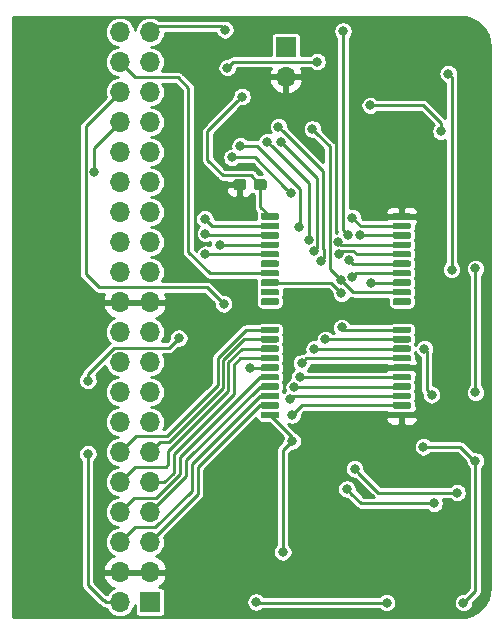
<source format=gbr>
G04 #@! TF.GenerationSoftware,KiCad,Pcbnew,(5.1.4)-1*
G04 #@! TF.CreationDate,2019-12-17T11:04:36-05:00*
G04 #@! TF.ProjectId,a500plus-chipram-expansion,61353030-706c-4757-932d-636869707261,rev?*
G04 #@! TF.SameCoordinates,Original*
G04 #@! TF.FileFunction,Copper,L2,Bot*
G04 #@! TF.FilePolarity,Positive*
%FSLAX46Y46*%
G04 Gerber Fmt 4.6, Leading zero omitted, Abs format (unit mm)*
G04 Created by KiCad (PCBNEW (5.1.4)-1) date 2019-12-17 11:04:36*
%MOMM*%
%LPD*%
G04 APERTURE LIST*
%ADD10R,1.700000X1.700000*%
%ADD11O,1.700000X1.700000*%
%ADD12C,0.100000*%
%ADD13C,0.950000*%
%ADD14C,0.550000*%
%ADD15C,0.800000*%
%ADD16C,0.250000*%
%ADD17C,0.254000*%
G04 APERTURE END LIST*
D10*
X80750000Y-83250000D03*
D11*
X78210000Y-83250000D03*
X80750000Y-80710000D03*
X78210000Y-80710000D03*
X80750000Y-78170000D03*
X78210000Y-78170000D03*
X80750000Y-75630000D03*
X78210000Y-75630000D03*
X80750000Y-73090000D03*
X78210000Y-73090000D03*
X80750000Y-70550000D03*
X78210000Y-70550000D03*
X80750000Y-68010000D03*
X78210000Y-68010000D03*
X80750000Y-65470000D03*
X78210000Y-65470000D03*
X80750000Y-62930000D03*
X78210000Y-62930000D03*
X80750000Y-60390000D03*
X78210000Y-60390000D03*
X80750000Y-57850000D03*
X78210000Y-57850000D03*
X80750000Y-55310000D03*
X78210000Y-55310000D03*
X80750000Y-52770000D03*
X78210000Y-52770000D03*
X80750000Y-50230000D03*
X78210000Y-50230000D03*
X80750000Y-47690000D03*
X78210000Y-47690000D03*
X80750000Y-45150000D03*
X78210000Y-45150000D03*
X80750000Y-42610000D03*
X78210000Y-42610000D03*
X80750000Y-40070000D03*
X78210000Y-40070000D03*
X80750000Y-37530000D03*
X78210000Y-37530000D03*
X80750000Y-34990000D03*
X78210000Y-34990000D03*
D12*
G36*
X88660779Y-47426144D02*
G01*
X88683834Y-47429563D01*
X88706443Y-47435227D01*
X88728387Y-47443079D01*
X88749457Y-47453044D01*
X88769448Y-47465026D01*
X88788168Y-47478910D01*
X88805438Y-47494562D01*
X88821090Y-47511832D01*
X88834974Y-47530552D01*
X88846956Y-47550543D01*
X88856921Y-47571613D01*
X88864773Y-47593557D01*
X88870437Y-47616166D01*
X88873856Y-47639221D01*
X88875000Y-47662500D01*
X88875000Y-48137500D01*
X88873856Y-48160779D01*
X88870437Y-48183834D01*
X88864773Y-48206443D01*
X88856921Y-48228387D01*
X88846956Y-48249457D01*
X88834974Y-48269448D01*
X88821090Y-48288168D01*
X88805438Y-48305438D01*
X88788168Y-48321090D01*
X88769448Y-48334974D01*
X88749457Y-48346956D01*
X88728387Y-48356921D01*
X88706443Y-48364773D01*
X88683834Y-48370437D01*
X88660779Y-48373856D01*
X88637500Y-48375000D01*
X88062500Y-48375000D01*
X88039221Y-48373856D01*
X88016166Y-48370437D01*
X87993557Y-48364773D01*
X87971613Y-48356921D01*
X87950543Y-48346956D01*
X87930552Y-48334974D01*
X87911832Y-48321090D01*
X87894562Y-48305438D01*
X87878910Y-48288168D01*
X87865026Y-48269448D01*
X87853044Y-48249457D01*
X87843079Y-48228387D01*
X87835227Y-48206443D01*
X87829563Y-48183834D01*
X87826144Y-48160779D01*
X87825000Y-48137500D01*
X87825000Y-47662500D01*
X87826144Y-47639221D01*
X87829563Y-47616166D01*
X87835227Y-47593557D01*
X87843079Y-47571613D01*
X87853044Y-47550543D01*
X87865026Y-47530552D01*
X87878910Y-47511832D01*
X87894562Y-47494562D01*
X87911832Y-47478910D01*
X87930552Y-47465026D01*
X87950543Y-47453044D01*
X87971613Y-47443079D01*
X87993557Y-47435227D01*
X88016166Y-47429563D01*
X88039221Y-47426144D01*
X88062500Y-47425000D01*
X88637500Y-47425000D01*
X88660779Y-47426144D01*
X88660779Y-47426144D01*
G37*
D13*
X88350000Y-47900000D03*
D12*
G36*
X90410779Y-47426144D02*
G01*
X90433834Y-47429563D01*
X90456443Y-47435227D01*
X90478387Y-47443079D01*
X90499457Y-47453044D01*
X90519448Y-47465026D01*
X90538168Y-47478910D01*
X90555438Y-47494562D01*
X90571090Y-47511832D01*
X90584974Y-47530552D01*
X90596956Y-47550543D01*
X90606921Y-47571613D01*
X90614773Y-47593557D01*
X90620437Y-47616166D01*
X90623856Y-47639221D01*
X90625000Y-47662500D01*
X90625000Y-48137500D01*
X90623856Y-48160779D01*
X90620437Y-48183834D01*
X90614773Y-48206443D01*
X90606921Y-48228387D01*
X90596956Y-48249457D01*
X90584974Y-48269448D01*
X90571090Y-48288168D01*
X90555438Y-48305438D01*
X90538168Y-48321090D01*
X90519448Y-48334974D01*
X90499457Y-48346956D01*
X90478387Y-48356921D01*
X90456443Y-48364773D01*
X90433834Y-48370437D01*
X90410779Y-48373856D01*
X90387500Y-48375000D01*
X89812500Y-48375000D01*
X89789221Y-48373856D01*
X89766166Y-48370437D01*
X89743557Y-48364773D01*
X89721613Y-48356921D01*
X89700543Y-48346956D01*
X89680552Y-48334974D01*
X89661832Y-48321090D01*
X89644562Y-48305438D01*
X89628910Y-48288168D01*
X89615026Y-48269448D01*
X89603044Y-48249457D01*
X89593079Y-48228387D01*
X89585227Y-48206443D01*
X89579563Y-48183834D01*
X89576144Y-48160779D01*
X89575000Y-48137500D01*
X89575000Y-47662500D01*
X89576144Y-47639221D01*
X89579563Y-47616166D01*
X89585227Y-47593557D01*
X89593079Y-47571613D01*
X89603044Y-47550543D01*
X89615026Y-47530552D01*
X89628910Y-47511832D01*
X89644562Y-47494562D01*
X89661832Y-47478910D01*
X89680552Y-47465026D01*
X89700543Y-47453044D01*
X89721613Y-47443079D01*
X89743557Y-47435227D01*
X89766166Y-47429563D01*
X89789221Y-47426144D01*
X89812500Y-47425000D01*
X90387500Y-47425000D01*
X90410779Y-47426144D01*
X90410779Y-47426144D01*
G37*
D13*
X90100000Y-47900000D03*
D12*
G36*
X102713477Y-67125662D02*
G01*
X102726825Y-67127642D01*
X102739914Y-67130921D01*
X102752619Y-67135467D01*
X102764817Y-67141236D01*
X102776391Y-67148173D01*
X102787229Y-67156211D01*
X102797227Y-67165273D01*
X102806289Y-67175271D01*
X102814327Y-67186109D01*
X102821264Y-67197683D01*
X102827033Y-67209881D01*
X102831579Y-67222586D01*
X102834858Y-67235675D01*
X102836838Y-67249023D01*
X102837500Y-67262500D01*
X102837500Y-67537500D01*
X102836838Y-67550977D01*
X102834858Y-67564325D01*
X102831579Y-67577414D01*
X102827033Y-67590119D01*
X102821264Y-67602317D01*
X102814327Y-67613891D01*
X102806289Y-67624729D01*
X102797227Y-67634727D01*
X102787229Y-67643789D01*
X102776391Y-67651827D01*
X102764817Y-67658764D01*
X102752619Y-67664533D01*
X102739914Y-67669079D01*
X102726825Y-67672358D01*
X102713477Y-67674338D01*
X102700000Y-67675000D01*
X101450000Y-67675000D01*
X101436523Y-67674338D01*
X101423175Y-67672358D01*
X101410086Y-67669079D01*
X101397381Y-67664533D01*
X101385183Y-67658764D01*
X101373609Y-67651827D01*
X101362771Y-67643789D01*
X101352773Y-67634727D01*
X101343711Y-67624729D01*
X101335673Y-67613891D01*
X101328736Y-67602317D01*
X101322967Y-67590119D01*
X101318421Y-67577414D01*
X101315142Y-67564325D01*
X101313162Y-67550977D01*
X101312500Y-67537500D01*
X101312500Y-67262500D01*
X101313162Y-67249023D01*
X101315142Y-67235675D01*
X101318421Y-67222586D01*
X101322967Y-67209881D01*
X101328736Y-67197683D01*
X101335673Y-67186109D01*
X101343711Y-67175271D01*
X101352773Y-67165273D01*
X101362771Y-67156211D01*
X101373609Y-67148173D01*
X101385183Y-67141236D01*
X101397381Y-67135467D01*
X101410086Y-67130921D01*
X101423175Y-67127642D01*
X101436523Y-67125662D01*
X101450000Y-67125000D01*
X102700000Y-67125000D01*
X102713477Y-67125662D01*
X102713477Y-67125662D01*
G37*
D14*
X102075000Y-67400000D03*
D12*
G36*
X102713477Y-66325662D02*
G01*
X102726825Y-66327642D01*
X102739914Y-66330921D01*
X102752619Y-66335467D01*
X102764817Y-66341236D01*
X102776391Y-66348173D01*
X102787229Y-66356211D01*
X102797227Y-66365273D01*
X102806289Y-66375271D01*
X102814327Y-66386109D01*
X102821264Y-66397683D01*
X102827033Y-66409881D01*
X102831579Y-66422586D01*
X102834858Y-66435675D01*
X102836838Y-66449023D01*
X102837500Y-66462500D01*
X102837500Y-66737500D01*
X102836838Y-66750977D01*
X102834858Y-66764325D01*
X102831579Y-66777414D01*
X102827033Y-66790119D01*
X102821264Y-66802317D01*
X102814327Y-66813891D01*
X102806289Y-66824729D01*
X102797227Y-66834727D01*
X102787229Y-66843789D01*
X102776391Y-66851827D01*
X102764817Y-66858764D01*
X102752619Y-66864533D01*
X102739914Y-66869079D01*
X102726825Y-66872358D01*
X102713477Y-66874338D01*
X102700000Y-66875000D01*
X101450000Y-66875000D01*
X101436523Y-66874338D01*
X101423175Y-66872358D01*
X101410086Y-66869079D01*
X101397381Y-66864533D01*
X101385183Y-66858764D01*
X101373609Y-66851827D01*
X101362771Y-66843789D01*
X101352773Y-66834727D01*
X101343711Y-66824729D01*
X101335673Y-66813891D01*
X101328736Y-66802317D01*
X101322967Y-66790119D01*
X101318421Y-66777414D01*
X101315142Y-66764325D01*
X101313162Y-66750977D01*
X101312500Y-66737500D01*
X101312500Y-66462500D01*
X101313162Y-66449023D01*
X101315142Y-66435675D01*
X101318421Y-66422586D01*
X101322967Y-66409881D01*
X101328736Y-66397683D01*
X101335673Y-66386109D01*
X101343711Y-66375271D01*
X101352773Y-66365273D01*
X101362771Y-66356211D01*
X101373609Y-66348173D01*
X101385183Y-66341236D01*
X101397381Y-66335467D01*
X101410086Y-66330921D01*
X101423175Y-66327642D01*
X101436523Y-66325662D01*
X101450000Y-66325000D01*
X102700000Y-66325000D01*
X102713477Y-66325662D01*
X102713477Y-66325662D01*
G37*
D14*
X102075000Y-66600000D03*
D12*
G36*
X102713477Y-65525662D02*
G01*
X102726825Y-65527642D01*
X102739914Y-65530921D01*
X102752619Y-65535467D01*
X102764817Y-65541236D01*
X102776391Y-65548173D01*
X102787229Y-65556211D01*
X102797227Y-65565273D01*
X102806289Y-65575271D01*
X102814327Y-65586109D01*
X102821264Y-65597683D01*
X102827033Y-65609881D01*
X102831579Y-65622586D01*
X102834858Y-65635675D01*
X102836838Y-65649023D01*
X102837500Y-65662500D01*
X102837500Y-65937500D01*
X102836838Y-65950977D01*
X102834858Y-65964325D01*
X102831579Y-65977414D01*
X102827033Y-65990119D01*
X102821264Y-66002317D01*
X102814327Y-66013891D01*
X102806289Y-66024729D01*
X102797227Y-66034727D01*
X102787229Y-66043789D01*
X102776391Y-66051827D01*
X102764817Y-66058764D01*
X102752619Y-66064533D01*
X102739914Y-66069079D01*
X102726825Y-66072358D01*
X102713477Y-66074338D01*
X102700000Y-66075000D01*
X101450000Y-66075000D01*
X101436523Y-66074338D01*
X101423175Y-66072358D01*
X101410086Y-66069079D01*
X101397381Y-66064533D01*
X101385183Y-66058764D01*
X101373609Y-66051827D01*
X101362771Y-66043789D01*
X101352773Y-66034727D01*
X101343711Y-66024729D01*
X101335673Y-66013891D01*
X101328736Y-66002317D01*
X101322967Y-65990119D01*
X101318421Y-65977414D01*
X101315142Y-65964325D01*
X101313162Y-65950977D01*
X101312500Y-65937500D01*
X101312500Y-65662500D01*
X101313162Y-65649023D01*
X101315142Y-65635675D01*
X101318421Y-65622586D01*
X101322967Y-65609881D01*
X101328736Y-65597683D01*
X101335673Y-65586109D01*
X101343711Y-65575271D01*
X101352773Y-65565273D01*
X101362771Y-65556211D01*
X101373609Y-65548173D01*
X101385183Y-65541236D01*
X101397381Y-65535467D01*
X101410086Y-65530921D01*
X101423175Y-65527642D01*
X101436523Y-65525662D01*
X101450000Y-65525000D01*
X102700000Y-65525000D01*
X102713477Y-65525662D01*
X102713477Y-65525662D01*
G37*
D14*
X102075000Y-65800000D03*
D12*
G36*
X102713477Y-64725662D02*
G01*
X102726825Y-64727642D01*
X102739914Y-64730921D01*
X102752619Y-64735467D01*
X102764817Y-64741236D01*
X102776391Y-64748173D01*
X102787229Y-64756211D01*
X102797227Y-64765273D01*
X102806289Y-64775271D01*
X102814327Y-64786109D01*
X102821264Y-64797683D01*
X102827033Y-64809881D01*
X102831579Y-64822586D01*
X102834858Y-64835675D01*
X102836838Y-64849023D01*
X102837500Y-64862500D01*
X102837500Y-65137500D01*
X102836838Y-65150977D01*
X102834858Y-65164325D01*
X102831579Y-65177414D01*
X102827033Y-65190119D01*
X102821264Y-65202317D01*
X102814327Y-65213891D01*
X102806289Y-65224729D01*
X102797227Y-65234727D01*
X102787229Y-65243789D01*
X102776391Y-65251827D01*
X102764817Y-65258764D01*
X102752619Y-65264533D01*
X102739914Y-65269079D01*
X102726825Y-65272358D01*
X102713477Y-65274338D01*
X102700000Y-65275000D01*
X101450000Y-65275000D01*
X101436523Y-65274338D01*
X101423175Y-65272358D01*
X101410086Y-65269079D01*
X101397381Y-65264533D01*
X101385183Y-65258764D01*
X101373609Y-65251827D01*
X101362771Y-65243789D01*
X101352773Y-65234727D01*
X101343711Y-65224729D01*
X101335673Y-65213891D01*
X101328736Y-65202317D01*
X101322967Y-65190119D01*
X101318421Y-65177414D01*
X101315142Y-65164325D01*
X101313162Y-65150977D01*
X101312500Y-65137500D01*
X101312500Y-64862500D01*
X101313162Y-64849023D01*
X101315142Y-64835675D01*
X101318421Y-64822586D01*
X101322967Y-64809881D01*
X101328736Y-64797683D01*
X101335673Y-64786109D01*
X101343711Y-64775271D01*
X101352773Y-64765273D01*
X101362771Y-64756211D01*
X101373609Y-64748173D01*
X101385183Y-64741236D01*
X101397381Y-64735467D01*
X101410086Y-64730921D01*
X101423175Y-64727642D01*
X101436523Y-64725662D01*
X101450000Y-64725000D01*
X102700000Y-64725000D01*
X102713477Y-64725662D01*
X102713477Y-64725662D01*
G37*
D14*
X102075000Y-65000000D03*
D12*
G36*
X102713477Y-63925662D02*
G01*
X102726825Y-63927642D01*
X102739914Y-63930921D01*
X102752619Y-63935467D01*
X102764817Y-63941236D01*
X102776391Y-63948173D01*
X102787229Y-63956211D01*
X102797227Y-63965273D01*
X102806289Y-63975271D01*
X102814327Y-63986109D01*
X102821264Y-63997683D01*
X102827033Y-64009881D01*
X102831579Y-64022586D01*
X102834858Y-64035675D01*
X102836838Y-64049023D01*
X102837500Y-64062500D01*
X102837500Y-64337500D01*
X102836838Y-64350977D01*
X102834858Y-64364325D01*
X102831579Y-64377414D01*
X102827033Y-64390119D01*
X102821264Y-64402317D01*
X102814327Y-64413891D01*
X102806289Y-64424729D01*
X102797227Y-64434727D01*
X102787229Y-64443789D01*
X102776391Y-64451827D01*
X102764817Y-64458764D01*
X102752619Y-64464533D01*
X102739914Y-64469079D01*
X102726825Y-64472358D01*
X102713477Y-64474338D01*
X102700000Y-64475000D01*
X101450000Y-64475000D01*
X101436523Y-64474338D01*
X101423175Y-64472358D01*
X101410086Y-64469079D01*
X101397381Y-64464533D01*
X101385183Y-64458764D01*
X101373609Y-64451827D01*
X101362771Y-64443789D01*
X101352773Y-64434727D01*
X101343711Y-64424729D01*
X101335673Y-64413891D01*
X101328736Y-64402317D01*
X101322967Y-64390119D01*
X101318421Y-64377414D01*
X101315142Y-64364325D01*
X101313162Y-64350977D01*
X101312500Y-64337500D01*
X101312500Y-64062500D01*
X101313162Y-64049023D01*
X101315142Y-64035675D01*
X101318421Y-64022586D01*
X101322967Y-64009881D01*
X101328736Y-63997683D01*
X101335673Y-63986109D01*
X101343711Y-63975271D01*
X101352773Y-63965273D01*
X101362771Y-63956211D01*
X101373609Y-63948173D01*
X101385183Y-63941236D01*
X101397381Y-63935467D01*
X101410086Y-63930921D01*
X101423175Y-63927642D01*
X101436523Y-63925662D01*
X101450000Y-63925000D01*
X102700000Y-63925000D01*
X102713477Y-63925662D01*
X102713477Y-63925662D01*
G37*
D14*
X102075000Y-64200000D03*
D12*
G36*
X102713477Y-63125662D02*
G01*
X102726825Y-63127642D01*
X102739914Y-63130921D01*
X102752619Y-63135467D01*
X102764817Y-63141236D01*
X102776391Y-63148173D01*
X102787229Y-63156211D01*
X102797227Y-63165273D01*
X102806289Y-63175271D01*
X102814327Y-63186109D01*
X102821264Y-63197683D01*
X102827033Y-63209881D01*
X102831579Y-63222586D01*
X102834858Y-63235675D01*
X102836838Y-63249023D01*
X102837500Y-63262500D01*
X102837500Y-63537500D01*
X102836838Y-63550977D01*
X102834858Y-63564325D01*
X102831579Y-63577414D01*
X102827033Y-63590119D01*
X102821264Y-63602317D01*
X102814327Y-63613891D01*
X102806289Y-63624729D01*
X102797227Y-63634727D01*
X102787229Y-63643789D01*
X102776391Y-63651827D01*
X102764817Y-63658764D01*
X102752619Y-63664533D01*
X102739914Y-63669079D01*
X102726825Y-63672358D01*
X102713477Y-63674338D01*
X102700000Y-63675000D01*
X101450000Y-63675000D01*
X101436523Y-63674338D01*
X101423175Y-63672358D01*
X101410086Y-63669079D01*
X101397381Y-63664533D01*
X101385183Y-63658764D01*
X101373609Y-63651827D01*
X101362771Y-63643789D01*
X101352773Y-63634727D01*
X101343711Y-63624729D01*
X101335673Y-63613891D01*
X101328736Y-63602317D01*
X101322967Y-63590119D01*
X101318421Y-63577414D01*
X101315142Y-63564325D01*
X101313162Y-63550977D01*
X101312500Y-63537500D01*
X101312500Y-63262500D01*
X101313162Y-63249023D01*
X101315142Y-63235675D01*
X101318421Y-63222586D01*
X101322967Y-63209881D01*
X101328736Y-63197683D01*
X101335673Y-63186109D01*
X101343711Y-63175271D01*
X101352773Y-63165273D01*
X101362771Y-63156211D01*
X101373609Y-63148173D01*
X101385183Y-63141236D01*
X101397381Y-63135467D01*
X101410086Y-63130921D01*
X101423175Y-63127642D01*
X101436523Y-63125662D01*
X101450000Y-63125000D01*
X102700000Y-63125000D01*
X102713477Y-63125662D01*
X102713477Y-63125662D01*
G37*
D14*
X102075000Y-63400000D03*
D12*
G36*
X102713477Y-62325662D02*
G01*
X102726825Y-62327642D01*
X102739914Y-62330921D01*
X102752619Y-62335467D01*
X102764817Y-62341236D01*
X102776391Y-62348173D01*
X102787229Y-62356211D01*
X102797227Y-62365273D01*
X102806289Y-62375271D01*
X102814327Y-62386109D01*
X102821264Y-62397683D01*
X102827033Y-62409881D01*
X102831579Y-62422586D01*
X102834858Y-62435675D01*
X102836838Y-62449023D01*
X102837500Y-62462500D01*
X102837500Y-62737500D01*
X102836838Y-62750977D01*
X102834858Y-62764325D01*
X102831579Y-62777414D01*
X102827033Y-62790119D01*
X102821264Y-62802317D01*
X102814327Y-62813891D01*
X102806289Y-62824729D01*
X102797227Y-62834727D01*
X102787229Y-62843789D01*
X102776391Y-62851827D01*
X102764817Y-62858764D01*
X102752619Y-62864533D01*
X102739914Y-62869079D01*
X102726825Y-62872358D01*
X102713477Y-62874338D01*
X102700000Y-62875000D01*
X101450000Y-62875000D01*
X101436523Y-62874338D01*
X101423175Y-62872358D01*
X101410086Y-62869079D01*
X101397381Y-62864533D01*
X101385183Y-62858764D01*
X101373609Y-62851827D01*
X101362771Y-62843789D01*
X101352773Y-62834727D01*
X101343711Y-62824729D01*
X101335673Y-62813891D01*
X101328736Y-62802317D01*
X101322967Y-62790119D01*
X101318421Y-62777414D01*
X101315142Y-62764325D01*
X101313162Y-62750977D01*
X101312500Y-62737500D01*
X101312500Y-62462500D01*
X101313162Y-62449023D01*
X101315142Y-62435675D01*
X101318421Y-62422586D01*
X101322967Y-62409881D01*
X101328736Y-62397683D01*
X101335673Y-62386109D01*
X101343711Y-62375271D01*
X101352773Y-62365273D01*
X101362771Y-62356211D01*
X101373609Y-62348173D01*
X101385183Y-62341236D01*
X101397381Y-62335467D01*
X101410086Y-62330921D01*
X101423175Y-62327642D01*
X101436523Y-62325662D01*
X101450000Y-62325000D01*
X102700000Y-62325000D01*
X102713477Y-62325662D01*
X102713477Y-62325662D01*
G37*
D14*
X102075000Y-62600000D03*
D12*
G36*
X102713477Y-61525662D02*
G01*
X102726825Y-61527642D01*
X102739914Y-61530921D01*
X102752619Y-61535467D01*
X102764817Y-61541236D01*
X102776391Y-61548173D01*
X102787229Y-61556211D01*
X102797227Y-61565273D01*
X102806289Y-61575271D01*
X102814327Y-61586109D01*
X102821264Y-61597683D01*
X102827033Y-61609881D01*
X102831579Y-61622586D01*
X102834858Y-61635675D01*
X102836838Y-61649023D01*
X102837500Y-61662500D01*
X102837500Y-61937500D01*
X102836838Y-61950977D01*
X102834858Y-61964325D01*
X102831579Y-61977414D01*
X102827033Y-61990119D01*
X102821264Y-62002317D01*
X102814327Y-62013891D01*
X102806289Y-62024729D01*
X102797227Y-62034727D01*
X102787229Y-62043789D01*
X102776391Y-62051827D01*
X102764817Y-62058764D01*
X102752619Y-62064533D01*
X102739914Y-62069079D01*
X102726825Y-62072358D01*
X102713477Y-62074338D01*
X102700000Y-62075000D01*
X101450000Y-62075000D01*
X101436523Y-62074338D01*
X101423175Y-62072358D01*
X101410086Y-62069079D01*
X101397381Y-62064533D01*
X101385183Y-62058764D01*
X101373609Y-62051827D01*
X101362771Y-62043789D01*
X101352773Y-62034727D01*
X101343711Y-62024729D01*
X101335673Y-62013891D01*
X101328736Y-62002317D01*
X101322967Y-61990119D01*
X101318421Y-61977414D01*
X101315142Y-61964325D01*
X101313162Y-61950977D01*
X101312500Y-61937500D01*
X101312500Y-61662500D01*
X101313162Y-61649023D01*
X101315142Y-61635675D01*
X101318421Y-61622586D01*
X101322967Y-61609881D01*
X101328736Y-61597683D01*
X101335673Y-61586109D01*
X101343711Y-61575271D01*
X101352773Y-61565273D01*
X101362771Y-61556211D01*
X101373609Y-61548173D01*
X101385183Y-61541236D01*
X101397381Y-61535467D01*
X101410086Y-61530921D01*
X101423175Y-61527642D01*
X101436523Y-61525662D01*
X101450000Y-61525000D01*
X102700000Y-61525000D01*
X102713477Y-61525662D01*
X102713477Y-61525662D01*
G37*
D14*
X102075000Y-61800000D03*
D12*
G36*
X102713477Y-60725662D02*
G01*
X102726825Y-60727642D01*
X102739914Y-60730921D01*
X102752619Y-60735467D01*
X102764817Y-60741236D01*
X102776391Y-60748173D01*
X102787229Y-60756211D01*
X102797227Y-60765273D01*
X102806289Y-60775271D01*
X102814327Y-60786109D01*
X102821264Y-60797683D01*
X102827033Y-60809881D01*
X102831579Y-60822586D01*
X102834858Y-60835675D01*
X102836838Y-60849023D01*
X102837500Y-60862500D01*
X102837500Y-61137500D01*
X102836838Y-61150977D01*
X102834858Y-61164325D01*
X102831579Y-61177414D01*
X102827033Y-61190119D01*
X102821264Y-61202317D01*
X102814327Y-61213891D01*
X102806289Y-61224729D01*
X102797227Y-61234727D01*
X102787229Y-61243789D01*
X102776391Y-61251827D01*
X102764817Y-61258764D01*
X102752619Y-61264533D01*
X102739914Y-61269079D01*
X102726825Y-61272358D01*
X102713477Y-61274338D01*
X102700000Y-61275000D01*
X101450000Y-61275000D01*
X101436523Y-61274338D01*
X101423175Y-61272358D01*
X101410086Y-61269079D01*
X101397381Y-61264533D01*
X101385183Y-61258764D01*
X101373609Y-61251827D01*
X101362771Y-61243789D01*
X101352773Y-61234727D01*
X101343711Y-61224729D01*
X101335673Y-61213891D01*
X101328736Y-61202317D01*
X101322967Y-61190119D01*
X101318421Y-61177414D01*
X101315142Y-61164325D01*
X101313162Y-61150977D01*
X101312500Y-61137500D01*
X101312500Y-60862500D01*
X101313162Y-60849023D01*
X101315142Y-60835675D01*
X101318421Y-60822586D01*
X101322967Y-60809881D01*
X101328736Y-60797683D01*
X101335673Y-60786109D01*
X101343711Y-60775271D01*
X101352773Y-60765273D01*
X101362771Y-60756211D01*
X101373609Y-60748173D01*
X101385183Y-60741236D01*
X101397381Y-60735467D01*
X101410086Y-60730921D01*
X101423175Y-60727642D01*
X101436523Y-60725662D01*
X101450000Y-60725000D01*
X102700000Y-60725000D01*
X102713477Y-60725662D01*
X102713477Y-60725662D01*
G37*
D14*
X102075000Y-61000000D03*
D12*
G36*
X102713477Y-59925662D02*
G01*
X102726825Y-59927642D01*
X102739914Y-59930921D01*
X102752619Y-59935467D01*
X102764817Y-59941236D01*
X102776391Y-59948173D01*
X102787229Y-59956211D01*
X102797227Y-59965273D01*
X102806289Y-59975271D01*
X102814327Y-59986109D01*
X102821264Y-59997683D01*
X102827033Y-60009881D01*
X102831579Y-60022586D01*
X102834858Y-60035675D01*
X102836838Y-60049023D01*
X102837500Y-60062500D01*
X102837500Y-60337500D01*
X102836838Y-60350977D01*
X102834858Y-60364325D01*
X102831579Y-60377414D01*
X102827033Y-60390119D01*
X102821264Y-60402317D01*
X102814327Y-60413891D01*
X102806289Y-60424729D01*
X102797227Y-60434727D01*
X102787229Y-60443789D01*
X102776391Y-60451827D01*
X102764817Y-60458764D01*
X102752619Y-60464533D01*
X102739914Y-60469079D01*
X102726825Y-60472358D01*
X102713477Y-60474338D01*
X102700000Y-60475000D01*
X101450000Y-60475000D01*
X101436523Y-60474338D01*
X101423175Y-60472358D01*
X101410086Y-60469079D01*
X101397381Y-60464533D01*
X101385183Y-60458764D01*
X101373609Y-60451827D01*
X101362771Y-60443789D01*
X101352773Y-60434727D01*
X101343711Y-60424729D01*
X101335673Y-60413891D01*
X101328736Y-60402317D01*
X101322967Y-60390119D01*
X101318421Y-60377414D01*
X101315142Y-60364325D01*
X101313162Y-60350977D01*
X101312500Y-60337500D01*
X101312500Y-60062500D01*
X101313162Y-60049023D01*
X101315142Y-60035675D01*
X101318421Y-60022586D01*
X101322967Y-60009881D01*
X101328736Y-59997683D01*
X101335673Y-59986109D01*
X101343711Y-59975271D01*
X101352773Y-59965273D01*
X101362771Y-59956211D01*
X101373609Y-59948173D01*
X101385183Y-59941236D01*
X101397381Y-59935467D01*
X101410086Y-59930921D01*
X101423175Y-59927642D01*
X101436523Y-59925662D01*
X101450000Y-59925000D01*
X102700000Y-59925000D01*
X102713477Y-59925662D01*
X102713477Y-59925662D01*
G37*
D14*
X102075000Y-60200000D03*
D12*
G36*
X102713477Y-57525662D02*
G01*
X102726825Y-57527642D01*
X102739914Y-57530921D01*
X102752619Y-57535467D01*
X102764817Y-57541236D01*
X102776391Y-57548173D01*
X102787229Y-57556211D01*
X102797227Y-57565273D01*
X102806289Y-57575271D01*
X102814327Y-57586109D01*
X102821264Y-57597683D01*
X102827033Y-57609881D01*
X102831579Y-57622586D01*
X102834858Y-57635675D01*
X102836838Y-57649023D01*
X102837500Y-57662500D01*
X102837500Y-57937500D01*
X102836838Y-57950977D01*
X102834858Y-57964325D01*
X102831579Y-57977414D01*
X102827033Y-57990119D01*
X102821264Y-58002317D01*
X102814327Y-58013891D01*
X102806289Y-58024729D01*
X102797227Y-58034727D01*
X102787229Y-58043789D01*
X102776391Y-58051827D01*
X102764817Y-58058764D01*
X102752619Y-58064533D01*
X102739914Y-58069079D01*
X102726825Y-58072358D01*
X102713477Y-58074338D01*
X102700000Y-58075000D01*
X101450000Y-58075000D01*
X101436523Y-58074338D01*
X101423175Y-58072358D01*
X101410086Y-58069079D01*
X101397381Y-58064533D01*
X101385183Y-58058764D01*
X101373609Y-58051827D01*
X101362771Y-58043789D01*
X101352773Y-58034727D01*
X101343711Y-58024729D01*
X101335673Y-58013891D01*
X101328736Y-58002317D01*
X101322967Y-57990119D01*
X101318421Y-57977414D01*
X101315142Y-57964325D01*
X101313162Y-57950977D01*
X101312500Y-57937500D01*
X101312500Y-57662500D01*
X101313162Y-57649023D01*
X101315142Y-57635675D01*
X101318421Y-57622586D01*
X101322967Y-57609881D01*
X101328736Y-57597683D01*
X101335673Y-57586109D01*
X101343711Y-57575271D01*
X101352773Y-57565273D01*
X101362771Y-57556211D01*
X101373609Y-57548173D01*
X101385183Y-57541236D01*
X101397381Y-57535467D01*
X101410086Y-57530921D01*
X101423175Y-57527642D01*
X101436523Y-57525662D01*
X101450000Y-57525000D01*
X102700000Y-57525000D01*
X102713477Y-57525662D01*
X102713477Y-57525662D01*
G37*
D14*
X102075000Y-57800000D03*
D12*
G36*
X102713477Y-56725662D02*
G01*
X102726825Y-56727642D01*
X102739914Y-56730921D01*
X102752619Y-56735467D01*
X102764817Y-56741236D01*
X102776391Y-56748173D01*
X102787229Y-56756211D01*
X102797227Y-56765273D01*
X102806289Y-56775271D01*
X102814327Y-56786109D01*
X102821264Y-56797683D01*
X102827033Y-56809881D01*
X102831579Y-56822586D01*
X102834858Y-56835675D01*
X102836838Y-56849023D01*
X102837500Y-56862500D01*
X102837500Y-57137500D01*
X102836838Y-57150977D01*
X102834858Y-57164325D01*
X102831579Y-57177414D01*
X102827033Y-57190119D01*
X102821264Y-57202317D01*
X102814327Y-57213891D01*
X102806289Y-57224729D01*
X102797227Y-57234727D01*
X102787229Y-57243789D01*
X102776391Y-57251827D01*
X102764817Y-57258764D01*
X102752619Y-57264533D01*
X102739914Y-57269079D01*
X102726825Y-57272358D01*
X102713477Y-57274338D01*
X102700000Y-57275000D01*
X101450000Y-57275000D01*
X101436523Y-57274338D01*
X101423175Y-57272358D01*
X101410086Y-57269079D01*
X101397381Y-57264533D01*
X101385183Y-57258764D01*
X101373609Y-57251827D01*
X101362771Y-57243789D01*
X101352773Y-57234727D01*
X101343711Y-57224729D01*
X101335673Y-57213891D01*
X101328736Y-57202317D01*
X101322967Y-57190119D01*
X101318421Y-57177414D01*
X101315142Y-57164325D01*
X101313162Y-57150977D01*
X101312500Y-57137500D01*
X101312500Y-56862500D01*
X101313162Y-56849023D01*
X101315142Y-56835675D01*
X101318421Y-56822586D01*
X101322967Y-56809881D01*
X101328736Y-56797683D01*
X101335673Y-56786109D01*
X101343711Y-56775271D01*
X101352773Y-56765273D01*
X101362771Y-56756211D01*
X101373609Y-56748173D01*
X101385183Y-56741236D01*
X101397381Y-56735467D01*
X101410086Y-56730921D01*
X101423175Y-56727642D01*
X101436523Y-56725662D01*
X101450000Y-56725000D01*
X102700000Y-56725000D01*
X102713477Y-56725662D01*
X102713477Y-56725662D01*
G37*
D14*
X102075000Y-57000000D03*
D12*
G36*
X102713477Y-55925662D02*
G01*
X102726825Y-55927642D01*
X102739914Y-55930921D01*
X102752619Y-55935467D01*
X102764817Y-55941236D01*
X102776391Y-55948173D01*
X102787229Y-55956211D01*
X102797227Y-55965273D01*
X102806289Y-55975271D01*
X102814327Y-55986109D01*
X102821264Y-55997683D01*
X102827033Y-56009881D01*
X102831579Y-56022586D01*
X102834858Y-56035675D01*
X102836838Y-56049023D01*
X102837500Y-56062500D01*
X102837500Y-56337500D01*
X102836838Y-56350977D01*
X102834858Y-56364325D01*
X102831579Y-56377414D01*
X102827033Y-56390119D01*
X102821264Y-56402317D01*
X102814327Y-56413891D01*
X102806289Y-56424729D01*
X102797227Y-56434727D01*
X102787229Y-56443789D01*
X102776391Y-56451827D01*
X102764817Y-56458764D01*
X102752619Y-56464533D01*
X102739914Y-56469079D01*
X102726825Y-56472358D01*
X102713477Y-56474338D01*
X102700000Y-56475000D01*
X101450000Y-56475000D01*
X101436523Y-56474338D01*
X101423175Y-56472358D01*
X101410086Y-56469079D01*
X101397381Y-56464533D01*
X101385183Y-56458764D01*
X101373609Y-56451827D01*
X101362771Y-56443789D01*
X101352773Y-56434727D01*
X101343711Y-56424729D01*
X101335673Y-56413891D01*
X101328736Y-56402317D01*
X101322967Y-56390119D01*
X101318421Y-56377414D01*
X101315142Y-56364325D01*
X101313162Y-56350977D01*
X101312500Y-56337500D01*
X101312500Y-56062500D01*
X101313162Y-56049023D01*
X101315142Y-56035675D01*
X101318421Y-56022586D01*
X101322967Y-56009881D01*
X101328736Y-55997683D01*
X101335673Y-55986109D01*
X101343711Y-55975271D01*
X101352773Y-55965273D01*
X101362771Y-55956211D01*
X101373609Y-55948173D01*
X101385183Y-55941236D01*
X101397381Y-55935467D01*
X101410086Y-55930921D01*
X101423175Y-55927642D01*
X101436523Y-55925662D01*
X101450000Y-55925000D01*
X102700000Y-55925000D01*
X102713477Y-55925662D01*
X102713477Y-55925662D01*
G37*
D14*
X102075000Y-56200000D03*
D12*
G36*
X102713477Y-55125662D02*
G01*
X102726825Y-55127642D01*
X102739914Y-55130921D01*
X102752619Y-55135467D01*
X102764817Y-55141236D01*
X102776391Y-55148173D01*
X102787229Y-55156211D01*
X102797227Y-55165273D01*
X102806289Y-55175271D01*
X102814327Y-55186109D01*
X102821264Y-55197683D01*
X102827033Y-55209881D01*
X102831579Y-55222586D01*
X102834858Y-55235675D01*
X102836838Y-55249023D01*
X102837500Y-55262500D01*
X102837500Y-55537500D01*
X102836838Y-55550977D01*
X102834858Y-55564325D01*
X102831579Y-55577414D01*
X102827033Y-55590119D01*
X102821264Y-55602317D01*
X102814327Y-55613891D01*
X102806289Y-55624729D01*
X102797227Y-55634727D01*
X102787229Y-55643789D01*
X102776391Y-55651827D01*
X102764817Y-55658764D01*
X102752619Y-55664533D01*
X102739914Y-55669079D01*
X102726825Y-55672358D01*
X102713477Y-55674338D01*
X102700000Y-55675000D01*
X101450000Y-55675000D01*
X101436523Y-55674338D01*
X101423175Y-55672358D01*
X101410086Y-55669079D01*
X101397381Y-55664533D01*
X101385183Y-55658764D01*
X101373609Y-55651827D01*
X101362771Y-55643789D01*
X101352773Y-55634727D01*
X101343711Y-55624729D01*
X101335673Y-55613891D01*
X101328736Y-55602317D01*
X101322967Y-55590119D01*
X101318421Y-55577414D01*
X101315142Y-55564325D01*
X101313162Y-55550977D01*
X101312500Y-55537500D01*
X101312500Y-55262500D01*
X101313162Y-55249023D01*
X101315142Y-55235675D01*
X101318421Y-55222586D01*
X101322967Y-55209881D01*
X101328736Y-55197683D01*
X101335673Y-55186109D01*
X101343711Y-55175271D01*
X101352773Y-55165273D01*
X101362771Y-55156211D01*
X101373609Y-55148173D01*
X101385183Y-55141236D01*
X101397381Y-55135467D01*
X101410086Y-55130921D01*
X101423175Y-55127642D01*
X101436523Y-55125662D01*
X101450000Y-55125000D01*
X102700000Y-55125000D01*
X102713477Y-55125662D01*
X102713477Y-55125662D01*
G37*
D14*
X102075000Y-55400000D03*
D12*
G36*
X102713477Y-54325662D02*
G01*
X102726825Y-54327642D01*
X102739914Y-54330921D01*
X102752619Y-54335467D01*
X102764817Y-54341236D01*
X102776391Y-54348173D01*
X102787229Y-54356211D01*
X102797227Y-54365273D01*
X102806289Y-54375271D01*
X102814327Y-54386109D01*
X102821264Y-54397683D01*
X102827033Y-54409881D01*
X102831579Y-54422586D01*
X102834858Y-54435675D01*
X102836838Y-54449023D01*
X102837500Y-54462500D01*
X102837500Y-54737500D01*
X102836838Y-54750977D01*
X102834858Y-54764325D01*
X102831579Y-54777414D01*
X102827033Y-54790119D01*
X102821264Y-54802317D01*
X102814327Y-54813891D01*
X102806289Y-54824729D01*
X102797227Y-54834727D01*
X102787229Y-54843789D01*
X102776391Y-54851827D01*
X102764817Y-54858764D01*
X102752619Y-54864533D01*
X102739914Y-54869079D01*
X102726825Y-54872358D01*
X102713477Y-54874338D01*
X102700000Y-54875000D01*
X101450000Y-54875000D01*
X101436523Y-54874338D01*
X101423175Y-54872358D01*
X101410086Y-54869079D01*
X101397381Y-54864533D01*
X101385183Y-54858764D01*
X101373609Y-54851827D01*
X101362771Y-54843789D01*
X101352773Y-54834727D01*
X101343711Y-54824729D01*
X101335673Y-54813891D01*
X101328736Y-54802317D01*
X101322967Y-54790119D01*
X101318421Y-54777414D01*
X101315142Y-54764325D01*
X101313162Y-54750977D01*
X101312500Y-54737500D01*
X101312500Y-54462500D01*
X101313162Y-54449023D01*
X101315142Y-54435675D01*
X101318421Y-54422586D01*
X101322967Y-54409881D01*
X101328736Y-54397683D01*
X101335673Y-54386109D01*
X101343711Y-54375271D01*
X101352773Y-54365273D01*
X101362771Y-54356211D01*
X101373609Y-54348173D01*
X101385183Y-54341236D01*
X101397381Y-54335467D01*
X101410086Y-54330921D01*
X101423175Y-54327642D01*
X101436523Y-54325662D01*
X101450000Y-54325000D01*
X102700000Y-54325000D01*
X102713477Y-54325662D01*
X102713477Y-54325662D01*
G37*
D14*
X102075000Y-54600000D03*
D12*
G36*
X102713477Y-53525662D02*
G01*
X102726825Y-53527642D01*
X102739914Y-53530921D01*
X102752619Y-53535467D01*
X102764817Y-53541236D01*
X102776391Y-53548173D01*
X102787229Y-53556211D01*
X102797227Y-53565273D01*
X102806289Y-53575271D01*
X102814327Y-53586109D01*
X102821264Y-53597683D01*
X102827033Y-53609881D01*
X102831579Y-53622586D01*
X102834858Y-53635675D01*
X102836838Y-53649023D01*
X102837500Y-53662500D01*
X102837500Y-53937500D01*
X102836838Y-53950977D01*
X102834858Y-53964325D01*
X102831579Y-53977414D01*
X102827033Y-53990119D01*
X102821264Y-54002317D01*
X102814327Y-54013891D01*
X102806289Y-54024729D01*
X102797227Y-54034727D01*
X102787229Y-54043789D01*
X102776391Y-54051827D01*
X102764817Y-54058764D01*
X102752619Y-54064533D01*
X102739914Y-54069079D01*
X102726825Y-54072358D01*
X102713477Y-54074338D01*
X102700000Y-54075000D01*
X101450000Y-54075000D01*
X101436523Y-54074338D01*
X101423175Y-54072358D01*
X101410086Y-54069079D01*
X101397381Y-54064533D01*
X101385183Y-54058764D01*
X101373609Y-54051827D01*
X101362771Y-54043789D01*
X101352773Y-54034727D01*
X101343711Y-54024729D01*
X101335673Y-54013891D01*
X101328736Y-54002317D01*
X101322967Y-53990119D01*
X101318421Y-53977414D01*
X101315142Y-53964325D01*
X101313162Y-53950977D01*
X101312500Y-53937500D01*
X101312500Y-53662500D01*
X101313162Y-53649023D01*
X101315142Y-53635675D01*
X101318421Y-53622586D01*
X101322967Y-53609881D01*
X101328736Y-53597683D01*
X101335673Y-53586109D01*
X101343711Y-53575271D01*
X101352773Y-53565273D01*
X101362771Y-53556211D01*
X101373609Y-53548173D01*
X101385183Y-53541236D01*
X101397381Y-53535467D01*
X101410086Y-53530921D01*
X101423175Y-53527642D01*
X101436523Y-53525662D01*
X101450000Y-53525000D01*
X102700000Y-53525000D01*
X102713477Y-53525662D01*
X102713477Y-53525662D01*
G37*
D14*
X102075000Y-53800000D03*
D12*
G36*
X102713477Y-52725662D02*
G01*
X102726825Y-52727642D01*
X102739914Y-52730921D01*
X102752619Y-52735467D01*
X102764817Y-52741236D01*
X102776391Y-52748173D01*
X102787229Y-52756211D01*
X102797227Y-52765273D01*
X102806289Y-52775271D01*
X102814327Y-52786109D01*
X102821264Y-52797683D01*
X102827033Y-52809881D01*
X102831579Y-52822586D01*
X102834858Y-52835675D01*
X102836838Y-52849023D01*
X102837500Y-52862500D01*
X102837500Y-53137500D01*
X102836838Y-53150977D01*
X102834858Y-53164325D01*
X102831579Y-53177414D01*
X102827033Y-53190119D01*
X102821264Y-53202317D01*
X102814327Y-53213891D01*
X102806289Y-53224729D01*
X102797227Y-53234727D01*
X102787229Y-53243789D01*
X102776391Y-53251827D01*
X102764817Y-53258764D01*
X102752619Y-53264533D01*
X102739914Y-53269079D01*
X102726825Y-53272358D01*
X102713477Y-53274338D01*
X102700000Y-53275000D01*
X101450000Y-53275000D01*
X101436523Y-53274338D01*
X101423175Y-53272358D01*
X101410086Y-53269079D01*
X101397381Y-53264533D01*
X101385183Y-53258764D01*
X101373609Y-53251827D01*
X101362771Y-53243789D01*
X101352773Y-53234727D01*
X101343711Y-53224729D01*
X101335673Y-53213891D01*
X101328736Y-53202317D01*
X101322967Y-53190119D01*
X101318421Y-53177414D01*
X101315142Y-53164325D01*
X101313162Y-53150977D01*
X101312500Y-53137500D01*
X101312500Y-52862500D01*
X101313162Y-52849023D01*
X101315142Y-52835675D01*
X101318421Y-52822586D01*
X101322967Y-52809881D01*
X101328736Y-52797683D01*
X101335673Y-52786109D01*
X101343711Y-52775271D01*
X101352773Y-52765273D01*
X101362771Y-52756211D01*
X101373609Y-52748173D01*
X101385183Y-52741236D01*
X101397381Y-52735467D01*
X101410086Y-52730921D01*
X101423175Y-52727642D01*
X101436523Y-52725662D01*
X101450000Y-52725000D01*
X102700000Y-52725000D01*
X102713477Y-52725662D01*
X102713477Y-52725662D01*
G37*
D14*
X102075000Y-53000000D03*
D12*
G36*
X102713477Y-51925662D02*
G01*
X102726825Y-51927642D01*
X102739914Y-51930921D01*
X102752619Y-51935467D01*
X102764817Y-51941236D01*
X102776391Y-51948173D01*
X102787229Y-51956211D01*
X102797227Y-51965273D01*
X102806289Y-51975271D01*
X102814327Y-51986109D01*
X102821264Y-51997683D01*
X102827033Y-52009881D01*
X102831579Y-52022586D01*
X102834858Y-52035675D01*
X102836838Y-52049023D01*
X102837500Y-52062500D01*
X102837500Y-52337500D01*
X102836838Y-52350977D01*
X102834858Y-52364325D01*
X102831579Y-52377414D01*
X102827033Y-52390119D01*
X102821264Y-52402317D01*
X102814327Y-52413891D01*
X102806289Y-52424729D01*
X102797227Y-52434727D01*
X102787229Y-52443789D01*
X102776391Y-52451827D01*
X102764817Y-52458764D01*
X102752619Y-52464533D01*
X102739914Y-52469079D01*
X102726825Y-52472358D01*
X102713477Y-52474338D01*
X102700000Y-52475000D01*
X101450000Y-52475000D01*
X101436523Y-52474338D01*
X101423175Y-52472358D01*
X101410086Y-52469079D01*
X101397381Y-52464533D01*
X101385183Y-52458764D01*
X101373609Y-52451827D01*
X101362771Y-52443789D01*
X101352773Y-52434727D01*
X101343711Y-52424729D01*
X101335673Y-52413891D01*
X101328736Y-52402317D01*
X101322967Y-52390119D01*
X101318421Y-52377414D01*
X101315142Y-52364325D01*
X101313162Y-52350977D01*
X101312500Y-52337500D01*
X101312500Y-52062500D01*
X101313162Y-52049023D01*
X101315142Y-52035675D01*
X101318421Y-52022586D01*
X101322967Y-52009881D01*
X101328736Y-51997683D01*
X101335673Y-51986109D01*
X101343711Y-51975271D01*
X101352773Y-51965273D01*
X101362771Y-51956211D01*
X101373609Y-51948173D01*
X101385183Y-51941236D01*
X101397381Y-51935467D01*
X101410086Y-51930921D01*
X101423175Y-51927642D01*
X101436523Y-51925662D01*
X101450000Y-51925000D01*
X102700000Y-51925000D01*
X102713477Y-51925662D01*
X102713477Y-51925662D01*
G37*
D14*
X102075000Y-52200000D03*
D12*
G36*
X102713477Y-51125662D02*
G01*
X102726825Y-51127642D01*
X102739914Y-51130921D01*
X102752619Y-51135467D01*
X102764817Y-51141236D01*
X102776391Y-51148173D01*
X102787229Y-51156211D01*
X102797227Y-51165273D01*
X102806289Y-51175271D01*
X102814327Y-51186109D01*
X102821264Y-51197683D01*
X102827033Y-51209881D01*
X102831579Y-51222586D01*
X102834858Y-51235675D01*
X102836838Y-51249023D01*
X102837500Y-51262500D01*
X102837500Y-51537500D01*
X102836838Y-51550977D01*
X102834858Y-51564325D01*
X102831579Y-51577414D01*
X102827033Y-51590119D01*
X102821264Y-51602317D01*
X102814327Y-51613891D01*
X102806289Y-51624729D01*
X102797227Y-51634727D01*
X102787229Y-51643789D01*
X102776391Y-51651827D01*
X102764817Y-51658764D01*
X102752619Y-51664533D01*
X102739914Y-51669079D01*
X102726825Y-51672358D01*
X102713477Y-51674338D01*
X102700000Y-51675000D01*
X101450000Y-51675000D01*
X101436523Y-51674338D01*
X101423175Y-51672358D01*
X101410086Y-51669079D01*
X101397381Y-51664533D01*
X101385183Y-51658764D01*
X101373609Y-51651827D01*
X101362771Y-51643789D01*
X101352773Y-51634727D01*
X101343711Y-51624729D01*
X101335673Y-51613891D01*
X101328736Y-51602317D01*
X101322967Y-51590119D01*
X101318421Y-51577414D01*
X101315142Y-51564325D01*
X101313162Y-51550977D01*
X101312500Y-51537500D01*
X101312500Y-51262500D01*
X101313162Y-51249023D01*
X101315142Y-51235675D01*
X101318421Y-51222586D01*
X101322967Y-51209881D01*
X101328736Y-51197683D01*
X101335673Y-51186109D01*
X101343711Y-51175271D01*
X101352773Y-51165273D01*
X101362771Y-51156211D01*
X101373609Y-51148173D01*
X101385183Y-51141236D01*
X101397381Y-51135467D01*
X101410086Y-51130921D01*
X101423175Y-51127642D01*
X101436523Y-51125662D01*
X101450000Y-51125000D01*
X102700000Y-51125000D01*
X102713477Y-51125662D01*
X102713477Y-51125662D01*
G37*
D14*
X102075000Y-51400000D03*
D12*
G36*
X102713477Y-50325662D02*
G01*
X102726825Y-50327642D01*
X102739914Y-50330921D01*
X102752619Y-50335467D01*
X102764817Y-50341236D01*
X102776391Y-50348173D01*
X102787229Y-50356211D01*
X102797227Y-50365273D01*
X102806289Y-50375271D01*
X102814327Y-50386109D01*
X102821264Y-50397683D01*
X102827033Y-50409881D01*
X102831579Y-50422586D01*
X102834858Y-50435675D01*
X102836838Y-50449023D01*
X102837500Y-50462500D01*
X102837500Y-50737500D01*
X102836838Y-50750977D01*
X102834858Y-50764325D01*
X102831579Y-50777414D01*
X102827033Y-50790119D01*
X102821264Y-50802317D01*
X102814327Y-50813891D01*
X102806289Y-50824729D01*
X102797227Y-50834727D01*
X102787229Y-50843789D01*
X102776391Y-50851827D01*
X102764817Y-50858764D01*
X102752619Y-50864533D01*
X102739914Y-50869079D01*
X102726825Y-50872358D01*
X102713477Y-50874338D01*
X102700000Y-50875000D01*
X101450000Y-50875000D01*
X101436523Y-50874338D01*
X101423175Y-50872358D01*
X101410086Y-50869079D01*
X101397381Y-50864533D01*
X101385183Y-50858764D01*
X101373609Y-50851827D01*
X101362771Y-50843789D01*
X101352773Y-50834727D01*
X101343711Y-50824729D01*
X101335673Y-50813891D01*
X101328736Y-50802317D01*
X101322967Y-50790119D01*
X101318421Y-50777414D01*
X101315142Y-50764325D01*
X101313162Y-50750977D01*
X101312500Y-50737500D01*
X101312500Y-50462500D01*
X101313162Y-50449023D01*
X101315142Y-50435675D01*
X101318421Y-50422586D01*
X101322967Y-50409881D01*
X101328736Y-50397683D01*
X101335673Y-50386109D01*
X101343711Y-50375271D01*
X101352773Y-50365273D01*
X101362771Y-50356211D01*
X101373609Y-50348173D01*
X101385183Y-50341236D01*
X101397381Y-50335467D01*
X101410086Y-50330921D01*
X101423175Y-50327642D01*
X101436523Y-50325662D01*
X101450000Y-50325000D01*
X102700000Y-50325000D01*
X102713477Y-50325662D01*
X102713477Y-50325662D01*
G37*
D14*
X102075000Y-50600000D03*
D12*
G36*
X91538477Y-50325662D02*
G01*
X91551825Y-50327642D01*
X91564914Y-50330921D01*
X91577619Y-50335467D01*
X91589817Y-50341236D01*
X91601391Y-50348173D01*
X91612229Y-50356211D01*
X91622227Y-50365273D01*
X91631289Y-50375271D01*
X91639327Y-50386109D01*
X91646264Y-50397683D01*
X91652033Y-50409881D01*
X91656579Y-50422586D01*
X91659858Y-50435675D01*
X91661838Y-50449023D01*
X91662500Y-50462500D01*
X91662500Y-50737500D01*
X91661838Y-50750977D01*
X91659858Y-50764325D01*
X91656579Y-50777414D01*
X91652033Y-50790119D01*
X91646264Y-50802317D01*
X91639327Y-50813891D01*
X91631289Y-50824729D01*
X91622227Y-50834727D01*
X91612229Y-50843789D01*
X91601391Y-50851827D01*
X91589817Y-50858764D01*
X91577619Y-50864533D01*
X91564914Y-50869079D01*
X91551825Y-50872358D01*
X91538477Y-50874338D01*
X91525000Y-50875000D01*
X90275000Y-50875000D01*
X90261523Y-50874338D01*
X90248175Y-50872358D01*
X90235086Y-50869079D01*
X90222381Y-50864533D01*
X90210183Y-50858764D01*
X90198609Y-50851827D01*
X90187771Y-50843789D01*
X90177773Y-50834727D01*
X90168711Y-50824729D01*
X90160673Y-50813891D01*
X90153736Y-50802317D01*
X90147967Y-50790119D01*
X90143421Y-50777414D01*
X90140142Y-50764325D01*
X90138162Y-50750977D01*
X90137500Y-50737500D01*
X90137500Y-50462500D01*
X90138162Y-50449023D01*
X90140142Y-50435675D01*
X90143421Y-50422586D01*
X90147967Y-50409881D01*
X90153736Y-50397683D01*
X90160673Y-50386109D01*
X90168711Y-50375271D01*
X90177773Y-50365273D01*
X90187771Y-50356211D01*
X90198609Y-50348173D01*
X90210183Y-50341236D01*
X90222381Y-50335467D01*
X90235086Y-50330921D01*
X90248175Y-50327642D01*
X90261523Y-50325662D01*
X90275000Y-50325000D01*
X91525000Y-50325000D01*
X91538477Y-50325662D01*
X91538477Y-50325662D01*
G37*
D14*
X90900000Y-50600000D03*
D12*
G36*
X91538477Y-51125662D02*
G01*
X91551825Y-51127642D01*
X91564914Y-51130921D01*
X91577619Y-51135467D01*
X91589817Y-51141236D01*
X91601391Y-51148173D01*
X91612229Y-51156211D01*
X91622227Y-51165273D01*
X91631289Y-51175271D01*
X91639327Y-51186109D01*
X91646264Y-51197683D01*
X91652033Y-51209881D01*
X91656579Y-51222586D01*
X91659858Y-51235675D01*
X91661838Y-51249023D01*
X91662500Y-51262500D01*
X91662500Y-51537500D01*
X91661838Y-51550977D01*
X91659858Y-51564325D01*
X91656579Y-51577414D01*
X91652033Y-51590119D01*
X91646264Y-51602317D01*
X91639327Y-51613891D01*
X91631289Y-51624729D01*
X91622227Y-51634727D01*
X91612229Y-51643789D01*
X91601391Y-51651827D01*
X91589817Y-51658764D01*
X91577619Y-51664533D01*
X91564914Y-51669079D01*
X91551825Y-51672358D01*
X91538477Y-51674338D01*
X91525000Y-51675000D01*
X90275000Y-51675000D01*
X90261523Y-51674338D01*
X90248175Y-51672358D01*
X90235086Y-51669079D01*
X90222381Y-51664533D01*
X90210183Y-51658764D01*
X90198609Y-51651827D01*
X90187771Y-51643789D01*
X90177773Y-51634727D01*
X90168711Y-51624729D01*
X90160673Y-51613891D01*
X90153736Y-51602317D01*
X90147967Y-51590119D01*
X90143421Y-51577414D01*
X90140142Y-51564325D01*
X90138162Y-51550977D01*
X90137500Y-51537500D01*
X90137500Y-51262500D01*
X90138162Y-51249023D01*
X90140142Y-51235675D01*
X90143421Y-51222586D01*
X90147967Y-51209881D01*
X90153736Y-51197683D01*
X90160673Y-51186109D01*
X90168711Y-51175271D01*
X90177773Y-51165273D01*
X90187771Y-51156211D01*
X90198609Y-51148173D01*
X90210183Y-51141236D01*
X90222381Y-51135467D01*
X90235086Y-51130921D01*
X90248175Y-51127642D01*
X90261523Y-51125662D01*
X90275000Y-51125000D01*
X91525000Y-51125000D01*
X91538477Y-51125662D01*
X91538477Y-51125662D01*
G37*
D14*
X90900000Y-51400000D03*
D12*
G36*
X91538477Y-51925662D02*
G01*
X91551825Y-51927642D01*
X91564914Y-51930921D01*
X91577619Y-51935467D01*
X91589817Y-51941236D01*
X91601391Y-51948173D01*
X91612229Y-51956211D01*
X91622227Y-51965273D01*
X91631289Y-51975271D01*
X91639327Y-51986109D01*
X91646264Y-51997683D01*
X91652033Y-52009881D01*
X91656579Y-52022586D01*
X91659858Y-52035675D01*
X91661838Y-52049023D01*
X91662500Y-52062500D01*
X91662500Y-52337500D01*
X91661838Y-52350977D01*
X91659858Y-52364325D01*
X91656579Y-52377414D01*
X91652033Y-52390119D01*
X91646264Y-52402317D01*
X91639327Y-52413891D01*
X91631289Y-52424729D01*
X91622227Y-52434727D01*
X91612229Y-52443789D01*
X91601391Y-52451827D01*
X91589817Y-52458764D01*
X91577619Y-52464533D01*
X91564914Y-52469079D01*
X91551825Y-52472358D01*
X91538477Y-52474338D01*
X91525000Y-52475000D01*
X90275000Y-52475000D01*
X90261523Y-52474338D01*
X90248175Y-52472358D01*
X90235086Y-52469079D01*
X90222381Y-52464533D01*
X90210183Y-52458764D01*
X90198609Y-52451827D01*
X90187771Y-52443789D01*
X90177773Y-52434727D01*
X90168711Y-52424729D01*
X90160673Y-52413891D01*
X90153736Y-52402317D01*
X90147967Y-52390119D01*
X90143421Y-52377414D01*
X90140142Y-52364325D01*
X90138162Y-52350977D01*
X90137500Y-52337500D01*
X90137500Y-52062500D01*
X90138162Y-52049023D01*
X90140142Y-52035675D01*
X90143421Y-52022586D01*
X90147967Y-52009881D01*
X90153736Y-51997683D01*
X90160673Y-51986109D01*
X90168711Y-51975271D01*
X90177773Y-51965273D01*
X90187771Y-51956211D01*
X90198609Y-51948173D01*
X90210183Y-51941236D01*
X90222381Y-51935467D01*
X90235086Y-51930921D01*
X90248175Y-51927642D01*
X90261523Y-51925662D01*
X90275000Y-51925000D01*
X91525000Y-51925000D01*
X91538477Y-51925662D01*
X91538477Y-51925662D01*
G37*
D14*
X90900000Y-52200000D03*
D12*
G36*
X91538477Y-52725662D02*
G01*
X91551825Y-52727642D01*
X91564914Y-52730921D01*
X91577619Y-52735467D01*
X91589817Y-52741236D01*
X91601391Y-52748173D01*
X91612229Y-52756211D01*
X91622227Y-52765273D01*
X91631289Y-52775271D01*
X91639327Y-52786109D01*
X91646264Y-52797683D01*
X91652033Y-52809881D01*
X91656579Y-52822586D01*
X91659858Y-52835675D01*
X91661838Y-52849023D01*
X91662500Y-52862500D01*
X91662500Y-53137500D01*
X91661838Y-53150977D01*
X91659858Y-53164325D01*
X91656579Y-53177414D01*
X91652033Y-53190119D01*
X91646264Y-53202317D01*
X91639327Y-53213891D01*
X91631289Y-53224729D01*
X91622227Y-53234727D01*
X91612229Y-53243789D01*
X91601391Y-53251827D01*
X91589817Y-53258764D01*
X91577619Y-53264533D01*
X91564914Y-53269079D01*
X91551825Y-53272358D01*
X91538477Y-53274338D01*
X91525000Y-53275000D01*
X90275000Y-53275000D01*
X90261523Y-53274338D01*
X90248175Y-53272358D01*
X90235086Y-53269079D01*
X90222381Y-53264533D01*
X90210183Y-53258764D01*
X90198609Y-53251827D01*
X90187771Y-53243789D01*
X90177773Y-53234727D01*
X90168711Y-53224729D01*
X90160673Y-53213891D01*
X90153736Y-53202317D01*
X90147967Y-53190119D01*
X90143421Y-53177414D01*
X90140142Y-53164325D01*
X90138162Y-53150977D01*
X90137500Y-53137500D01*
X90137500Y-52862500D01*
X90138162Y-52849023D01*
X90140142Y-52835675D01*
X90143421Y-52822586D01*
X90147967Y-52809881D01*
X90153736Y-52797683D01*
X90160673Y-52786109D01*
X90168711Y-52775271D01*
X90177773Y-52765273D01*
X90187771Y-52756211D01*
X90198609Y-52748173D01*
X90210183Y-52741236D01*
X90222381Y-52735467D01*
X90235086Y-52730921D01*
X90248175Y-52727642D01*
X90261523Y-52725662D01*
X90275000Y-52725000D01*
X91525000Y-52725000D01*
X91538477Y-52725662D01*
X91538477Y-52725662D01*
G37*
D14*
X90900000Y-53000000D03*
D12*
G36*
X91538477Y-53525662D02*
G01*
X91551825Y-53527642D01*
X91564914Y-53530921D01*
X91577619Y-53535467D01*
X91589817Y-53541236D01*
X91601391Y-53548173D01*
X91612229Y-53556211D01*
X91622227Y-53565273D01*
X91631289Y-53575271D01*
X91639327Y-53586109D01*
X91646264Y-53597683D01*
X91652033Y-53609881D01*
X91656579Y-53622586D01*
X91659858Y-53635675D01*
X91661838Y-53649023D01*
X91662500Y-53662500D01*
X91662500Y-53937500D01*
X91661838Y-53950977D01*
X91659858Y-53964325D01*
X91656579Y-53977414D01*
X91652033Y-53990119D01*
X91646264Y-54002317D01*
X91639327Y-54013891D01*
X91631289Y-54024729D01*
X91622227Y-54034727D01*
X91612229Y-54043789D01*
X91601391Y-54051827D01*
X91589817Y-54058764D01*
X91577619Y-54064533D01*
X91564914Y-54069079D01*
X91551825Y-54072358D01*
X91538477Y-54074338D01*
X91525000Y-54075000D01*
X90275000Y-54075000D01*
X90261523Y-54074338D01*
X90248175Y-54072358D01*
X90235086Y-54069079D01*
X90222381Y-54064533D01*
X90210183Y-54058764D01*
X90198609Y-54051827D01*
X90187771Y-54043789D01*
X90177773Y-54034727D01*
X90168711Y-54024729D01*
X90160673Y-54013891D01*
X90153736Y-54002317D01*
X90147967Y-53990119D01*
X90143421Y-53977414D01*
X90140142Y-53964325D01*
X90138162Y-53950977D01*
X90137500Y-53937500D01*
X90137500Y-53662500D01*
X90138162Y-53649023D01*
X90140142Y-53635675D01*
X90143421Y-53622586D01*
X90147967Y-53609881D01*
X90153736Y-53597683D01*
X90160673Y-53586109D01*
X90168711Y-53575271D01*
X90177773Y-53565273D01*
X90187771Y-53556211D01*
X90198609Y-53548173D01*
X90210183Y-53541236D01*
X90222381Y-53535467D01*
X90235086Y-53530921D01*
X90248175Y-53527642D01*
X90261523Y-53525662D01*
X90275000Y-53525000D01*
X91525000Y-53525000D01*
X91538477Y-53525662D01*
X91538477Y-53525662D01*
G37*
D14*
X90900000Y-53800000D03*
D12*
G36*
X91538477Y-54325662D02*
G01*
X91551825Y-54327642D01*
X91564914Y-54330921D01*
X91577619Y-54335467D01*
X91589817Y-54341236D01*
X91601391Y-54348173D01*
X91612229Y-54356211D01*
X91622227Y-54365273D01*
X91631289Y-54375271D01*
X91639327Y-54386109D01*
X91646264Y-54397683D01*
X91652033Y-54409881D01*
X91656579Y-54422586D01*
X91659858Y-54435675D01*
X91661838Y-54449023D01*
X91662500Y-54462500D01*
X91662500Y-54737500D01*
X91661838Y-54750977D01*
X91659858Y-54764325D01*
X91656579Y-54777414D01*
X91652033Y-54790119D01*
X91646264Y-54802317D01*
X91639327Y-54813891D01*
X91631289Y-54824729D01*
X91622227Y-54834727D01*
X91612229Y-54843789D01*
X91601391Y-54851827D01*
X91589817Y-54858764D01*
X91577619Y-54864533D01*
X91564914Y-54869079D01*
X91551825Y-54872358D01*
X91538477Y-54874338D01*
X91525000Y-54875000D01*
X90275000Y-54875000D01*
X90261523Y-54874338D01*
X90248175Y-54872358D01*
X90235086Y-54869079D01*
X90222381Y-54864533D01*
X90210183Y-54858764D01*
X90198609Y-54851827D01*
X90187771Y-54843789D01*
X90177773Y-54834727D01*
X90168711Y-54824729D01*
X90160673Y-54813891D01*
X90153736Y-54802317D01*
X90147967Y-54790119D01*
X90143421Y-54777414D01*
X90140142Y-54764325D01*
X90138162Y-54750977D01*
X90137500Y-54737500D01*
X90137500Y-54462500D01*
X90138162Y-54449023D01*
X90140142Y-54435675D01*
X90143421Y-54422586D01*
X90147967Y-54409881D01*
X90153736Y-54397683D01*
X90160673Y-54386109D01*
X90168711Y-54375271D01*
X90177773Y-54365273D01*
X90187771Y-54356211D01*
X90198609Y-54348173D01*
X90210183Y-54341236D01*
X90222381Y-54335467D01*
X90235086Y-54330921D01*
X90248175Y-54327642D01*
X90261523Y-54325662D01*
X90275000Y-54325000D01*
X91525000Y-54325000D01*
X91538477Y-54325662D01*
X91538477Y-54325662D01*
G37*
D14*
X90900000Y-54600000D03*
D12*
G36*
X91538477Y-55125662D02*
G01*
X91551825Y-55127642D01*
X91564914Y-55130921D01*
X91577619Y-55135467D01*
X91589817Y-55141236D01*
X91601391Y-55148173D01*
X91612229Y-55156211D01*
X91622227Y-55165273D01*
X91631289Y-55175271D01*
X91639327Y-55186109D01*
X91646264Y-55197683D01*
X91652033Y-55209881D01*
X91656579Y-55222586D01*
X91659858Y-55235675D01*
X91661838Y-55249023D01*
X91662500Y-55262500D01*
X91662500Y-55537500D01*
X91661838Y-55550977D01*
X91659858Y-55564325D01*
X91656579Y-55577414D01*
X91652033Y-55590119D01*
X91646264Y-55602317D01*
X91639327Y-55613891D01*
X91631289Y-55624729D01*
X91622227Y-55634727D01*
X91612229Y-55643789D01*
X91601391Y-55651827D01*
X91589817Y-55658764D01*
X91577619Y-55664533D01*
X91564914Y-55669079D01*
X91551825Y-55672358D01*
X91538477Y-55674338D01*
X91525000Y-55675000D01*
X90275000Y-55675000D01*
X90261523Y-55674338D01*
X90248175Y-55672358D01*
X90235086Y-55669079D01*
X90222381Y-55664533D01*
X90210183Y-55658764D01*
X90198609Y-55651827D01*
X90187771Y-55643789D01*
X90177773Y-55634727D01*
X90168711Y-55624729D01*
X90160673Y-55613891D01*
X90153736Y-55602317D01*
X90147967Y-55590119D01*
X90143421Y-55577414D01*
X90140142Y-55564325D01*
X90138162Y-55550977D01*
X90137500Y-55537500D01*
X90137500Y-55262500D01*
X90138162Y-55249023D01*
X90140142Y-55235675D01*
X90143421Y-55222586D01*
X90147967Y-55209881D01*
X90153736Y-55197683D01*
X90160673Y-55186109D01*
X90168711Y-55175271D01*
X90177773Y-55165273D01*
X90187771Y-55156211D01*
X90198609Y-55148173D01*
X90210183Y-55141236D01*
X90222381Y-55135467D01*
X90235086Y-55130921D01*
X90248175Y-55127642D01*
X90261523Y-55125662D01*
X90275000Y-55125000D01*
X91525000Y-55125000D01*
X91538477Y-55125662D01*
X91538477Y-55125662D01*
G37*
D14*
X90900000Y-55400000D03*
D12*
G36*
X91538477Y-55925662D02*
G01*
X91551825Y-55927642D01*
X91564914Y-55930921D01*
X91577619Y-55935467D01*
X91589817Y-55941236D01*
X91601391Y-55948173D01*
X91612229Y-55956211D01*
X91622227Y-55965273D01*
X91631289Y-55975271D01*
X91639327Y-55986109D01*
X91646264Y-55997683D01*
X91652033Y-56009881D01*
X91656579Y-56022586D01*
X91659858Y-56035675D01*
X91661838Y-56049023D01*
X91662500Y-56062500D01*
X91662500Y-56337500D01*
X91661838Y-56350977D01*
X91659858Y-56364325D01*
X91656579Y-56377414D01*
X91652033Y-56390119D01*
X91646264Y-56402317D01*
X91639327Y-56413891D01*
X91631289Y-56424729D01*
X91622227Y-56434727D01*
X91612229Y-56443789D01*
X91601391Y-56451827D01*
X91589817Y-56458764D01*
X91577619Y-56464533D01*
X91564914Y-56469079D01*
X91551825Y-56472358D01*
X91538477Y-56474338D01*
X91525000Y-56475000D01*
X90275000Y-56475000D01*
X90261523Y-56474338D01*
X90248175Y-56472358D01*
X90235086Y-56469079D01*
X90222381Y-56464533D01*
X90210183Y-56458764D01*
X90198609Y-56451827D01*
X90187771Y-56443789D01*
X90177773Y-56434727D01*
X90168711Y-56424729D01*
X90160673Y-56413891D01*
X90153736Y-56402317D01*
X90147967Y-56390119D01*
X90143421Y-56377414D01*
X90140142Y-56364325D01*
X90138162Y-56350977D01*
X90137500Y-56337500D01*
X90137500Y-56062500D01*
X90138162Y-56049023D01*
X90140142Y-56035675D01*
X90143421Y-56022586D01*
X90147967Y-56009881D01*
X90153736Y-55997683D01*
X90160673Y-55986109D01*
X90168711Y-55975271D01*
X90177773Y-55965273D01*
X90187771Y-55956211D01*
X90198609Y-55948173D01*
X90210183Y-55941236D01*
X90222381Y-55935467D01*
X90235086Y-55930921D01*
X90248175Y-55927642D01*
X90261523Y-55925662D01*
X90275000Y-55925000D01*
X91525000Y-55925000D01*
X91538477Y-55925662D01*
X91538477Y-55925662D01*
G37*
D14*
X90900000Y-56200000D03*
D12*
G36*
X91538477Y-56725662D02*
G01*
X91551825Y-56727642D01*
X91564914Y-56730921D01*
X91577619Y-56735467D01*
X91589817Y-56741236D01*
X91601391Y-56748173D01*
X91612229Y-56756211D01*
X91622227Y-56765273D01*
X91631289Y-56775271D01*
X91639327Y-56786109D01*
X91646264Y-56797683D01*
X91652033Y-56809881D01*
X91656579Y-56822586D01*
X91659858Y-56835675D01*
X91661838Y-56849023D01*
X91662500Y-56862500D01*
X91662500Y-57137500D01*
X91661838Y-57150977D01*
X91659858Y-57164325D01*
X91656579Y-57177414D01*
X91652033Y-57190119D01*
X91646264Y-57202317D01*
X91639327Y-57213891D01*
X91631289Y-57224729D01*
X91622227Y-57234727D01*
X91612229Y-57243789D01*
X91601391Y-57251827D01*
X91589817Y-57258764D01*
X91577619Y-57264533D01*
X91564914Y-57269079D01*
X91551825Y-57272358D01*
X91538477Y-57274338D01*
X91525000Y-57275000D01*
X90275000Y-57275000D01*
X90261523Y-57274338D01*
X90248175Y-57272358D01*
X90235086Y-57269079D01*
X90222381Y-57264533D01*
X90210183Y-57258764D01*
X90198609Y-57251827D01*
X90187771Y-57243789D01*
X90177773Y-57234727D01*
X90168711Y-57224729D01*
X90160673Y-57213891D01*
X90153736Y-57202317D01*
X90147967Y-57190119D01*
X90143421Y-57177414D01*
X90140142Y-57164325D01*
X90138162Y-57150977D01*
X90137500Y-57137500D01*
X90137500Y-56862500D01*
X90138162Y-56849023D01*
X90140142Y-56835675D01*
X90143421Y-56822586D01*
X90147967Y-56809881D01*
X90153736Y-56797683D01*
X90160673Y-56786109D01*
X90168711Y-56775271D01*
X90177773Y-56765273D01*
X90187771Y-56756211D01*
X90198609Y-56748173D01*
X90210183Y-56741236D01*
X90222381Y-56735467D01*
X90235086Y-56730921D01*
X90248175Y-56727642D01*
X90261523Y-56725662D01*
X90275000Y-56725000D01*
X91525000Y-56725000D01*
X91538477Y-56725662D01*
X91538477Y-56725662D01*
G37*
D14*
X90900000Y-57000000D03*
D12*
G36*
X91538477Y-57525662D02*
G01*
X91551825Y-57527642D01*
X91564914Y-57530921D01*
X91577619Y-57535467D01*
X91589817Y-57541236D01*
X91601391Y-57548173D01*
X91612229Y-57556211D01*
X91622227Y-57565273D01*
X91631289Y-57575271D01*
X91639327Y-57586109D01*
X91646264Y-57597683D01*
X91652033Y-57609881D01*
X91656579Y-57622586D01*
X91659858Y-57635675D01*
X91661838Y-57649023D01*
X91662500Y-57662500D01*
X91662500Y-57937500D01*
X91661838Y-57950977D01*
X91659858Y-57964325D01*
X91656579Y-57977414D01*
X91652033Y-57990119D01*
X91646264Y-58002317D01*
X91639327Y-58013891D01*
X91631289Y-58024729D01*
X91622227Y-58034727D01*
X91612229Y-58043789D01*
X91601391Y-58051827D01*
X91589817Y-58058764D01*
X91577619Y-58064533D01*
X91564914Y-58069079D01*
X91551825Y-58072358D01*
X91538477Y-58074338D01*
X91525000Y-58075000D01*
X90275000Y-58075000D01*
X90261523Y-58074338D01*
X90248175Y-58072358D01*
X90235086Y-58069079D01*
X90222381Y-58064533D01*
X90210183Y-58058764D01*
X90198609Y-58051827D01*
X90187771Y-58043789D01*
X90177773Y-58034727D01*
X90168711Y-58024729D01*
X90160673Y-58013891D01*
X90153736Y-58002317D01*
X90147967Y-57990119D01*
X90143421Y-57977414D01*
X90140142Y-57964325D01*
X90138162Y-57950977D01*
X90137500Y-57937500D01*
X90137500Y-57662500D01*
X90138162Y-57649023D01*
X90140142Y-57635675D01*
X90143421Y-57622586D01*
X90147967Y-57609881D01*
X90153736Y-57597683D01*
X90160673Y-57586109D01*
X90168711Y-57575271D01*
X90177773Y-57565273D01*
X90187771Y-57556211D01*
X90198609Y-57548173D01*
X90210183Y-57541236D01*
X90222381Y-57535467D01*
X90235086Y-57530921D01*
X90248175Y-57527642D01*
X90261523Y-57525662D01*
X90275000Y-57525000D01*
X91525000Y-57525000D01*
X91538477Y-57525662D01*
X91538477Y-57525662D01*
G37*
D14*
X90900000Y-57800000D03*
D12*
G36*
X91538477Y-59925662D02*
G01*
X91551825Y-59927642D01*
X91564914Y-59930921D01*
X91577619Y-59935467D01*
X91589817Y-59941236D01*
X91601391Y-59948173D01*
X91612229Y-59956211D01*
X91622227Y-59965273D01*
X91631289Y-59975271D01*
X91639327Y-59986109D01*
X91646264Y-59997683D01*
X91652033Y-60009881D01*
X91656579Y-60022586D01*
X91659858Y-60035675D01*
X91661838Y-60049023D01*
X91662500Y-60062500D01*
X91662500Y-60337500D01*
X91661838Y-60350977D01*
X91659858Y-60364325D01*
X91656579Y-60377414D01*
X91652033Y-60390119D01*
X91646264Y-60402317D01*
X91639327Y-60413891D01*
X91631289Y-60424729D01*
X91622227Y-60434727D01*
X91612229Y-60443789D01*
X91601391Y-60451827D01*
X91589817Y-60458764D01*
X91577619Y-60464533D01*
X91564914Y-60469079D01*
X91551825Y-60472358D01*
X91538477Y-60474338D01*
X91525000Y-60475000D01*
X90275000Y-60475000D01*
X90261523Y-60474338D01*
X90248175Y-60472358D01*
X90235086Y-60469079D01*
X90222381Y-60464533D01*
X90210183Y-60458764D01*
X90198609Y-60451827D01*
X90187771Y-60443789D01*
X90177773Y-60434727D01*
X90168711Y-60424729D01*
X90160673Y-60413891D01*
X90153736Y-60402317D01*
X90147967Y-60390119D01*
X90143421Y-60377414D01*
X90140142Y-60364325D01*
X90138162Y-60350977D01*
X90137500Y-60337500D01*
X90137500Y-60062500D01*
X90138162Y-60049023D01*
X90140142Y-60035675D01*
X90143421Y-60022586D01*
X90147967Y-60009881D01*
X90153736Y-59997683D01*
X90160673Y-59986109D01*
X90168711Y-59975271D01*
X90177773Y-59965273D01*
X90187771Y-59956211D01*
X90198609Y-59948173D01*
X90210183Y-59941236D01*
X90222381Y-59935467D01*
X90235086Y-59930921D01*
X90248175Y-59927642D01*
X90261523Y-59925662D01*
X90275000Y-59925000D01*
X91525000Y-59925000D01*
X91538477Y-59925662D01*
X91538477Y-59925662D01*
G37*
D14*
X90900000Y-60200000D03*
D12*
G36*
X91538477Y-60725662D02*
G01*
X91551825Y-60727642D01*
X91564914Y-60730921D01*
X91577619Y-60735467D01*
X91589817Y-60741236D01*
X91601391Y-60748173D01*
X91612229Y-60756211D01*
X91622227Y-60765273D01*
X91631289Y-60775271D01*
X91639327Y-60786109D01*
X91646264Y-60797683D01*
X91652033Y-60809881D01*
X91656579Y-60822586D01*
X91659858Y-60835675D01*
X91661838Y-60849023D01*
X91662500Y-60862500D01*
X91662500Y-61137500D01*
X91661838Y-61150977D01*
X91659858Y-61164325D01*
X91656579Y-61177414D01*
X91652033Y-61190119D01*
X91646264Y-61202317D01*
X91639327Y-61213891D01*
X91631289Y-61224729D01*
X91622227Y-61234727D01*
X91612229Y-61243789D01*
X91601391Y-61251827D01*
X91589817Y-61258764D01*
X91577619Y-61264533D01*
X91564914Y-61269079D01*
X91551825Y-61272358D01*
X91538477Y-61274338D01*
X91525000Y-61275000D01*
X90275000Y-61275000D01*
X90261523Y-61274338D01*
X90248175Y-61272358D01*
X90235086Y-61269079D01*
X90222381Y-61264533D01*
X90210183Y-61258764D01*
X90198609Y-61251827D01*
X90187771Y-61243789D01*
X90177773Y-61234727D01*
X90168711Y-61224729D01*
X90160673Y-61213891D01*
X90153736Y-61202317D01*
X90147967Y-61190119D01*
X90143421Y-61177414D01*
X90140142Y-61164325D01*
X90138162Y-61150977D01*
X90137500Y-61137500D01*
X90137500Y-60862500D01*
X90138162Y-60849023D01*
X90140142Y-60835675D01*
X90143421Y-60822586D01*
X90147967Y-60809881D01*
X90153736Y-60797683D01*
X90160673Y-60786109D01*
X90168711Y-60775271D01*
X90177773Y-60765273D01*
X90187771Y-60756211D01*
X90198609Y-60748173D01*
X90210183Y-60741236D01*
X90222381Y-60735467D01*
X90235086Y-60730921D01*
X90248175Y-60727642D01*
X90261523Y-60725662D01*
X90275000Y-60725000D01*
X91525000Y-60725000D01*
X91538477Y-60725662D01*
X91538477Y-60725662D01*
G37*
D14*
X90900000Y-61000000D03*
D12*
G36*
X91538477Y-61525662D02*
G01*
X91551825Y-61527642D01*
X91564914Y-61530921D01*
X91577619Y-61535467D01*
X91589817Y-61541236D01*
X91601391Y-61548173D01*
X91612229Y-61556211D01*
X91622227Y-61565273D01*
X91631289Y-61575271D01*
X91639327Y-61586109D01*
X91646264Y-61597683D01*
X91652033Y-61609881D01*
X91656579Y-61622586D01*
X91659858Y-61635675D01*
X91661838Y-61649023D01*
X91662500Y-61662500D01*
X91662500Y-61937500D01*
X91661838Y-61950977D01*
X91659858Y-61964325D01*
X91656579Y-61977414D01*
X91652033Y-61990119D01*
X91646264Y-62002317D01*
X91639327Y-62013891D01*
X91631289Y-62024729D01*
X91622227Y-62034727D01*
X91612229Y-62043789D01*
X91601391Y-62051827D01*
X91589817Y-62058764D01*
X91577619Y-62064533D01*
X91564914Y-62069079D01*
X91551825Y-62072358D01*
X91538477Y-62074338D01*
X91525000Y-62075000D01*
X90275000Y-62075000D01*
X90261523Y-62074338D01*
X90248175Y-62072358D01*
X90235086Y-62069079D01*
X90222381Y-62064533D01*
X90210183Y-62058764D01*
X90198609Y-62051827D01*
X90187771Y-62043789D01*
X90177773Y-62034727D01*
X90168711Y-62024729D01*
X90160673Y-62013891D01*
X90153736Y-62002317D01*
X90147967Y-61990119D01*
X90143421Y-61977414D01*
X90140142Y-61964325D01*
X90138162Y-61950977D01*
X90137500Y-61937500D01*
X90137500Y-61662500D01*
X90138162Y-61649023D01*
X90140142Y-61635675D01*
X90143421Y-61622586D01*
X90147967Y-61609881D01*
X90153736Y-61597683D01*
X90160673Y-61586109D01*
X90168711Y-61575271D01*
X90177773Y-61565273D01*
X90187771Y-61556211D01*
X90198609Y-61548173D01*
X90210183Y-61541236D01*
X90222381Y-61535467D01*
X90235086Y-61530921D01*
X90248175Y-61527642D01*
X90261523Y-61525662D01*
X90275000Y-61525000D01*
X91525000Y-61525000D01*
X91538477Y-61525662D01*
X91538477Y-61525662D01*
G37*
D14*
X90900000Y-61800000D03*
D12*
G36*
X91538477Y-62325662D02*
G01*
X91551825Y-62327642D01*
X91564914Y-62330921D01*
X91577619Y-62335467D01*
X91589817Y-62341236D01*
X91601391Y-62348173D01*
X91612229Y-62356211D01*
X91622227Y-62365273D01*
X91631289Y-62375271D01*
X91639327Y-62386109D01*
X91646264Y-62397683D01*
X91652033Y-62409881D01*
X91656579Y-62422586D01*
X91659858Y-62435675D01*
X91661838Y-62449023D01*
X91662500Y-62462500D01*
X91662500Y-62737500D01*
X91661838Y-62750977D01*
X91659858Y-62764325D01*
X91656579Y-62777414D01*
X91652033Y-62790119D01*
X91646264Y-62802317D01*
X91639327Y-62813891D01*
X91631289Y-62824729D01*
X91622227Y-62834727D01*
X91612229Y-62843789D01*
X91601391Y-62851827D01*
X91589817Y-62858764D01*
X91577619Y-62864533D01*
X91564914Y-62869079D01*
X91551825Y-62872358D01*
X91538477Y-62874338D01*
X91525000Y-62875000D01*
X90275000Y-62875000D01*
X90261523Y-62874338D01*
X90248175Y-62872358D01*
X90235086Y-62869079D01*
X90222381Y-62864533D01*
X90210183Y-62858764D01*
X90198609Y-62851827D01*
X90187771Y-62843789D01*
X90177773Y-62834727D01*
X90168711Y-62824729D01*
X90160673Y-62813891D01*
X90153736Y-62802317D01*
X90147967Y-62790119D01*
X90143421Y-62777414D01*
X90140142Y-62764325D01*
X90138162Y-62750977D01*
X90137500Y-62737500D01*
X90137500Y-62462500D01*
X90138162Y-62449023D01*
X90140142Y-62435675D01*
X90143421Y-62422586D01*
X90147967Y-62409881D01*
X90153736Y-62397683D01*
X90160673Y-62386109D01*
X90168711Y-62375271D01*
X90177773Y-62365273D01*
X90187771Y-62356211D01*
X90198609Y-62348173D01*
X90210183Y-62341236D01*
X90222381Y-62335467D01*
X90235086Y-62330921D01*
X90248175Y-62327642D01*
X90261523Y-62325662D01*
X90275000Y-62325000D01*
X91525000Y-62325000D01*
X91538477Y-62325662D01*
X91538477Y-62325662D01*
G37*
D14*
X90900000Y-62600000D03*
D12*
G36*
X91538477Y-63125662D02*
G01*
X91551825Y-63127642D01*
X91564914Y-63130921D01*
X91577619Y-63135467D01*
X91589817Y-63141236D01*
X91601391Y-63148173D01*
X91612229Y-63156211D01*
X91622227Y-63165273D01*
X91631289Y-63175271D01*
X91639327Y-63186109D01*
X91646264Y-63197683D01*
X91652033Y-63209881D01*
X91656579Y-63222586D01*
X91659858Y-63235675D01*
X91661838Y-63249023D01*
X91662500Y-63262500D01*
X91662500Y-63537500D01*
X91661838Y-63550977D01*
X91659858Y-63564325D01*
X91656579Y-63577414D01*
X91652033Y-63590119D01*
X91646264Y-63602317D01*
X91639327Y-63613891D01*
X91631289Y-63624729D01*
X91622227Y-63634727D01*
X91612229Y-63643789D01*
X91601391Y-63651827D01*
X91589817Y-63658764D01*
X91577619Y-63664533D01*
X91564914Y-63669079D01*
X91551825Y-63672358D01*
X91538477Y-63674338D01*
X91525000Y-63675000D01*
X90275000Y-63675000D01*
X90261523Y-63674338D01*
X90248175Y-63672358D01*
X90235086Y-63669079D01*
X90222381Y-63664533D01*
X90210183Y-63658764D01*
X90198609Y-63651827D01*
X90187771Y-63643789D01*
X90177773Y-63634727D01*
X90168711Y-63624729D01*
X90160673Y-63613891D01*
X90153736Y-63602317D01*
X90147967Y-63590119D01*
X90143421Y-63577414D01*
X90140142Y-63564325D01*
X90138162Y-63550977D01*
X90137500Y-63537500D01*
X90137500Y-63262500D01*
X90138162Y-63249023D01*
X90140142Y-63235675D01*
X90143421Y-63222586D01*
X90147967Y-63209881D01*
X90153736Y-63197683D01*
X90160673Y-63186109D01*
X90168711Y-63175271D01*
X90177773Y-63165273D01*
X90187771Y-63156211D01*
X90198609Y-63148173D01*
X90210183Y-63141236D01*
X90222381Y-63135467D01*
X90235086Y-63130921D01*
X90248175Y-63127642D01*
X90261523Y-63125662D01*
X90275000Y-63125000D01*
X91525000Y-63125000D01*
X91538477Y-63125662D01*
X91538477Y-63125662D01*
G37*
D14*
X90900000Y-63400000D03*
D12*
G36*
X91538477Y-63925662D02*
G01*
X91551825Y-63927642D01*
X91564914Y-63930921D01*
X91577619Y-63935467D01*
X91589817Y-63941236D01*
X91601391Y-63948173D01*
X91612229Y-63956211D01*
X91622227Y-63965273D01*
X91631289Y-63975271D01*
X91639327Y-63986109D01*
X91646264Y-63997683D01*
X91652033Y-64009881D01*
X91656579Y-64022586D01*
X91659858Y-64035675D01*
X91661838Y-64049023D01*
X91662500Y-64062500D01*
X91662500Y-64337500D01*
X91661838Y-64350977D01*
X91659858Y-64364325D01*
X91656579Y-64377414D01*
X91652033Y-64390119D01*
X91646264Y-64402317D01*
X91639327Y-64413891D01*
X91631289Y-64424729D01*
X91622227Y-64434727D01*
X91612229Y-64443789D01*
X91601391Y-64451827D01*
X91589817Y-64458764D01*
X91577619Y-64464533D01*
X91564914Y-64469079D01*
X91551825Y-64472358D01*
X91538477Y-64474338D01*
X91525000Y-64475000D01*
X90275000Y-64475000D01*
X90261523Y-64474338D01*
X90248175Y-64472358D01*
X90235086Y-64469079D01*
X90222381Y-64464533D01*
X90210183Y-64458764D01*
X90198609Y-64451827D01*
X90187771Y-64443789D01*
X90177773Y-64434727D01*
X90168711Y-64424729D01*
X90160673Y-64413891D01*
X90153736Y-64402317D01*
X90147967Y-64390119D01*
X90143421Y-64377414D01*
X90140142Y-64364325D01*
X90138162Y-64350977D01*
X90137500Y-64337500D01*
X90137500Y-64062500D01*
X90138162Y-64049023D01*
X90140142Y-64035675D01*
X90143421Y-64022586D01*
X90147967Y-64009881D01*
X90153736Y-63997683D01*
X90160673Y-63986109D01*
X90168711Y-63975271D01*
X90177773Y-63965273D01*
X90187771Y-63956211D01*
X90198609Y-63948173D01*
X90210183Y-63941236D01*
X90222381Y-63935467D01*
X90235086Y-63930921D01*
X90248175Y-63927642D01*
X90261523Y-63925662D01*
X90275000Y-63925000D01*
X91525000Y-63925000D01*
X91538477Y-63925662D01*
X91538477Y-63925662D01*
G37*
D14*
X90900000Y-64200000D03*
D12*
G36*
X91538477Y-64725662D02*
G01*
X91551825Y-64727642D01*
X91564914Y-64730921D01*
X91577619Y-64735467D01*
X91589817Y-64741236D01*
X91601391Y-64748173D01*
X91612229Y-64756211D01*
X91622227Y-64765273D01*
X91631289Y-64775271D01*
X91639327Y-64786109D01*
X91646264Y-64797683D01*
X91652033Y-64809881D01*
X91656579Y-64822586D01*
X91659858Y-64835675D01*
X91661838Y-64849023D01*
X91662500Y-64862500D01*
X91662500Y-65137500D01*
X91661838Y-65150977D01*
X91659858Y-65164325D01*
X91656579Y-65177414D01*
X91652033Y-65190119D01*
X91646264Y-65202317D01*
X91639327Y-65213891D01*
X91631289Y-65224729D01*
X91622227Y-65234727D01*
X91612229Y-65243789D01*
X91601391Y-65251827D01*
X91589817Y-65258764D01*
X91577619Y-65264533D01*
X91564914Y-65269079D01*
X91551825Y-65272358D01*
X91538477Y-65274338D01*
X91525000Y-65275000D01*
X90275000Y-65275000D01*
X90261523Y-65274338D01*
X90248175Y-65272358D01*
X90235086Y-65269079D01*
X90222381Y-65264533D01*
X90210183Y-65258764D01*
X90198609Y-65251827D01*
X90187771Y-65243789D01*
X90177773Y-65234727D01*
X90168711Y-65224729D01*
X90160673Y-65213891D01*
X90153736Y-65202317D01*
X90147967Y-65190119D01*
X90143421Y-65177414D01*
X90140142Y-65164325D01*
X90138162Y-65150977D01*
X90137500Y-65137500D01*
X90137500Y-64862500D01*
X90138162Y-64849023D01*
X90140142Y-64835675D01*
X90143421Y-64822586D01*
X90147967Y-64809881D01*
X90153736Y-64797683D01*
X90160673Y-64786109D01*
X90168711Y-64775271D01*
X90177773Y-64765273D01*
X90187771Y-64756211D01*
X90198609Y-64748173D01*
X90210183Y-64741236D01*
X90222381Y-64735467D01*
X90235086Y-64730921D01*
X90248175Y-64727642D01*
X90261523Y-64725662D01*
X90275000Y-64725000D01*
X91525000Y-64725000D01*
X91538477Y-64725662D01*
X91538477Y-64725662D01*
G37*
D14*
X90900000Y-65000000D03*
D12*
G36*
X91538477Y-65525662D02*
G01*
X91551825Y-65527642D01*
X91564914Y-65530921D01*
X91577619Y-65535467D01*
X91589817Y-65541236D01*
X91601391Y-65548173D01*
X91612229Y-65556211D01*
X91622227Y-65565273D01*
X91631289Y-65575271D01*
X91639327Y-65586109D01*
X91646264Y-65597683D01*
X91652033Y-65609881D01*
X91656579Y-65622586D01*
X91659858Y-65635675D01*
X91661838Y-65649023D01*
X91662500Y-65662500D01*
X91662500Y-65937500D01*
X91661838Y-65950977D01*
X91659858Y-65964325D01*
X91656579Y-65977414D01*
X91652033Y-65990119D01*
X91646264Y-66002317D01*
X91639327Y-66013891D01*
X91631289Y-66024729D01*
X91622227Y-66034727D01*
X91612229Y-66043789D01*
X91601391Y-66051827D01*
X91589817Y-66058764D01*
X91577619Y-66064533D01*
X91564914Y-66069079D01*
X91551825Y-66072358D01*
X91538477Y-66074338D01*
X91525000Y-66075000D01*
X90275000Y-66075000D01*
X90261523Y-66074338D01*
X90248175Y-66072358D01*
X90235086Y-66069079D01*
X90222381Y-66064533D01*
X90210183Y-66058764D01*
X90198609Y-66051827D01*
X90187771Y-66043789D01*
X90177773Y-66034727D01*
X90168711Y-66024729D01*
X90160673Y-66013891D01*
X90153736Y-66002317D01*
X90147967Y-65990119D01*
X90143421Y-65977414D01*
X90140142Y-65964325D01*
X90138162Y-65950977D01*
X90137500Y-65937500D01*
X90137500Y-65662500D01*
X90138162Y-65649023D01*
X90140142Y-65635675D01*
X90143421Y-65622586D01*
X90147967Y-65609881D01*
X90153736Y-65597683D01*
X90160673Y-65586109D01*
X90168711Y-65575271D01*
X90177773Y-65565273D01*
X90187771Y-65556211D01*
X90198609Y-65548173D01*
X90210183Y-65541236D01*
X90222381Y-65535467D01*
X90235086Y-65530921D01*
X90248175Y-65527642D01*
X90261523Y-65525662D01*
X90275000Y-65525000D01*
X91525000Y-65525000D01*
X91538477Y-65525662D01*
X91538477Y-65525662D01*
G37*
D14*
X90900000Y-65800000D03*
D12*
G36*
X91538477Y-66325662D02*
G01*
X91551825Y-66327642D01*
X91564914Y-66330921D01*
X91577619Y-66335467D01*
X91589817Y-66341236D01*
X91601391Y-66348173D01*
X91612229Y-66356211D01*
X91622227Y-66365273D01*
X91631289Y-66375271D01*
X91639327Y-66386109D01*
X91646264Y-66397683D01*
X91652033Y-66409881D01*
X91656579Y-66422586D01*
X91659858Y-66435675D01*
X91661838Y-66449023D01*
X91662500Y-66462500D01*
X91662500Y-66737500D01*
X91661838Y-66750977D01*
X91659858Y-66764325D01*
X91656579Y-66777414D01*
X91652033Y-66790119D01*
X91646264Y-66802317D01*
X91639327Y-66813891D01*
X91631289Y-66824729D01*
X91622227Y-66834727D01*
X91612229Y-66843789D01*
X91601391Y-66851827D01*
X91589817Y-66858764D01*
X91577619Y-66864533D01*
X91564914Y-66869079D01*
X91551825Y-66872358D01*
X91538477Y-66874338D01*
X91525000Y-66875000D01*
X90275000Y-66875000D01*
X90261523Y-66874338D01*
X90248175Y-66872358D01*
X90235086Y-66869079D01*
X90222381Y-66864533D01*
X90210183Y-66858764D01*
X90198609Y-66851827D01*
X90187771Y-66843789D01*
X90177773Y-66834727D01*
X90168711Y-66824729D01*
X90160673Y-66813891D01*
X90153736Y-66802317D01*
X90147967Y-66790119D01*
X90143421Y-66777414D01*
X90140142Y-66764325D01*
X90138162Y-66750977D01*
X90137500Y-66737500D01*
X90137500Y-66462500D01*
X90138162Y-66449023D01*
X90140142Y-66435675D01*
X90143421Y-66422586D01*
X90147967Y-66409881D01*
X90153736Y-66397683D01*
X90160673Y-66386109D01*
X90168711Y-66375271D01*
X90177773Y-66365273D01*
X90187771Y-66356211D01*
X90198609Y-66348173D01*
X90210183Y-66341236D01*
X90222381Y-66335467D01*
X90235086Y-66330921D01*
X90248175Y-66327642D01*
X90261523Y-66325662D01*
X90275000Y-66325000D01*
X91525000Y-66325000D01*
X91538477Y-66325662D01*
X91538477Y-66325662D01*
G37*
D14*
X90900000Y-66600000D03*
D12*
G36*
X91538477Y-67125662D02*
G01*
X91551825Y-67127642D01*
X91564914Y-67130921D01*
X91577619Y-67135467D01*
X91589817Y-67141236D01*
X91601391Y-67148173D01*
X91612229Y-67156211D01*
X91622227Y-67165273D01*
X91631289Y-67175271D01*
X91639327Y-67186109D01*
X91646264Y-67197683D01*
X91652033Y-67209881D01*
X91656579Y-67222586D01*
X91659858Y-67235675D01*
X91661838Y-67249023D01*
X91662500Y-67262500D01*
X91662500Y-67537500D01*
X91661838Y-67550977D01*
X91659858Y-67564325D01*
X91656579Y-67577414D01*
X91652033Y-67590119D01*
X91646264Y-67602317D01*
X91639327Y-67613891D01*
X91631289Y-67624729D01*
X91622227Y-67634727D01*
X91612229Y-67643789D01*
X91601391Y-67651827D01*
X91589817Y-67658764D01*
X91577619Y-67664533D01*
X91564914Y-67669079D01*
X91551825Y-67672358D01*
X91538477Y-67674338D01*
X91525000Y-67675000D01*
X90275000Y-67675000D01*
X90261523Y-67674338D01*
X90248175Y-67672358D01*
X90235086Y-67669079D01*
X90222381Y-67664533D01*
X90210183Y-67658764D01*
X90198609Y-67651827D01*
X90187771Y-67643789D01*
X90177773Y-67634727D01*
X90168711Y-67624729D01*
X90160673Y-67613891D01*
X90153736Y-67602317D01*
X90147967Y-67590119D01*
X90143421Y-67577414D01*
X90140142Y-67564325D01*
X90138162Y-67550977D01*
X90137500Y-67537500D01*
X90137500Y-67262500D01*
X90138162Y-67249023D01*
X90140142Y-67235675D01*
X90143421Y-67222586D01*
X90147967Y-67209881D01*
X90153736Y-67197683D01*
X90160673Y-67186109D01*
X90168711Y-67175271D01*
X90177773Y-67165273D01*
X90187771Y-67156211D01*
X90198609Y-67148173D01*
X90210183Y-67141236D01*
X90222381Y-67135467D01*
X90235086Y-67130921D01*
X90248175Y-67127642D01*
X90261523Y-67125662D01*
X90275000Y-67125000D01*
X91525000Y-67125000D01*
X91538477Y-67125662D01*
X91538477Y-67125662D01*
G37*
D14*
X90900000Y-67400000D03*
D11*
X92250000Y-38790000D03*
D10*
X92250000Y-36250000D03*
D15*
X97100000Y-34900000D03*
X96964458Y-57106111D03*
X87100000Y-34800002D03*
X97502762Y-52175300D03*
X106300000Y-55100000D03*
X94900000Y-37500000D03*
X87300000Y-38000000D03*
X106000000Y-38500004D03*
X99500000Y-56200000D03*
X87000000Y-58000014D03*
X96950966Y-56015210D03*
X94500000Y-43200000D03*
X76025010Y-46799994D03*
X97900000Y-55700000D03*
X97000003Y-60000003D03*
X104000000Y-61800000D03*
X104599999Y-65699999D03*
X106744722Y-73978447D03*
X98087685Y-71972114D03*
X104799992Y-74900000D03*
X97419136Y-73669136D03*
X94000000Y-58000000D03*
X89100000Y-68700000D03*
X89000000Y-50600000D03*
X104000000Y-72900000D03*
X85000000Y-65000000D03*
X85400000Y-49250000D03*
X82550000Y-53050000D03*
X92800008Y-67400000D03*
X92612660Y-66087340D03*
X92959733Y-65071586D03*
X93450000Y-64200000D03*
X93600000Y-63000000D03*
X94665661Y-61799989D03*
X95600003Y-61000003D03*
X89200000Y-63400000D03*
X92800000Y-69600000D03*
X100800000Y-83300000D03*
X108300000Y-71300000D03*
X108300000Y-65500000D03*
X108300000Y-55000000D03*
X103900000Y-70100000D03*
X75500000Y-70700000D03*
X75500000Y-64500000D03*
X83200000Y-60900000D03*
X105400000Y-43400000D03*
X99400000Y-41200000D03*
X88550000Y-40450000D03*
X107300002Y-83300000D03*
X89750000Y-83250000D03*
X92000000Y-78999998D03*
X95249989Y-54351267D03*
X91630500Y-42989500D03*
X97630164Y-54251267D03*
X94673508Y-53515872D03*
X91821000Y-44259496D03*
X96753459Y-53770214D03*
X94192466Y-52598271D03*
X90678000Y-44259500D03*
X96700009Y-52771631D03*
X93399987Y-51500011D03*
X88399998Y-44603510D03*
X98502468Y-52200061D03*
X87699996Y-45600000D03*
X97900000Y-50700000D03*
X92710012Y-48641000D03*
X85400004Y-50800000D03*
X85450000Y-52050000D03*
X86650000Y-53050000D03*
X85450000Y-53800002D03*
D16*
X96564459Y-56706112D02*
X96964458Y-57106111D01*
X96058347Y-56200000D02*
X96564459Y-56706112D01*
X90900000Y-56200000D02*
X96058347Y-56200000D01*
X86799998Y-34500000D02*
X87100000Y-34800002D01*
X80750000Y-34990000D02*
X81240000Y-34500000D01*
X81240000Y-34500000D02*
X86799998Y-34500000D01*
X97100000Y-51772538D02*
X97102763Y-51775301D01*
X97102763Y-51775301D02*
X97502762Y-52175300D01*
X97100000Y-34900000D02*
X97100000Y-51772538D01*
X79059999Y-38379999D02*
X78210000Y-37530000D01*
X85800000Y-55400000D02*
X84000000Y-53600000D01*
X90900000Y-55400000D02*
X85800000Y-55400000D01*
X84000000Y-53600000D02*
X84000000Y-39700000D01*
X84000000Y-39700000D02*
X83100000Y-38800000D01*
X83100000Y-38800000D02*
X79480000Y-38800000D01*
X79480000Y-38800000D02*
X79059999Y-38379999D01*
X87699999Y-37600001D02*
X87300000Y-38000000D01*
X94900000Y-37500000D02*
X87800000Y-37500000D01*
X87800000Y-37500000D02*
X87699999Y-37600001D01*
X106300000Y-55100000D02*
X106300000Y-38800004D01*
X106300000Y-38800004D02*
X106000000Y-38500004D01*
X102075000Y-56200000D02*
X99500000Y-56200000D01*
X85599969Y-56599983D02*
X86600001Y-57600015D01*
X86600001Y-57600015D02*
X87000000Y-58000014D01*
X76399983Y-56599983D02*
X85599969Y-56599983D01*
X75300000Y-42980000D02*
X75300000Y-55500000D01*
X75300000Y-55500000D02*
X76399983Y-56599983D01*
X78210000Y-40070000D02*
X75300000Y-42980000D01*
X97935756Y-57000000D02*
X97350965Y-56415209D01*
X102075000Y-57000000D02*
X97935756Y-57000000D01*
X97350965Y-56415209D02*
X96950966Y-56015210D01*
X96950966Y-56015210D02*
X95974999Y-55039243D01*
X95974999Y-44674999D02*
X94899999Y-43599999D01*
X95974999Y-55039243D02*
X95974999Y-44674999D01*
X94899999Y-43599999D02*
X94500000Y-43200000D01*
X78210000Y-42610000D02*
X76025010Y-44794990D01*
X76025010Y-46234309D02*
X76025010Y-46799994D01*
X76025010Y-44794990D02*
X76025010Y-46234309D01*
X102075000Y-55400000D02*
X98200000Y-55400000D01*
X98200000Y-55400000D02*
X97900000Y-55700000D01*
X97200000Y-60200000D02*
X97000003Y-60000003D01*
X102075000Y-60200000D02*
X97200000Y-60200000D01*
X79574999Y-69185001D02*
X79059999Y-69700001D01*
X82214999Y-69185001D02*
X79574999Y-69185001D01*
X86500000Y-64900000D02*
X82214999Y-69185001D01*
X86500000Y-62590767D02*
X86500000Y-64900000D01*
X90900000Y-60200000D02*
X88890767Y-60200000D01*
X88890767Y-60200000D02*
X86500000Y-62590767D01*
X79059999Y-69700001D02*
X78210000Y-70550000D01*
X90900000Y-61000000D02*
X88727178Y-61000000D01*
X82399999Y-69700001D02*
X81599999Y-69700001D01*
X86950011Y-62777167D02*
X86950011Y-65149989D01*
X81599999Y-69700001D02*
X80750000Y-70550000D01*
X88727178Y-61000000D02*
X86950011Y-62777167D01*
X86950011Y-65149989D02*
X82399999Y-69700001D01*
X90900000Y-61800000D02*
X88563589Y-61800000D01*
X87400022Y-65399978D02*
X82300000Y-70500000D01*
X79500000Y-71800000D02*
X79059999Y-72240001D01*
X82100000Y-71800000D02*
X79500000Y-71800000D01*
X79059999Y-72240001D02*
X78210000Y-73090000D01*
X82300000Y-71600000D02*
X82100000Y-71800000D01*
X82300000Y-70500000D02*
X82300000Y-71600000D01*
X87400022Y-62963567D02*
X87400022Y-65399978D01*
X88563589Y-61800000D02*
X87400022Y-62963567D01*
X104200000Y-65300000D02*
X104599999Y-65699999D01*
X104000000Y-61800000D02*
X104200000Y-62000000D01*
X104200000Y-62000000D02*
X104200000Y-65300000D01*
X106744722Y-73978447D02*
X100094018Y-73978447D01*
X100094018Y-73978447D02*
X98487684Y-72372113D01*
X98487684Y-72372113D02*
X98087685Y-71972114D01*
X82750011Y-72292070D02*
X81952081Y-73090000D01*
X90900000Y-62600000D02*
X88400000Y-62600000D01*
X88400000Y-62600000D02*
X87850033Y-63149967D01*
X87850033Y-63149967D02*
X87850033Y-65649967D01*
X81952081Y-73090000D02*
X80750000Y-73090000D01*
X82750011Y-70749989D02*
X82750011Y-72292070D01*
X87850033Y-65649967D02*
X82750011Y-70749989D01*
X81300000Y-74400000D02*
X79440000Y-74400000D01*
X79440000Y-74400000D02*
X79059999Y-74780001D01*
X90037500Y-64200000D02*
X83300020Y-70937480D01*
X83300020Y-72399980D02*
X81300000Y-74400000D01*
X79059999Y-74780001D02*
X78210000Y-75630000D01*
X83300020Y-70937480D02*
X83300020Y-72399980D01*
X90900000Y-64200000D02*
X90037500Y-64200000D01*
X97819135Y-74069135D02*
X97419136Y-73669136D01*
X104799992Y-74900000D02*
X98650000Y-74900000D01*
X98650000Y-74900000D02*
X97819135Y-74069135D01*
X90037500Y-65000000D02*
X83800000Y-71237500D01*
X83800000Y-71237500D02*
X83800000Y-72580000D01*
X90900000Y-65000000D02*
X90037500Y-65000000D01*
X83800000Y-72580000D02*
X81599999Y-74780001D01*
X81599999Y-74780001D02*
X80750000Y-75630000D01*
X79059999Y-77320001D02*
X78210000Y-78170000D01*
X90037500Y-65800000D02*
X84300000Y-71537500D01*
X90900000Y-65800000D02*
X90037500Y-65800000D01*
X84300000Y-71537500D02*
X84300000Y-73819002D01*
X84300000Y-73819002D02*
X81219002Y-76900000D01*
X81219002Y-76900000D02*
X79480000Y-76900000D01*
X79480000Y-76900000D02*
X79059999Y-77320001D01*
X90037500Y-66600000D02*
X84800000Y-71837500D01*
X90900000Y-66600000D02*
X90037500Y-66600000D01*
X84800000Y-74120000D02*
X80750000Y-78170000D01*
X84800000Y-71837500D02*
X84800000Y-74120000D01*
X102937500Y-67400000D02*
X102075000Y-67400000D01*
X103600000Y-66737500D02*
X102937500Y-67400000D01*
X103600000Y-64062500D02*
X103600000Y-66737500D01*
X102075000Y-63400000D02*
X102937500Y-63400000D01*
X102937500Y-63400000D02*
X103600000Y-64062500D01*
X102075000Y-66600000D02*
X93600008Y-66600000D01*
X93200007Y-67000001D02*
X92800008Y-67400000D01*
X93600008Y-66600000D02*
X93200007Y-67000001D01*
X92900000Y-65800000D02*
X92612660Y-66087340D01*
X102075000Y-65800000D02*
X92900000Y-65800000D01*
X102075000Y-65000000D02*
X93031319Y-65000000D01*
X93031319Y-65000000D02*
X92959733Y-65071586D01*
X102075000Y-64200000D02*
X93450000Y-64200000D01*
X94000000Y-62600000D02*
X93600000Y-63000000D01*
X102075000Y-62600000D02*
X94000000Y-62600000D01*
X94665672Y-61800000D02*
X94665661Y-61799989D01*
X102075000Y-61800000D02*
X94665672Y-61800000D01*
X102075000Y-61000000D02*
X95600006Y-61000000D01*
X95600006Y-61000000D02*
X95600003Y-61000003D01*
X90100000Y-49800000D02*
X90900000Y-50600000D01*
X90100000Y-47900000D02*
X90100000Y-49800000D01*
X90900000Y-63400000D02*
X89200000Y-63400000D01*
X92800000Y-69300000D02*
X92800000Y-69600000D01*
X90900000Y-67400000D02*
X92800000Y-69300000D01*
X108300000Y-65500000D02*
X108300000Y-55000000D01*
X107000000Y-70100000D02*
X103900000Y-70100000D01*
X108300000Y-71300000D02*
X108200000Y-71300000D01*
X108200000Y-71300000D02*
X107000000Y-70100000D01*
X77007919Y-83250000D02*
X76857919Y-83100000D01*
X78210000Y-83250000D02*
X77007919Y-83250000D01*
X76857919Y-83100000D02*
X76800000Y-83100000D01*
X76800000Y-83100000D02*
X75500000Y-81800000D01*
X75500000Y-81800000D02*
X75500000Y-70700000D01*
X82800001Y-61299999D02*
X83200000Y-60900000D01*
X82400000Y-61700000D02*
X82800001Y-61299999D01*
X77734315Y-61700000D02*
X82400000Y-61700000D01*
X75500000Y-64500000D02*
X75500000Y-63934315D01*
X75500000Y-63934315D02*
X77734315Y-61700000D01*
X105400000Y-43400000D02*
X105400000Y-42700000D01*
X105400000Y-42700000D02*
X103900000Y-41200000D01*
X103900000Y-41200000D02*
X99400000Y-41200000D01*
X86900000Y-47100000D02*
X85600000Y-45800000D01*
X88150001Y-40849999D02*
X88550000Y-40450000D01*
X90100000Y-47900000D02*
X89300000Y-47100000D01*
X85600000Y-45800000D02*
X85600000Y-43400000D01*
X89300000Y-47100000D02*
X86900000Y-47100000D01*
X85600000Y-43400000D02*
X88150001Y-40849999D01*
X108300000Y-71300000D02*
X108300000Y-82300002D01*
X108300000Y-82300002D02*
X107700001Y-82900001D01*
X107700001Y-82900001D02*
X107300002Y-83300000D01*
X89800000Y-83300000D02*
X89750000Y-83250000D01*
X100800000Y-83300000D02*
X89800000Y-83300000D01*
X92000000Y-78434313D02*
X92000000Y-78999998D01*
X92000000Y-70400000D02*
X92000000Y-78434313D01*
X92800000Y-69600000D02*
X92000000Y-70400000D01*
X95477768Y-53416313D02*
X95367487Y-53306032D01*
X95249989Y-54351267D02*
X95477768Y-54123488D01*
X92030499Y-43389499D02*
X91630500Y-42989500D01*
X95477768Y-54123488D02*
X95477768Y-53416313D01*
X95367487Y-53306032D02*
X95367487Y-46726487D01*
X95367487Y-46726487D02*
X92030499Y-43389499D01*
X102075000Y-54600000D02*
X97978897Y-54600000D01*
X97978897Y-54600000D02*
X97630164Y-54251267D01*
X94917476Y-47355972D02*
X92220999Y-44659495D01*
X94673508Y-53515872D02*
X94917476Y-53271904D01*
X94917476Y-53271904D02*
X94917476Y-47355972D01*
X92220999Y-44659495D02*
X91821000Y-44259496D01*
X97968725Y-53505136D02*
X97018537Y-53505136D01*
X102075000Y-53800000D02*
X98263589Y-53800000D01*
X97018537Y-53505136D02*
X96753459Y-53770214D01*
X98263589Y-53800000D02*
X97968725Y-53505136D01*
X94192466Y-52598271D02*
X94192466Y-47773966D01*
X94192466Y-47773966D02*
X91077999Y-44659499D01*
X91077999Y-44659499D02*
X90678000Y-44259500D01*
X96928378Y-53000000D02*
X96700009Y-52771631D01*
X102075000Y-53000000D02*
X96928378Y-53000000D01*
X98502529Y-52200000D02*
X98502468Y-52200061D01*
X102075000Y-52200000D02*
X98502529Y-52200000D01*
X88965683Y-44603510D02*
X88399998Y-44603510D01*
X89815510Y-44603510D02*
X88965683Y-44603510D01*
X93472000Y-48260000D02*
X89815510Y-44603510D01*
X93472000Y-51427998D02*
X93472000Y-48260000D01*
X93399987Y-51500011D02*
X93472000Y-51427998D01*
X98600000Y-51400000D02*
X97900000Y-50700000D01*
X102075000Y-51400000D02*
X98600000Y-51400000D01*
X87699996Y-45600000D02*
X89669012Y-45600000D01*
X89669012Y-45600000D02*
X92310013Y-48241001D01*
X92310013Y-48241001D02*
X92710012Y-48641000D01*
X86000004Y-51400000D02*
X85800003Y-51199999D01*
X90900000Y-51400000D02*
X86000004Y-51400000D01*
X85800003Y-51199999D02*
X85400004Y-50800000D01*
X85600000Y-52200000D02*
X85450000Y-52050000D01*
X90900000Y-52200000D02*
X85600000Y-52200000D01*
X86700000Y-53000000D02*
X86650000Y-53050000D01*
X90900000Y-53000000D02*
X86700000Y-53000000D01*
X85450002Y-53800000D02*
X85450000Y-53800002D01*
X90900000Y-53800000D02*
X85450002Y-53800000D01*
D17*
G36*
X107494492Y-33752654D02*
G01*
X107970137Y-33896259D01*
X108408843Y-34129522D01*
X108793880Y-34443551D01*
X109110592Y-34826390D01*
X109346907Y-35263447D01*
X109493835Y-35738091D01*
X109548000Y-36253439D01*
X109548001Y-81977881D01*
X109497347Y-82494487D01*
X109353740Y-82970141D01*
X109120478Y-83408842D01*
X108806449Y-83793880D01*
X108423610Y-84110592D01*
X107986552Y-84346908D01*
X107511909Y-84493835D01*
X106996560Y-84548000D01*
X69202000Y-84548000D01*
X69202000Y-70618548D01*
X74673000Y-70618548D01*
X74673000Y-70781452D01*
X74704782Y-70941227D01*
X74767123Y-71091731D01*
X74857628Y-71227181D01*
X74948001Y-71317554D01*
X74948000Y-81772894D01*
X74945330Y-81800000D01*
X74948000Y-81827106D01*
X74948000Y-81827108D01*
X74955988Y-81908210D01*
X74987552Y-82012262D01*
X75038809Y-82108158D01*
X75107789Y-82192211D01*
X75128856Y-82209500D01*
X76390507Y-83471153D01*
X76407789Y-83492211D01*
X76428845Y-83509491D01*
X76428846Y-83509492D01*
X76491842Y-83561191D01*
X76587737Y-83612448D01*
X76590587Y-83613312D01*
X76598422Y-83621148D01*
X76615708Y-83642211D01*
X76699761Y-83711191D01*
X76795656Y-83762448D01*
X76899708Y-83794012D01*
X76980810Y-83802000D01*
X76980812Y-83802000D01*
X77007918Y-83804670D01*
X77035024Y-83802000D01*
X77057076Y-83802000D01*
X77143076Y-83962896D01*
X77302656Y-84157344D01*
X77497104Y-84316924D01*
X77718949Y-84435502D01*
X77959664Y-84508522D01*
X78147274Y-84527000D01*
X78272726Y-84527000D01*
X78460336Y-84508522D01*
X78701051Y-84435502D01*
X78922896Y-84316924D01*
X79117344Y-84157344D01*
X79276924Y-83962896D01*
X79395502Y-83741051D01*
X79468522Y-83500336D01*
X79470934Y-83475847D01*
X79470934Y-84100000D01*
X79479178Y-84183707D01*
X79503595Y-84264196D01*
X79543245Y-84338376D01*
X79596605Y-84403395D01*
X79661624Y-84456755D01*
X79735804Y-84496405D01*
X79816293Y-84520822D01*
X79900000Y-84529066D01*
X81600000Y-84529066D01*
X81683707Y-84520822D01*
X81764196Y-84496405D01*
X81838376Y-84456755D01*
X81903395Y-84403395D01*
X81956755Y-84338376D01*
X81996405Y-84264196D01*
X82020822Y-84183707D01*
X82029066Y-84100000D01*
X82029066Y-83168548D01*
X88923000Y-83168548D01*
X88923000Y-83331452D01*
X88954782Y-83491227D01*
X89017123Y-83641731D01*
X89107628Y-83777181D01*
X89222819Y-83892372D01*
X89358269Y-83982877D01*
X89508773Y-84045218D01*
X89668548Y-84077000D01*
X89831452Y-84077000D01*
X89991227Y-84045218D01*
X90141731Y-83982877D01*
X90277181Y-83892372D01*
X90317553Y-83852000D01*
X100182447Y-83852000D01*
X100272819Y-83942372D01*
X100408269Y-84032877D01*
X100558773Y-84095218D01*
X100718548Y-84127000D01*
X100881452Y-84127000D01*
X101041227Y-84095218D01*
X101191731Y-84032877D01*
X101327181Y-83942372D01*
X101442372Y-83827181D01*
X101532877Y-83691731D01*
X101595218Y-83541227D01*
X101627000Y-83381452D01*
X101627000Y-83218548D01*
X101595218Y-83058773D01*
X101532877Y-82908269D01*
X101442372Y-82772819D01*
X101327181Y-82657628D01*
X101191731Y-82567123D01*
X101041227Y-82504782D01*
X100881452Y-82473000D01*
X100718548Y-82473000D01*
X100558773Y-82504782D01*
X100408269Y-82567123D01*
X100272819Y-82657628D01*
X100182447Y-82748000D01*
X90409197Y-82748000D01*
X90392372Y-82722819D01*
X90277181Y-82607628D01*
X90141731Y-82517123D01*
X89991227Y-82454782D01*
X89831452Y-82423000D01*
X89668548Y-82423000D01*
X89508773Y-82454782D01*
X89358269Y-82517123D01*
X89222819Y-82607628D01*
X89107628Y-82722819D01*
X89017123Y-82858269D01*
X88954782Y-83008773D01*
X88923000Y-83168548D01*
X82029066Y-83168548D01*
X82029066Y-82400000D01*
X82020822Y-82316293D01*
X81996405Y-82235804D01*
X81956755Y-82161624D01*
X81903395Y-82096605D01*
X81838376Y-82043245D01*
X81764196Y-82003595D01*
X81683707Y-81979178D01*
X81600000Y-81970934D01*
X81520965Y-81970934D01*
X81631355Y-81905178D01*
X81847588Y-81710269D01*
X82021641Y-81476920D01*
X82146825Y-81214099D01*
X82191476Y-81066890D01*
X82070155Y-80837000D01*
X80877000Y-80837000D01*
X80877000Y-80857000D01*
X80623000Y-80857000D01*
X80623000Y-80837000D01*
X78337000Y-80837000D01*
X78337000Y-80857000D01*
X78083000Y-80857000D01*
X78083000Y-80837000D01*
X76889845Y-80837000D01*
X76768524Y-81066890D01*
X76813175Y-81214099D01*
X76938359Y-81476920D01*
X77112412Y-81710269D01*
X77328645Y-81905178D01*
X77578748Y-82054157D01*
X77674650Y-82088176D01*
X77497104Y-82183076D01*
X77302656Y-82342656D01*
X77143076Y-82537104D01*
X77105905Y-82606646D01*
X77070182Y-82587552D01*
X77067334Y-82586688D01*
X76052000Y-81571356D01*
X76052000Y-71317553D01*
X76142372Y-71227181D01*
X76232877Y-71091731D01*
X76295218Y-70941227D01*
X76327000Y-70781452D01*
X76327000Y-70618548D01*
X76295218Y-70458773D01*
X76232877Y-70308269D01*
X76142372Y-70172819D01*
X76027181Y-70057628D01*
X75891731Y-69967123D01*
X75741227Y-69904782D01*
X75581452Y-69873000D01*
X75418548Y-69873000D01*
X75258773Y-69904782D01*
X75108269Y-69967123D01*
X74972819Y-70057628D01*
X74857628Y-70172819D01*
X74767123Y-70308269D01*
X74704782Y-70458773D01*
X74673000Y-70618548D01*
X69202000Y-70618548D01*
X69202000Y-64418548D01*
X74673000Y-64418548D01*
X74673000Y-64581452D01*
X74704782Y-64741227D01*
X74767123Y-64891731D01*
X74857628Y-65027181D01*
X74972819Y-65142372D01*
X75108269Y-65232877D01*
X75258773Y-65295218D01*
X75418548Y-65327000D01*
X75581452Y-65327000D01*
X75741227Y-65295218D01*
X75891731Y-65232877D01*
X76027181Y-65142372D01*
X76142372Y-65027181D01*
X76232877Y-64891731D01*
X76295218Y-64741227D01*
X76327000Y-64581452D01*
X76327000Y-64418548D01*
X76295218Y-64258773D01*
X76232877Y-64108269D01*
X76182334Y-64032626D01*
X76970830Y-63244130D01*
X77024498Y-63421051D01*
X77143076Y-63642896D01*
X77302656Y-63837344D01*
X77497104Y-63996924D01*
X77718949Y-64115502D01*
X77959664Y-64188522D01*
X78076202Y-64200000D01*
X77959664Y-64211478D01*
X77718949Y-64284498D01*
X77497104Y-64403076D01*
X77302656Y-64562656D01*
X77143076Y-64757104D01*
X77024498Y-64978949D01*
X76951478Y-65219664D01*
X76926822Y-65470000D01*
X76951478Y-65720336D01*
X77024498Y-65961051D01*
X77143076Y-66182896D01*
X77302656Y-66377344D01*
X77497104Y-66536924D01*
X77718949Y-66655502D01*
X77959664Y-66728522D01*
X78076202Y-66740000D01*
X77959664Y-66751478D01*
X77718949Y-66824498D01*
X77497104Y-66943076D01*
X77302656Y-67102656D01*
X77143076Y-67297104D01*
X77024498Y-67518949D01*
X76951478Y-67759664D01*
X76926822Y-68010000D01*
X76951478Y-68260336D01*
X77024498Y-68501051D01*
X77143076Y-68722896D01*
X77302656Y-68917344D01*
X77497104Y-69076924D01*
X77718949Y-69195502D01*
X77959664Y-69268522D01*
X78076202Y-69280000D01*
X77959664Y-69291478D01*
X77718949Y-69364498D01*
X77497104Y-69483076D01*
X77302656Y-69642656D01*
X77143076Y-69837104D01*
X77024498Y-70058949D01*
X76951478Y-70299664D01*
X76926822Y-70550000D01*
X76951478Y-70800336D01*
X77024498Y-71041051D01*
X77143076Y-71262896D01*
X77302656Y-71457344D01*
X77497104Y-71616924D01*
X77718949Y-71735502D01*
X77959664Y-71808522D01*
X78076202Y-71820000D01*
X77959664Y-71831478D01*
X77718949Y-71904498D01*
X77497104Y-72023076D01*
X77302656Y-72182656D01*
X77143076Y-72377104D01*
X77024498Y-72598949D01*
X76951478Y-72839664D01*
X76926822Y-73090000D01*
X76951478Y-73340336D01*
X77024498Y-73581051D01*
X77143076Y-73802896D01*
X77302656Y-73997344D01*
X77497104Y-74156924D01*
X77718949Y-74275502D01*
X77959664Y-74348522D01*
X78076202Y-74360000D01*
X77959664Y-74371478D01*
X77718949Y-74444498D01*
X77497104Y-74563076D01*
X77302656Y-74722656D01*
X77143076Y-74917104D01*
X77024498Y-75138949D01*
X76951478Y-75379664D01*
X76926822Y-75630000D01*
X76951478Y-75880336D01*
X77024498Y-76121051D01*
X77143076Y-76342896D01*
X77302656Y-76537344D01*
X77497104Y-76696924D01*
X77718949Y-76815502D01*
X77959664Y-76888522D01*
X78076202Y-76900000D01*
X77959664Y-76911478D01*
X77718949Y-76984498D01*
X77497104Y-77103076D01*
X77302656Y-77262656D01*
X77143076Y-77457104D01*
X77024498Y-77678949D01*
X76951478Y-77919664D01*
X76926822Y-78170000D01*
X76951478Y-78420336D01*
X77024498Y-78661051D01*
X77143076Y-78882896D01*
X77302656Y-79077344D01*
X77497104Y-79236924D01*
X77674650Y-79331824D01*
X77578748Y-79365843D01*
X77328645Y-79514822D01*
X77112412Y-79709731D01*
X76938359Y-79943080D01*
X76813175Y-80205901D01*
X76768524Y-80353110D01*
X76889845Y-80583000D01*
X78083000Y-80583000D01*
X78083000Y-80563000D01*
X78337000Y-80563000D01*
X78337000Y-80583000D01*
X80623000Y-80583000D01*
X80623000Y-80563000D01*
X80877000Y-80563000D01*
X80877000Y-80583000D01*
X82070155Y-80583000D01*
X82191476Y-80353110D01*
X82146825Y-80205901D01*
X82021641Y-79943080D01*
X81847588Y-79709731D01*
X81631355Y-79514822D01*
X81381252Y-79365843D01*
X81285350Y-79331824D01*
X81462896Y-79236924D01*
X81657344Y-79077344D01*
X81816924Y-78882896D01*
X81935502Y-78661051D01*
X82008522Y-78420336D01*
X82033178Y-78170000D01*
X82008522Y-77919664D01*
X81955563Y-77745081D01*
X85171149Y-74529496D01*
X85192211Y-74512211D01*
X85261191Y-74428158D01*
X85312448Y-74332263D01*
X85344012Y-74228211D01*
X85352000Y-74147109D01*
X85352000Y-74147106D01*
X85354670Y-74120000D01*
X85352000Y-74092894D01*
X85352000Y-72066144D01*
X89731142Y-67687004D01*
X89751561Y-67754315D01*
X89803918Y-67852267D01*
X89874377Y-67938123D01*
X89960233Y-68008582D01*
X90058185Y-68060939D01*
X90164468Y-68093180D01*
X90275000Y-68104066D01*
X90823422Y-68104066D01*
X92026264Y-69306910D01*
X92004782Y-69358773D01*
X91973000Y-69518548D01*
X91973000Y-69646355D01*
X91628856Y-69990500D01*
X91607789Y-70007789D01*
X91538809Y-70091842D01*
X91487552Y-70187738D01*
X91455988Y-70291790D01*
X91451119Y-70341227D01*
X91445330Y-70400000D01*
X91448000Y-70427106D01*
X91448001Y-78382444D01*
X91357628Y-78472817D01*
X91267123Y-78608267D01*
X91204782Y-78758771D01*
X91173000Y-78918546D01*
X91173000Y-79081450D01*
X91204782Y-79241225D01*
X91267123Y-79391729D01*
X91357628Y-79527179D01*
X91472819Y-79642370D01*
X91608269Y-79732875D01*
X91758773Y-79795216D01*
X91918548Y-79826998D01*
X92081452Y-79826998D01*
X92241227Y-79795216D01*
X92391731Y-79732875D01*
X92527181Y-79642370D01*
X92642372Y-79527179D01*
X92732877Y-79391729D01*
X92795218Y-79241225D01*
X92827000Y-79081450D01*
X92827000Y-78918546D01*
X92795218Y-78758771D01*
X92732877Y-78608267D01*
X92642372Y-78472817D01*
X92552000Y-78382445D01*
X92552000Y-73587684D01*
X96592136Y-73587684D01*
X96592136Y-73750588D01*
X96623918Y-73910363D01*
X96686259Y-74060867D01*
X96776764Y-74196317D01*
X96891955Y-74311508D01*
X97027405Y-74402013D01*
X97177909Y-74464354D01*
X97337684Y-74496136D01*
X97465492Y-74496136D01*
X98240508Y-75271154D01*
X98257789Y-75292211D01*
X98278845Y-75309491D01*
X98278846Y-75309492D01*
X98341842Y-75361191D01*
X98437737Y-75412448D01*
X98541789Y-75444012D01*
X98650000Y-75454670D01*
X98677108Y-75452000D01*
X104182439Y-75452000D01*
X104272811Y-75542372D01*
X104408261Y-75632877D01*
X104558765Y-75695218D01*
X104718540Y-75727000D01*
X104881444Y-75727000D01*
X105041219Y-75695218D01*
X105191723Y-75632877D01*
X105327173Y-75542372D01*
X105442364Y-75427181D01*
X105532869Y-75291731D01*
X105595210Y-75141227D01*
X105626992Y-74981452D01*
X105626992Y-74818548D01*
X105595210Y-74658773D01*
X105542055Y-74530447D01*
X106127169Y-74530447D01*
X106217541Y-74620819D01*
X106352991Y-74711324D01*
X106503495Y-74773665D01*
X106663270Y-74805447D01*
X106826174Y-74805447D01*
X106985949Y-74773665D01*
X107136453Y-74711324D01*
X107271903Y-74620819D01*
X107387094Y-74505628D01*
X107477599Y-74370178D01*
X107539940Y-74219674D01*
X107571722Y-74059899D01*
X107571722Y-73896995D01*
X107539940Y-73737220D01*
X107477599Y-73586716D01*
X107387094Y-73451266D01*
X107271903Y-73336075D01*
X107136453Y-73245570D01*
X106985949Y-73183229D01*
X106826174Y-73151447D01*
X106663270Y-73151447D01*
X106503495Y-73183229D01*
X106352991Y-73245570D01*
X106217541Y-73336075D01*
X106127169Y-73426447D01*
X100322664Y-73426447D01*
X98914685Y-72018470D01*
X98914685Y-71890662D01*
X98882903Y-71730887D01*
X98820562Y-71580383D01*
X98730057Y-71444933D01*
X98614866Y-71329742D01*
X98479416Y-71239237D01*
X98328912Y-71176896D01*
X98169137Y-71145114D01*
X98006233Y-71145114D01*
X97846458Y-71176896D01*
X97695954Y-71239237D01*
X97560504Y-71329742D01*
X97445313Y-71444933D01*
X97354808Y-71580383D01*
X97292467Y-71730887D01*
X97260685Y-71890662D01*
X97260685Y-72053566D01*
X97292467Y-72213341D01*
X97354808Y-72363845D01*
X97445313Y-72499295D01*
X97560504Y-72614486D01*
X97695954Y-72704991D01*
X97846458Y-72767332D01*
X98006233Y-72799114D01*
X98134041Y-72799114D01*
X99682925Y-74348000D01*
X98878646Y-74348000D01*
X98246136Y-73715492D01*
X98246136Y-73587684D01*
X98214354Y-73427909D01*
X98152013Y-73277405D01*
X98061508Y-73141955D01*
X97946317Y-73026764D01*
X97810867Y-72936259D01*
X97660363Y-72873918D01*
X97500588Y-72842136D01*
X97337684Y-72842136D01*
X97177909Y-72873918D01*
X97027405Y-72936259D01*
X96891955Y-73026764D01*
X96776764Y-73141955D01*
X96686259Y-73277405D01*
X96623918Y-73427909D01*
X96592136Y-73587684D01*
X92552000Y-73587684D01*
X92552000Y-70628644D01*
X92753645Y-70427000D01*
X92881452Y-70427000D01*
X93041227Y-70395218D01*
X93191731Y-70332877D01*
X93327181Y-70242372D01*
X93442372Y-70127181D01*
X93514958Y-70018548D01*
X103073000Y-70018548D01*
X103073000Y-70181452D01*
X103104782Y-70341227D01*
X103167123Y-70491731D01*
X103257628Y-70627181D01*
X103372819Y-70742372D01*
X103508269Y-70832877D01*
X103658773Y-70895218D01*
X103818548Y-70927000D01*
X103981452Y-70927000D01*
X104141227Y-70895218D01*
X104291731Y-70832877D01*
X104427181Y-70742372D01*
X104517553Y-70652000D01*
X106771356Y-70652000D01*
X107473000Y-71353645D01*
X107473000Y-71381452D01*
X107504782Y-71541227D01*
X107567123Y-71691731D01*
X107657628Y-71827181D01*
X107748000Y-71917553D01*
X107748001Y-82071356D01*
X107346358Y-82473000D01*
X107218550Y-82473000D01*
X107058775Y-82504782D01*
X106908271Y-82567123D01*
X106772821Y-82657628D01*
X106657630Y-82772819D01*
X106567125Y-82908269D01*
X106504784Y-83058773D01*
X106473002Y-83218548D01*
X106473002Y-83381452D01*
X106504784Y-83541227D01*
X106567125Y-83691731D01*
X106657630Y-83827181D01*
X106772821Y-83942372D01*
X106908271Y-84032877D01*
X107058775Y-84095218D01*
X107218550Y-84127000D01*
X107381454Y-84127000D01*
X107541229Y-84095218D01*
X107691733Y-84032877D01*
X107827183Y-83942372D01*
X107942374Y-83827181D01*
X108032879Y-83691731D01*
X108095220Y-83541227D01*
X108127002Y-83381452D01*
X108127002Y-83253644D01*
X108671154Y-82709494D01*
X108692211Y-82692213D01*
X108761191Y-82608160D01*
X108812448Y-82512265D01*
X108844012Y-82408213D01*
X108852000Y-82327111D01*
X108854670Y-82300002D01*
X108852000Y-82272894D01*
X108852000Y-71917553D01*
X108942372Y-71827181D01*
X109032877Y-71691731D01*
X109095218Y-71541227D01*
X109127000Y-71381452D01*
X109127000Y-71218548D01*
X109095218Y-71058773D01*
X109032877Y-70908269D01*
X108942372Y-70772819D01*
X108827181Y-70657628D01*
X108691731Y-70567123D01*
X108541227Y-70504782D01*
X108381452Y-70473000D01*
X108218548Y-70473000D01*
X108164414Y-70483768D01*
X107409500Y-69728856D01*
X107392211Y-69707789D01*
X107308158Y-69638809D01*
X107212263Y-69587552D01*
X107108211Y-69555988D01*
X107027109Y-69548000D01*
X107027106Y-69548000D01*
X107000000Y-69545330D01*
X106972894Y-69548000D01*
X104517553Y-69548000D01*
X104427181Y-69457628D01*
X104291731Y-69367123D01*
X104141227Y-69304782D01*
X103981452Y-69273000D01*
X103818548Y-69273000D01*
X103658773Y-69304782D01*
X103508269Y-69367123D01*
X103372819Y-69457628D01*
X103257628Y-69572819D01*
X103167123Y-69708269D01*
X103104782Y-69858773D01*
X103073000Y-70018548D01*
X93514958Y-70018548D01*
X93532877Y-69991731D01*
X93595218Y-69841227D01*
X93627000Y-69681452D01*
X93627000Y-69518548D01*
X93595218Y-69358773D01*
X93532877Y-69208269D01*
X93442372Y-69072819D01*
X93327181Y-68957628D01*
X93191731Y-68867123D01*
X93116683Y-68836037D01*
X92417231Y-68136586D01*
X92558781Y-68195218D01*
X92718556Y-68227000D01*
X92881460Y-68227000D01*
X93041235Y-68195218D01*
X93191739Y-68132877D01*
X93327189Y-68042372D01*
X93442380Y-67927181D01*
X93532885Y-67791731D01*
X93576783Y-67685750D01*
X100677500Y-67685750D01*
X100687316Y-67802595D01*
X100724221Y-67922110D01*
X100783733Y-68032130D01*
X100863566Y-68128425D01*
X100960651Y-68207295D01*
X101071257Y-68265710D01*
X101191134Y-68301423D01*
X101315676Y-68313064D01*
X101789250Y-68310000D01*
X101948000Y-68151250D01*
X101948000Y-67527000D01*
X102202000Y-67527000D01*
X102202000Y-68151250D01*
X102360750Y-68310000D01*
X102834324Y-68313064D01*
X102958866Y-68301423D01*
X103078743Y-68265710D01*
X103189349Y-68207295D01*
X103286434Y-68128425D01*
X103366267Y-68032130D01*
X103425779Y-67922110D01*
X103462684Y-67802595D01*
X103472500Y-67685750D01*
X103313750Y-67527000D01*
X102202000Y-67527000D01*
X101948000Y-67527000D01*
X100836250Y-67527000D01*
X100677500Y-67685750D01*
X93576783Y-67685750D01*
X93595226Y-67641227D01*
X93627008Y-67481452D01*
X93627008Y-67353644D01*
X93828653Y-67152000D01*
X100715250Y-67152000D01*
X100836250Y-67273000D01*
X101272944Y-67273000D01*
X101339468Y-67293180D01*
X101450000Y-67304066D01*
X102700000Y-67304066D01*
X102810532Y-67293180D01*
X102877056Y-67273000D01*
X103313750Y-67273000D01*
X103472500Y-67114250D01*
X103462684Y-66997405D01*
X103425779Y-66877890D01*
X103366267Y-66767870D01*
X103286434Y-66671575D01*
X103266566Y-66655435D01*
X103266566Y-66462500D01*
X103255680Y-66351968D01*
X103223439Y-66245685D01*
X103199020Y-66200000D01*
X103223439Y-66154315D01*
X103255680Y-66048032D01*
X103266566Y-65937500D01*
X103266566Y-65662500D01*
X103255680Y-65551968D01*
X103223439Y-65445685D01*
X103199020Y-65400000D01*
X103223439Y-65354315D01*
X103255680Y-65248032D01*
X103266566Y-65137500D01*
X103266566Y-64862500D01*
X103255680Y-64751968D01*
X103223439Y-64645685D01*
X103199020Y-64600000D01*
X103223439Y-64554315D01*
X103255680Y-64448032D01*
X103266566Y-64337500D01*
X103266566Y-64144565D01*
X103286434Y-64128425D01*
X103366267Y-64032130D01*
X103425779Y-63922110D01*
X103462684Y-63802595D01*
X103472500Y-63685750D01*
X103313750Y-63527000D01*
X102877056Y-63527000D01*
X102810532Y-63506820D01*
X102700000Y-63495934D01*
X101450000Y-63495934D01*
X101339468Y-63506820D01*
X101272944Y-63527000D01*
X100836250Y-63527000D01*
X100715250Y-63648000D01*
X94118758Y-63648000D01*
X94127181Y-63642372D01*
X94242372Y-63527181D01*
X94332877Y-63391731D01*
X94395218Y-63241227D01*
X94412967Y-63152000D01*
X100715250Y-63152000D01*
X100836250Y-63273000D01*
X101272944Y-63273000D01*
X101339468Y-63293180D01*
X101450000Y-63304066D01*
X102700000Y-63304066D01*
X102810532Y-63293180D01*
X102877056Y-63273000D01*
X103313750Y-63273000D01*
X103472500Y-63114250D01*
X103462684Y-62997405D01*
X103425779Y-62877890D01*
X103366267Y-62767870D01*
X103286434Y-62671575D01*
X103266566Y-62655435D01*
X103266566Y-62462500D01*
X103255680Y-62351968D01*
X103223439Y-62245685D01*
X103199020Y-62200000D01*
X103223439Y-62154315D01*
X103235355Y-62115035D01*
X103267123Y-62191731D01*
X103357628Y-62327181D01*
X103472819Y-62442372D01*
X103608269Y-62532877D01*
X103648000Y-62549334D01*
X103648001Y-65272884D01*
X103645330Y-65300000D01*
X103651462Y-65362252D01*
X103655989Y-65408211D01*
X103659125Y-65418548D01*
X103687552Y-65512262D01*
X103738809Y-65608157D01*
X103738853Y-65608211D01*
X103772999Y-65649818D01*
X103772999Y-65781451D01*
X103804781Y-65941226D01*
X103867122Y-66091730D01*
X103957627Y-66227180D01*
X104072818Y-66342371D01*
X104208268Y-66432876D01*
X104358772Y-66495217D01*
X104518547Y-66526999D01*
X104681451Y-66526999D01*
X104841226Y-66495217D01*
X104991730Y-66432876D01*
X105127180Y-66342371D01*
X105242371Y-66227180D01*
X105332876Y-66091730D01*
X105395217Y-65941226D01*
X105426999Y-65781451D01*
X105426999Y-65618547D01*
X105395217Y-65458772D01*
X105332876Y-65308268D01*
X105242371Y-65172818D01*
X105127180Y-65057627D01*
X104991730Y-64967122D01*
X104841226Y-64904781D01*
X104752000Y-64887032D01*
X104752000Y-62145564D01*
X104795218Y-62041227D01*
X104827000Y-61881452D01*
X104827000Y-61718548D01*
X104795218Y-61558773D01*
X104732877Y-61408269D01*
X104642372Y-61272819D01*
X104527181Y-61157628D01*
X104391731Y-61067123D01*
X104241227Y-61004782D01*
X104081452Y-60973000D01*
X103918548Y-60973000D01*
X103758773Y-61004782D01*
X103608269Y-61067123D01*
X103472819Y-61157628D01*
X103357628Y-61272819D01*
X103267123Y-61408269D01*
X103235355Y-61484965D01*
X103223439Y-61445685D01*
X103199020Y-61400000D01*
X103223439Y-61354315D01*
X103255680Y-61248032D01*
X103266566Y-61137500D01*
X103266566Y-60862500D01*
X103255680Y-60751968D01*
X103223439Y-60645685D01*
X103199020Y-60600000D01*
X103223439Y-60554315D01*
X103255680Y-60448032D01*
X103266566Y-60337500D01*
X103266566Y-60062500D01*
X103255680Y-59951968D01*
X103223439Y-59845685D01*
X103171082Y-59747733D01*
X103100623Y-59661877D01*
X103014767Y-59591418D01*
X102916815Y-59539061D01*
X102810532Y-59506820D01*
X102700000Y-59495934D01*
X101450000Y-59495934D01*
X101339468Y-59506820D01*
X101233185Y-59539061D01*
X101135233Y-59591418D01*
X101066286Y-59648000D01*
X97749336Y-59648000D01*
X97732880Y-59608272D01*
X97642375Y-59472822D01*
X97527184Y-59357631D01*
X97391734Y-59267126D01*
X97241230Y-59204785D01*
X97081455Y-59173003D01*
X96918551Y-59173003D01*
X96758776Y-59204785D01*
X96608272Y-59267126D01*
X96472822Y-59357631D01*
X96357631Y-59472822D01*
X96267126Y-59608272D01*
X96204785Y-59758776D01*
X96173003Y-59918551D01*
X96173003Y-60081455D01*
X96204785Y-60241230D01*
X96267126Y-60391734D01*
X96304722Y-60448000D01*
X96217553Y-60448000D01*
X96127184Y-60357631D01*
X95991734Y-60267126D01*
X95841230Y-60204785D01*
X95681455Y-60173003D01*
X95518551Y-60173003D01*
X95358776Y-60204785D01*
X95208272Y-60267126D01*
X95072822Y-60357631D01*
X94957631Y-60472822D01*
X94867126Y-60608272D01*
X94804785Y-60758776D01*
X94773003Y-60918551D01*
X94773003Y-60978139D01*
X94747113Y-60972989D01*
X94584209Y-60972989D01*
X94424434Y-61004771D01*
X94273930Y-61067112D01*
X94138480Y-61157617D01*
X94023289Y-61272808D01*
X93932784Y-61408258D01*
X93870443Y-61558762D01*
X93838661Y-61718537D01*
X93838661Y-61881441D01*
X93870443Y-62041216D01*
X93878262Y-62060092D01*
X93787737Y-62087552D01*
X93779023Y-62092210D01*
X93691841Y-62138809D01*
X93664569Y-62161191D01*
X93650180Y-62173000D01*
X93518548Y-62173000D01*
X93358773Y-62204782D01*
X93208269Y-62267123D01*
X93072819Y-62357628D01*
X92957628Y-62472819D01*
X92867123Y-62608269D01*
X92804782Y-62758773D01*
X92773000Y-62918548D01*
X92773000Y-63081452D01*
X92804782Y-63241227D01*
X92867123Y-63391731D01*
X92957628Y-63527181D01*
X92961937Y-63531490D01*
X92922819Y-63557628D01*
X92807628Y-63672819D01*
X92717123Y-63808269D01*
X92654782Y-63958773D01*
X92623000Y-64118548D01*
X92623000Y-64281452D01*
X92629336Y-64313304D01*
X92568002Y-64338709D01*
X92432552Y-64429214D01*
X92317361Y-64544405D01*
X92226856Y-64679855D01*
X92164515Y-64830359D01*
X92132733Y-64990134D01*
X92132733Y-65153038D01*
X92164515Y-65312813D01*
X92190256Y-65374958D01*
X92085479Y-65444968D01*
X92056893Y-65473554D01*
X92048439Y-65445685D01*
X92024020Y-65400000D01*
X92048439Y-65354315D01*
X92080680Y-65248032D01*
X92091566Y-65137500D01*
X92091566Y-64862500D01*
X92080680Y-64751968D01*
X92048439Y-64645685D01*
X92024020Y-64600000D01*
X92048439Y-64554315D01*
X92080680Y-64448032D01*
X92091566Y-64337500D01*
X92091566Y-64062500D01*
X92080680Y-63951968D01*
X92048439Y-63845685D01*
X92024020Y-63800000D01*
X92048439Y-63754315D01*
X92080680Y-63648032D01*
X92091566Y-63537500D01*
X92091566Y-63262500D01*
X92080680Y-63151968D01*
X92048439Y-63045685D01*
X92024020Y-63000000D01*
X92048439Y-62954315D01*
X92080680Y-62848032D01*
X92091566Y-62737500D01*
X92091566Y-62462500D01*
X92080680Y-62351968D01*
X92048439Y-62245685D01*
X92024020Y-62200000D01*
X92048439Y-62154315D01*
X92080680Y-62048032D01*
X92091566Y-61937500D01*
X92091566Y-61662500D01*
X92080680Y-61551968D01*
X92048439Y-61445685D01*
X92024020Y-61400000D01*
X92048439Y-61354315D01*
X92080680Y-61248032D01*
X92091566Y-61137500D01*
X92091566Y-60862500D01*
X92080680Y-60751968D01*
X92048439Y-60645685D01*
X92024020Y-60600000D01*
X92048439Y-60554315D01*
X92080680Y-60448032D01*
X92091566Y-60337500D01*
X92091566Y-60062500D01*
X92080680Y-59951968D01*
X92048439Y-59845685D01*
X91996082Y-59747733D01*
X91925623Y-59661877D01*
X91839767Y-59591418D01*
X91741815Y-59539061D01*
X91635532Y-59506820D01*
X91525000Y-59495934D01*
X90275000Y-59495934D01*
X90164468Y-59506820D01*
X90058185Y-59539061D01*
X89960233Y-59591418D01*
X89891286Y-59648000D01*
X88917872Y-59648000D01*
X88890766Y-59645330D01*
X88863660Y-59648000D01*
X88863658Y-59648000D01*
X88782556Y-59655988D01*
X88678504Y-59687552D01*
X88582609Y-59738809D01*
X88498556Y-59807789D01*
X88481275Y-59828846D01*
X86128856Y-62181267D01*
X86107789Y-62198556D01*
X86038809Y-62282609D01*
X85987552Y-62378505D01*
X85955988Y-62482557D01*
X85948000Y-62563658D01*
X85945330Y-62590767D01*
X85948000Y-62617873D01*
X85948001Y-64671353D01*
X81986355Y-68633001D01*
X81864974Y-68633001D01*
X81935502Y-68501051D01*
X82008522Y-68260336D01*
X82033178Y-68010000D01*
X82008522Y-67759664D01*
X81935502Y-67518949D01*
X81816924Y-67297104D01*
X81657344Y-67102656D01*
X81462896Y-66943076D01*
X81241051Y-66824498D01*
X81000336Y-66751478D01*
X80883798Y-66740000D01*
X81000336Y-66728522D01*
X81241051Y-66655502D01*
X81462896Y-66536924D01*
X81657344Y-66377344D01*
X81816924Y-66182896D01*
X81935502Y-65961051D01*
X82008522Y-65720336D01*
X82033178Y-65470000D01*
X82008522Y-65219664D01*
X81935502Y-64978949D01*
X81816924Y-64757104D01*
X81657344Y-64562656D01*
X81462896Y-64403076D01*
X81241051Y-64284498D01*
X81000336Y-64211478D01*
X80883798Y-64200000D01*
X81000336Y-64188522D01*
X81241051Y-64115502D01*
X81462896Y-63996924D01*
X81657344Y-63837344D01*
X81816924Y-63642896D01*
X81935502Y-63421051D01*
X82008522Y-63180336D01*
X82033178Y-62930000D01*
X82008522Y-62679664D01*
X81935502Y-62438949D01*
X81835576Y-62252000D01*
X82372894Y-62252000D01*
X82400000Y-62254670D01*
X82427106Y-62252000D01*
X82427109Y-62252000D01*
X82508211Y-62244012D01*
X82612263Y-62212448D01*
X82708158Y-62161191D01*
X82792211Y-62092211D01*
X82809500Y-62071144D01*
X83153646Y-61727000D01*
X83281452Y-61727000D01*
X83441227Y-61695218D01*
X83591731Y-61632877D01*
X83727181Y-61542372D01*
X83842372Y-61427181D01*
X83932877Y-61291731D01*
X83995218Y-61141227D01*
X84027000Y-60981452D01*
X84027000Y-60818548D01*
X83995218Y-60658773D01*
X83932877Y-60508269D01*
X83842372Y-60372819D01*
X83727181Y-60257628D01*
X83591731Y-60167123D01*
X83441227Y-60104782D01*
X83281452Y-60073000D01*
X83118548Y-60073000D01*
X82958773Y-60104782D01*
X82808269Y-60167123D01*
X82672819Y-60257628D01*
X82557628Y-60372819D01*
X82467123Y-60508269D01*
X82404782Y-60658773D01*
X82373000Y-60818548D01*
X82373000Y-60946354D01*
X82171355Y-61148000D01*
X81779908Y-61148000D01*
X81816924Y-61102896D01*
X81935502Y-60881051D01*
X82008522Y-60640336D01*
X82033178Y-60390000D01*
X82008522Y-60139664D01*
X81935502Y-59898949D01*
X81816924Y-59677104D01*
X81657344Y-59482656D01*
X81462896Y-59323076D01*
X81285350Y-59228176D01*
X81381252Y-59194157D01*
X81631355Y-59045178D01*
X81847588Y-58850269D01*
X82021641Y-58616920D01*
X82146825Y-58354099D01*
X82191476Y-58206890D01*
X82070155Y-57977000D01*
X80877000Y-57977000D01*
X80877000Y-57997000D01*
X80623000Y-57997000D01*
X80623000Y-57977000D01*
X78337000Y-57977000D01*
X78337000Y-57997000D01*
X78083000Y-57997000D01*
X78083000Y-57977000D01*
X76889845Y-57977000D01*
X76768524Y-58206890D01*
X76813175Y-58354099D01*
X76938359Y-58616920D01*
X77112412Y-58850269D01*
X77328645Y-59045178D01*
X77578748Y-59194157D01*
X77674650Y-59228176D01*
X77497104Y-59323076D01*
X77302656Y-59482656D01*
X77143076Y-59677104D01*
X77024498Y-59898949D01*
X76951478Y-60139664D01*
X76926822Y-60390000D01*
X76951478Y-60640336D01*
X77024498Y-60881051D01*
X77143076Y-61102896D01*
X77302656Y-61297344D01*
X77331350Y-61320893D01*
X77324823Y-61328846D01*
X75128852Y-63524819D01*
X75107790Y-63542104D01*
X75051119Y-63611158D01*
X75038809Y-63626158D01*
X74987552Y-63722053D01*
X74979762Y-63747733D01*
X74955988Y-63826104D01*
X74950705Y-63879742D01*
X74857628Y-63972819D01*
X74767123Y-64108269D01*
X74704782Y-64258773D01*
X74673000Y-64418548D01*
X69202000Y-64418548D01*
X69202000Y-42980000D01*
X74745330Y-42980000D01*
X74748000Y-43007106D01*
X74748001Y-55472884D01*
X74745330Y-55500000D01*
X74753531Y-55583255D01*
X74755989Y-55608211D01*
X74759125Y-55618548D01*
X74787552Y-55712262D01*
X74838809Y-55808157D01*
X74838901Y-55808269D01*
X74907790Y-55892211D01*
X74928852Y-55909496D01*
X75990487Y-56971132D01*
X76007772Y-56992194D01*
X76091825Y-57061174D01*
X76187720Y-57112431D01*
X76291772Y-57143995D01*
X76372874Y-57151983D01*
X76372877Y-57151983D01*
X76399983Y-57154653D01*
X76427089Y-57151983D01*
X76905540Y-57151983D01*
X76813175Y-57345901D01*
X76768524Y-57493110D01*
X76889845Y-57723000D01*
X78083000Y-57723000D01*
X78083000Y-57703000D01*
X78337000Y-57703000D01*
X78337000Y-57723000D01*
X80623000Y-57723000D01*
X80623000Y-57703000D01*
X80877000Y-57703000D01*
X80877000Y-57723000D01*
X82070155Y-57723000D01*
X82191476Y-57493110D01*
X82146825Y-57345901D01*
X82054460Y-57151983D01*
X85371325Y-57151983D01*
X86173000Y-57953660D01*
X86173000Y-58081466D01*
X86204782Y-58241241D01*
X86267123Y-58391745D01*
X86357628Y-58527195D01*
X86472819Y-58642386D01*
X86608269Y-58732891D01*
X86758773Y-58795232D01*
X86918548Y-58827014D01*
X87081452Y-58827014D01*
X87241227Y-58795232D01*
X87391731Y-58732891D01*
X87527181Y-58642386D01*
X87642372Y-58527195D01*
X87732877Y-58391745D01*
X87795218Y-58241241D01*
X87827000Y-58081466D01*
X87827000Y-57918562D01*
X87795218Y-57758787D01*
X87732877Y-57608283D01*
X87642372Y-57472833D01*
X87527181Y-57357642D01*
X87391731Y-57267137D01*
X87241227Y-57204796D01*
X87081452Y-57173014D01*
X86953646Y-57173014D01*
X86009469Y-56228839D01*
X85992180Y-56207772D01*
X85908127Y-56138792D01*
X85812232Y-56087535D01*
X85708180Y-56055971D01*
X85627078Y-56047983D01*
X85627075Y-56047983D01*
X85599969Y-56045313D01*
X85572863Y-56047983D01*
X81796336Y-56047983D01*
X81816924Y-56022896D01*
X81935502Y-55801051D01*
X82008522Y-55560336D01*
X82033178Y-55310000D01*
X82008522Y-55059664D01*
X81935502Y-54818949D01*
X81816924Y-54597104D01*
X81657344Y-54402656D01*
X81462896Y-54243076D01*
X81241051Y-54124498D01*
X81000336Y-54051478D01*
X80883798Y-54040000D01*
X81000336Y-54028522D01*
X81241051Y-53955502D01*
X81462896Y-53836924D01*
X81657344Y-53677344D01*
X81816924Y-53482896D01*
X81935502Y-53261051D01*
X82008522Y-53020336D01*
X82033178Y-52770000D01*
X82008522Y-52519664D01*
X81935502Y-52278949D01*
X81816924Y-52057104D01*
X81657344Y-51862656D01*
X81462896Y-51703076D01*
X81241051Y-51584498D01*
X81000336Y-51511478D01*
X80883798Y-51500000D01*
X81000336Y-51488522D01*
X81241051Y-51415502D01*
X81462896Y-51296924D01*
X81657344Y-51137344D01*
X81816924Y-50942896D01*
X81935502Y-50721051D01*
X82008522Y-50480336D01*
X82033178Y-50230000D01*
X82008522Y-49979664D01*
X81935502Y-49738949D01*
X81816924Y-49517104D01*
X81657344Y-49322656D01*
X81462896Y-49163076D01*
X81241051Y-49044498D01*
X81000336Y-48971478D01*
X80883798Y-48960000D01*
X81000336Y-48948522D01*
X81241051Y-48875502D01*
X81462896Y-48756924D01*
X81657344Y-48597344D01*
X81816924Y-48402896D01*
X81935502Y-48181051D01*
X82008522Y-47940336D01*
X82033178Y-47690000D01*
X82008522Y-47439664D01*
X81935502Y-47198949D01*
X81816924Y-46977104D01*
X81657344Y-46782656D01*
X81462896Y-46623076D01*
X81241051Y-46504498D01*
X81000336Y-46431478D01*
X80883798Y-46420000D01*
X81000336Y-46408522D01*
X81241051Y-46335502D01*
X81462896Y-46216924D01*
X81657344Y-46057344D01*
X81816924Y-45862896D01*
X81935502Y-45641051D01*
X82008522Y-45400336D01*
X82033178Y-45150000D01*
X82008522Y-44899664D01*
X81935502Y-44658949D01*
X81816924Y-44437104D01*
X81657344Y-44242656D01*
X81462896Y-44083076D01*
X81241051Y-43964498D01*
X81000336Y-43891478D01*
X80883798Y-43880000D01*
X81000336Y-43868522D01*
X81241051Y-43795502D01*
X81462896Y-43676924D01*
X81657344Y-43517344D01*
X81816924Y-43322896D01*
X81935502Y-43101051D01*
X82008522Y-42860336D01*
X82033178Y-42610000D01*
X82008522Y-42359664D01*
X81935502Y-42118949D01*
X81816924Y-41897104D01*
X81657344Y-41702656D01*
X81462896Y-41543076D01*
X81241051Y-41424498D01*
X81000336Y-41351478D01*
X80883798Y-41340000D01*
X81000336Y-41328522D01*
X81241051Y-41255502D01*
X81462896Y-41136924D01*
X81657344Y-40977344D01*
X81816924Y-40782896D01*
X81935502Y-40561051D01*
X82008522Y-40320336D01*
X82033178Y-40070000D01*
X82008522Y-39819664D01*
X81935502Y-39578949D01*
X81816924Y-39357104D01*
X81812735Y-39352000D01*
X82871356Y-39352000D01*
X83448001Y-39928647D01*
X83448000Y-53572894D01*
X83445330Y-53600000D01*
X83448000Y-53627106D01*
X83448000Y-53627108D01*
X83455988Y-53708210D01*
X83487552Y-53812262D01*
X83538809Y-53908158D01*
X83607789Y-53992211D01*
X83628856Y-54009500D01*
X85390508Y-55771154D01*
X85407789Y-55792211D01*
X85428845Y-55809491D01*
X85491841Y-55861191D01*
X85543098Y-55888588D01*
X85587737Y-55912448D01*
X85691789Y-55944012D01*
X85772891Y-55952000D01*
X85772901Y-55952000D01*
X85799999Y-55954669D01*
X85827097Y-55952000D01*
X89719317Y-55952000D01*
X89708434Y-56062500D01*
X89708434Y-56337500D01*
X89719320Y-56448032D01*
X89751561Y-56554315D01*
X89775980Y-56600000D01*
X89751561Y-56645685D01*
X89719320Y-56751968D01*
X89708434Y-56862500D01*
X89708434Y-57137500D01*
X89719320Y-57248032D01*
X89751561Y-57354315D01*
X89775980Y-57400000D01*
X89751561Y-57445685D01*
X89719320Y-57551968D01*
X89708434Y-57662500D01*
X89708434Y-57937500D01*
X89719320Y-58048032D01*
X89751561Y-58154315D01*
X89803918Y-58252267D01*
X89874377Y-58338123D01*
X89960233Y-58408582D01*
X90058185Y-58460939D01*
X90164468Y-58493180D01*
X90275000Y-58504066D01*
X91525000Y-58504066D01*
X91635532Y-58493180D01*
X91741815Y-58460939D01*
X91839767Y-58408582D01*
X91925623Y-58338123D01*
X91996082Y-58252267D01*
X92048439Y-58154315D01*
X92080680Y-58048032D01*
X92091566Y-57937500D01*
X92091566Y-57662500D01*
X92080680Y-57551968D01*
X92048439Y-57445685D01*
X92024020Y-57400000D01*
X92048439Y-57354315D01*
X92080680Y-57248032D01*
X92091566Y-57137500D01*
X92091566Y-56862500D01*
X92080683Y-56752000D01*
X95829702Y-56752000D01*
X96137458Y-57059757D01*
X96137458Y-57187563D01*
X96169240Y-57347338D01*
X96231581Y-57497842D01*
X96322086Y-57633292D01*
X96437277Y-57748483D01*
X96572727Y-57838988D01*
X96723231Y-57901329D01*
X96883006Y-57933111D01*
X97045910Y-57933111D01*
X97205685Y-57901329D01*
X97356189Y-57838988D01*
X97491639Y-57748483D01*
X97606830Y-57633292D01*
X97697028Y-57498302D01*
X97723493Y-57512448D01*
X97827545Y-57544012D01*
X97908647Y-57552000D01*
X97908657Y-57552000D01*
X97935755Y-57554669D01*
X97962853Y-57552000D01*
X100894317Y-57552000D01*
X100883434Y-57662500D01*
X100883434Y-57937500D01*
X100894320Y-58048032D01*
X100926561Y-58154315D01*
X100978918Y-58252267D01*
X101049377Y-58338123D01*
X101135233Y-58408582D01*
X101233185Y-58460939D01*
X101339468Y-58493180D01*
X101450000Y-58504066D01*
X102700000Y-58504066D01*
X102810532Y-58493180D01*
X102916815Y-58460939D01*
X103014767Y-58408582D01*
X103100623Y-58338123D01*
X103171082Y-58252267D01*
X103223439Y-58154315D01*
X103255680Y-58048032D01*
X103266566Y-57937500D01*
X103266566Y-57662500D01*
X103255680Y-57551968D01*
X103223439Y-57445685D01*
X103199020Y-57400000D01*
X103223439Y-57354315D01*
X103255680Y-57248032D01*
X103266566Y-57137500D01*
X103266566Y-56862500D01*
X103255680Y-56751968D01*
X103223439Y-56645685D01*
X103199020Y-56600000D01*
X103223439Y-56554315D01*
X103255680Y-56448032D01*
X103266566Y-56337500D01*
X103266566Y-56062500D01*
X103255680Y-55951968D01*
X103223439Y-55845685D01*
X103199020Y-55800000D01*
X103223439Y-55754315D01*
X103255680Y-55648032D01*
X103266566Y-55537500D01*
X103266566Y-55262500D01*
X103255680Y-55151968D01*
X103223439Y-55045685D01*
X103199020Y-55000000D01*
X103223439Y-54954315D01*
X103255680Y-54848032D01*
X103266566Y-54737500D01*
X103266566Y-54462500D01*
X103255680Y-54351968D01*
X103223439Y-54245685D01*
X103199020Y-54200000D01*
X103223439Y-54154315D01*
X103255680Y-54048032D01*
X103266566Y-53937500D01*
X103266566Y-53662500D01*
X103255680Y-53551968D01*
X103223439Y-53445685D01*
X103199020Y-53400000D01*
X103223439Y-53354315D01*
X103255680Y-53248032D01*
X103266566Y-53137500D01*
X103266566Y-52862500D01*
X103255680Y-52751968D01*
X103223439Y-52645685D01*
X103199020Y-52600000D01*
X103223439Y-52554315D01*
X103255680Y-52448032D01*
X103266566Y-52337500D01*
X103266566Y-52062500D01*
X103255680Y-51951968D01*
X103223439Y-51845685D01*
X103199020Y-51800000D01*
X103223439Y-51754315D01*
X103255680Y-51648032D01*
X103266566Y-51537500D01*
X103266566Y-51344565D01*
X103286434Y-51328425D01*
X103366267Y-51232130D01*
X103425779Y-51122110D01*
X103462684Y-51002595D01*
X103472500Y-50885750D01*
X103313750Y-50727000D01*
X102877056Y-50727000D01*
X102810532Y-50706820D01*
X102700000Y-50695934D01*
X101450000Y-50695934D01*
X101339468Y-50706820D01*
X101272944Y-50727000D01*
X100836250Y-50727000D01*
X100715250Y-50848000D01*
X98828646Y-50848000D01*
X98727000Y-50746355D01*
X98727000Y-50618548D01*
X98695218Y-50458773D01*
X98635355Y-50314250D01*
X100677500Y-50314250D01*
X100836250Y-50473000D01*
X101948000Y-50473000D01*
X101948000Y-49848750D01*
X102202000Y-49848750D01*
X102202000Y-50473000D01*
X103313750Y-50473000D01*
X103472500Y-50314250D01*
X103462684Y-50197405D01*
X103425779Y-50077890D01*
X103366267Y-49967870D01*
X103286434Y-49871575D01*
X103189349Y-49792705D01*
X103078743Y-49734290D01*
X102958866Y-49698577D01*
X102834324Y-49686936D01*
X102360750Y-49690000D01*
X102202000Y-49848750D01*
X101948000Y-49848750D01*
X101789250Y-49690000D01*
X101315676Y-49686936D01*
X101191134Y-49698577D01*
X101071257Y-49734290D01*
X100960651Y-49792705D01*
X100863566Y-49871575D01*
X100783733Y-49967870D01*
X100724221Y-50077890D01*
X100687316Y-50197405D01*
X100677500Y-50314250D01*
X98635355Y-50314250D01*
X98632877Y-50308269D01*
X98542372Y-50172819D01*
X98427181Y-50057628D01*
X98291731Y-49967123D01*
X98141227Y-49904782D01*
X97981452Y-49873000D01*
X97818548Y-49873000D01*
X97658773Y-49904782D01*
X97652000Y-49907587D01*
X97652000Y-41118548D01*
X98573000Y-41118548D01*
X98573000Y-41281452D01*
X98604782Y-41441227D01*
X98667123Y-41591731D01*
X98757628Y-41727181D01*
X98872819Y-41842372D01*
X99008269Y-41932877D01*
X99158773Y-41995218D01*
X99318548Y-42027000D01*
X99481452Y-42027000D01*
X99641227Y-41995218D01*
X99791731Y-41932877D01*
X99927181Y-41842372D01*
X100017553Y-41752000D01*
X103671356Y-41752000D01*
X104774901Y-42855546D01*
X104757628Y-42872819D01*
X104667123Y-43008269D01*
X104604782Y-43158773D01*
X104573000Y-43318548D01*
X104573000Y-43481452D01*
X104604782Y-43641227D01*
X104667123Y-43791731D01*
X104757628Y-43927181D01*
X104872819Y-44042372D01*
X105008269Y-44132877D01*
X105158773Y-44195218D01*
X105318548Y-44227000D01*
X105481452Y-44227000D01*
X105641227Y-44195218D01*
X105748001Y-44150991D01*
X105748000Y-54482447D01*
X105657628Y-54572819D01*
X105567123Y-54708269D01*
X105504782Y-54858773D01*
X105473000Y-55018548D01*
X105473000Y-55181452D01*
X105504782Y-55341227D01*
X105567123Y-55491731D01*
X105657628Y-55627181D01*
X105772819Y-55742372D01*
X105908269Y-55832877D01*
X106058773Y-55895218D01*
X106218548Y-55927000D01*
X106381452Y-55927000D01*
X106541227Y-55895218D01*
X106691731Y-55832877D01*
X106827181Y-55742372D01*
X106942372Y-55627181D01*
X107032877Y-55491731D01*
X107095218Y-55341227D01*
X107127000Y-55181452D01*
X107127000Y-55018548D01*
X107107109Y-54918548D01*
X107473000Y-54918548D01*
X107473000Y-55081452D01*
X107504782Y-55241227D01*
X107567123Y-55391731D01*
X107657628Y-55527181D01*
X107748001Y-55617554D01*
X107748000Y-64882447D01*
X107657628Y-64972819D01*
X107567123Y-65108269D01*
X107504782Y-65258773D01*
X107473000Y-65418548D01*
X107473000Y-65581452D01*
X107504782Y-65741227D01*
X107567123Y-65891731D01*
X107657628Y-66027181D01*
X107772819Y-66142372D01*
X107908269Y-66232877D01*
X108058773Y-66295218D01*
X108218548Y-66327000D01*
X108381452Y-66327000D01*
X108541227Y-66295218D01*
X108691731Y-66232877D01*
X108827181Y-66142372D01*
X108942372Y-66027181D01*
X109032877Y-65891731D01*
X109095218Y-65741227D01*
X109127000Y-65581452D01*
X109127000Y-65418548D01*
X109095218Y-65258773D01*
X109032877Y-65108269D01*
X108942372Y-64972819D01*
X108852000Y-64882447D01*
X108852000Y-55617553D01*
X108942372Y-55527181D01*
X109032877Y-55391731D01*
X109095218Y-55241227D01*
X109127000Y-55081452D01*
X109127000Y-54918548D01*
X109095218Y-54758773D01*
X109032877Y-54608269D01*
X108942372Y-54472819D01*
X108827181Y-54357628D01*
X108691731Y-54267123D01*
X108541227Y-54204782D01*
X108381452Y-54173000D01*
X108218548Y-54173000D01*
X108058773Y-54204782D01*
X107908269Y-54267123D01*
X107772819Y-54357628D01*
X107657628Y-54472819D01*
X107567123Y-54608269D01*
X107504782Y-54758773D01*
X107473000Y-54918548D01*
X107107109Y-54918548D01*
X107095218Y-54858773D01*
X107032877Y-54708269D01*
X106942372Y-54572819D01*
X106852000Y-54482447D01*
X106852000Y-38827109D01*
X106854670Y-38800003D01*
X106848058Y-38732877D01*
X106844012Y-38691793D01*
X106820482Y-38614225D01*
X106827000Y-38581456D01*
X106827000Y-38418552D01*
X106795218Y-38258777D01*
X106732877Y-38108273D01*
X106642372Y-37972823D01*
X106527181Y-37857632D01*
X106391731Y-37767127D01*
X106241227Y-37704786D01*
X106081452Y-37673004D01*
X105918548Y-37673004D01*
X105758773Y-37704786D01*
X105608269Y-37767127D01*
X105472819Y-37857632D01*
X105357628Y-37972823D01*
X105267123Y-38108273D01*
X105204782Y-38258777D01*
X105173000Y-38418552D01*
X105173000Y-38581456D01*
X105204782Y-38741231D01*
X105267123Y-38891735D01*
X105357628Y-39027185D01*
X105472819Y-39142376D01*
X105608269Y-39232881D01*
X105748001Y-39290760D01*
X105748001Y-42267355D01*
X104309500Y-40828856D01*
X104292211Y-40807789D01*
X104208158Y-40738809D01*
X104112263Y-40687552D01*
X104008211Y-40655988D01*
X103927109Y-40648000D01*
X103927106Y-40648000D01*
X103900000Y-40645330D01*
X103872894Y-40648000D01*
X100017553Y-40648000D01*
X99927181Y-40557628D01*
X99791731Y-40467123D01*
X99641227Y-40404782D01*
X99481452Y-40373000D01*
X99318548Y-40373000D01*
X99158773Y-40404782D01*
X99008269Y-40467123D01*
X98872819Y-40557628D01*
X98757628Y-40672819D01*
X98667123Y-40808269D01*
X98604782Y-40958773D01*
X98573000Y-41118548D01*
X97652000Y-41118548D01*
X97652000Y-35517553D01*
X97742372Y-35427181D01*
X97832877Y-35291731D01*
X97895218Y-35141227D01*
X97927000Y-34981452D01*
X97927000Y-34818548D01*
X97895218Y-34658773D01*
X97832877Y-34508269D01*
X97742372Y-34372819D01*
X97627181Y-34257628D01*
X97491731Y-34167123D01*
X97341227Y-34104782D01*
X97181452Y-34073000D01*
X97018548Y-34073000D01*
X96858773Y-34104782D01*
X96708269Y-34167123D01*
X96572819Y-34257628D01*
X96457628Y-34372819D01*
X96367123Y-34508269D01*
X96304782Y-34658773D01*
X96273000Y-34818548D01*
X96273000Y-34981452D01*
X96304782Y-35141227D01*
X96367123Y-35291731D01*
X96457628Y-35427181D01*
X96548000Y-35517553D01*
X96548001Y-51745422D01*
X96545330Y-51772538D01*
X96554063Y-51861191D01*
X96555989Y-51880749D01*
X96559373Y-51891904D01*
X96577825Y-51952733D01*
X96526999Y-51962843D01*
X96526999Y-44702107D01*
X96529669Y-44674999D01*
X96519011Y-44566788D01*
X96487447Y-44462736D01*
X96436190Y-44366841D01*
X96384491Y-44303845D01*
X96384490Y-44303844D01*
X96367210Y-44282788D01*
X96346153Y-44265507D01*
X95327000Y-43246356D01*
X95327000Y-43118548D01*
X95295218Y-42958773D01*
X95232877Y-42808269D01*
X95142372Y-42672819D01*
X95027181Y-42557628D01*
X94891731Y-42467123D01*
X94741227Y-42404782D01*
X94581452Y-42373000D01*
X94418548Y-42373000D01*
X94258773Y-42404782D01*
X94108269Y-42467123D01*
X93972819Y-42557628D01*
X93857628Y-42672819D01*
X93767123Y-42808269D01*
X93704782Y-42958773D01*
X93673000Y-43118548D01*
X93673000Y-43281452D01*
X93704782Y-43441227D01*
X93767123Y-43591731D01*
X93857628Y-43727181D01*
X93972819Y-43842372D01*
X94108269Y-43932877D01*
X94258773Y-43995218D01*
X94418548Y-44027000D01*
X94546356Y-44027000D01*
X95423000Y-44903646D01*
X95423000Y-46001354D01*
X92457500Y-43035856D01*
X92457500Y-42908048D01*
X92425718Y-42748273D01*
X92363377Y-42597769D01*
X92272872Y-42462319D01*
X92157681Y-42347128D01*
X92022231Y-42256623D01*
X91871727Y-42194282D01*
X91711952Y-42162500D01*
X91549048Y-42162500D01*
X91389273Y-42194282D01*
X91238769Y-42256623D01*
X91103319Y-42347128D01*
X90988128Y-42462319D01*
X90897623Y-42597769D01*
X90835282Y-42748273D01*
X90803500Y-42908048D01*
X90803500Y-43070952D01*
X90835282Y-43230727D01*
X90897623Y-43381231D01*
X90966085Y-43483691D01*
X90919227Y-43464282D01*
X90759452Y-43432500D01*
X90596548Y-43432500D01*
X90436773Y-43464282D01*
X90286269Y-43526623D01*
X90150819Y-43617128D01*
X90035628Y-43732319D01*
X89945123Y-43867769D01*
X89882782Y-44018273D01*
X89875526Y-44054751D01*
X89842619Y-44051510D01*
X89842616Y-44051510D01*
X89815510Y-44048840D01*
X89788404Y-44051510D01*
X89017551Y-44051510D01*
X88927179Y-43961138D01*
X88791729Y-43870633D01*
X88641225Y-43808292D01*
X88481450Y-43776510D01*
X88318546Y-43776510D01*
X88158771Y-43808292D01*
X88008267Y-43870633D01*
X87872817Y-43961138D01*
X87757626Y-44076329D01*
X87667121Y-44211779D01*
X87604780Y-44362283D01*
X87572998Y-44522058D01*
X87572998Y-44684962D01*
X87591577Y-44778364D01*
X87458769Y-44804782D01*
X87308265Y-44867123D01*
X87172815Y-44957628D01*
X87057624Y-45072819D01*
X86967119Y-45208269D01*
X86904778Y-45358773D01*
X86872996Y-45518548D01*
X86872996Y-45681452D01*
X86904778Y-45841227D01*
X86967119Y-45991731D01*
X87057624Y-46127181D01*
X87172815Y-46242372D01*
X87308265Y-46332877D01*
X87458769Y-46395218D01*
X87618544Y-46427000D01*
X87781448Y-46427000D01*
X87941223Y-46395218D01*
X88091727Y-46332877D01*
X88227177Y-46242372D01*
X88317549Y-46152000D01*
X89440368Y-46152000D01*
X90284301Y-46995934D01*
X89976579Y-46995934D01*
X89709500Y-46728856D01*
X89692211Y-46707789D01*
X89608158Y-46638809D01*
X89512263Y-46587552D01*
X89408211Y-46555988D01*
X89327109Y-46548000D01*
X89327106Y-46548000D01*
X89300000Y-46545330D01*
X89272894Y-46548000D01*
X87128646Y-46548000D01*
X86152000Y-45571356D01*
X86152000Y-43628644D01*
X88503645Y-41277000D01*
X88631452Y-41277000D01*
X88791227Y-41245218D01*
X88941731Y-41182877D01*
X89077181Y-41092372D01*
X89192372Y-40977181D01*
X89282877Y-40841731D01*
X89345218Y-40691227D01*
X89377000Y-40531452D01*
X89377000Y-40368548D01*
X89345218Y-40208773D01*
X89282877Y-40058269D01*
X89192372Y-39922819D01*
X89077181Y-39807628D01*
X88941731Y-39717123D01*
X88791227Y-39654782D01*
X88631452Y-39623000D01*
X88468548Y-39623000D01*
X88308773Y-39654782D01*
X88158269Y-39717123D01*
X88022819Y-39807628D01*
X87907628Y-39922819D01*
X87817123Y-40058269D01*
X87754782Y-40208773D01*
X87723000Y-40368548D01*
X87723000Y-40496355D01*
X85228852Y-42990504D01*
X85207790Y-43007789D01*
X85155954Y-43070952D01*
X85138809Y-43091843D01*
X85087552Y-43187738D01*
X85081470Y-43207789D01*
X85059175Y-43281288D01*
X85055989Y-43291790D01*
X85045330Y-43400000D01*
X85048001Y-43427116D01*
X85048000Y-45772894D01*
X85045330Y-45800000D01*
X85048000Y-45827106D01*
X85048000Y-45827108D01*
X85055988Y-45908210D01*
X85087552Y-46012262D01*
X85138809Y-46108158D01*
X85207789Y-46192211D01*
X85228856Y-46209500D01*
X86490507Y-47471153D01*
X86507789Y-47492211D01*
X86528845Y-47509491D01*
X86528846Y-47509492D01*
X86591842Y-47561191D01*
X86687737Y-47612448D01*
X86791789Y-47644012D01*
X86900000Y-47654670D01*
X86927108Y-47652000D01*
X87227750Y-47652000D01*
X87348750Y-47773000D01*
X88223000Y-47773000D01*
X88223000Y-47753000D01*
X88477000Y-47753000D01*
X88477000Y-47773000D01*
X88497000Y-47773000D01*
X88497000Y-48027000D01*
X88477000Y-48027000D01*
X88477000Y-48851250D01*
X88635750Y-49010000D01*
X88875000Y-49013072D01*
X88999482Y-49000812D01*
X89119180Y-48964502D01*
X89229494Y-48905537D01*
X89326185Y-48826185D01*
X89405537Y-48729494D01*
X89430740Y-48682344D01*
X89442176Y-48691729D01*
X89548000Y-48748294D01*
X89548001Y-49772884D01*
X89545330Y-49800000D01*
X89555989Y-49908210D01*
X89587552Y-50012262D01*
X89587553Y-50012263D01*
X89638810Y-50108158D01*
X89707790Y-50192211D01*
X89728852Y-50209496D01*
X89756256Y-50236901D01*
X89751561Y-50245685D01*
X89719320Y-50351968D01*
X89708434Y-50462500D01*
X89708434Y-50737500D01*
X89719317Y-50848000D01*
X86228648Y-50848000D01*
X86227004Y-50846356D01*
X86227004Y-50718548D01*
X86195222Y-50558773D01*
X86132881Y-50408269D01*
X86042376Y-50272819D01*
X85927185Y-50157628D01*
X85791735Y-50067123D01*
X85641231Y-50004782D01*
X85481456Y-49973000D01*
X85318552Y-49973000D01*
X85158777Y-50004782D01*
X85008273Y-50067123D01*
X84872823Y-50157628D01*
X84757632Y-50272819D01*
X84667127Y-50408269D01*
X84604786Y-50558773D01*
X84573004Y-50718548D01*
X84573004Y-50881452D01*
X84604786Y-51041227D01*
X84667127Y-51191731D01*
X84757632Y-51327181D01*
X84872823Y-51442372D01*
X84881966Y-51448481D01*
X84807628Y-51522819D01*
X84717123Y-51658269D01*
X84654782Y-51808773D01*
X84623000Y-51968548D01*
X84623000Y-52131452D01*
X84654782Y-52291227D01*
X84717123Y-52441731D01*
X84807628Y-52577181D01*
X84922819Y-52692372D01*
X85058269Y-52782877D01*
X85208773Y-52845218D01*
X85368548Y-52877000D01*
X85531452Y-52877000D01*
X85691227Y-52845218D01*
X85841731Y-52782877D01*
X85874608Y-52760909D01*
X85854782Y-52808773D01*
X85823000Y-52968548D01*
X85823000Y-53059366D01*
X85691227Y-53004784D01*
X85531452Y-52973002D01*
X85368548Y-52973002D01*
X85208773Y-53004784D01*
X85058269Y-53067125D01*
X84922819Y-53157630D01*
X84807628Y-53272821D01*
X84717123Y-53408271D01*
X84679572Y-53498927D01*
X84552000Y-53371356D01*
X84552000Y-48375000D01*
X87186928Y-48375000D01*
X87199188Y-48499482D01*
X87235498Y-48619180D01*
X87294463Y-48729494D01*
X87373815Y-48826185D01*
X87470506Y-48905537D01*
X87580820Y-48964502D01*
X87700518Y-49000812D01*
X87825000Y-49013072D01*
X88064250Y-49010000D01*
X88223000Y-48851250D01*
X88223000Y-48027000D01*
X87348750Y-48027000D01*
X87190000Y-48185750D01*
X87186928Y-48375000D01*
X84552000Y-48375000D01*
X84552000Y-39727097D01*
X84554669Y-39699999D01*
X84552000Y-39672901D01*
X84552000Y-39672891D01*
X84544012Y-39591789D01*
X84512448Y-39487737D01*
X84461191Y-39391842D01*
X84392211Y-39307789D01*
X84371154Y-39290508D01*
X84227536Y-39146890D01*
X90808524Y-39146890D01*
X90853175Y-39294099D01*
X90978359Y-39556920D01*
X91152412Y-39790269D01*
X91368645Y-39985178D01*
X91618748Y-40134157D01*
X91893109Y-40231481D01*
X92123000Y-40110814D01*
X92123000Y-38917000D01*
X92377000Y-38917000D01*
X92377000Y-40110814D01*
X92606891Y-40231481D01*
X92881252Y-40134157D01*
X93131355Y-39985178D01*
X93347588Y-39790269D01*
X93521641Y-39556920D01*
X93646825Y-39294099D01*
X93691476Y-39146890D01*
X93570155Y-38917000D01*
X92377000Y-38917000D01*
X92123000Y-38917000D01*
X90929845Y-38917000D01*
X90808524Y-39146890D01*
X84227536Y-39146890D01*
X83509500Y-38428856D01*
X83492211Y-38407789D01*
X83408158Y-38338809D01*
X83312263Y-38287552D01*
X83208211Y-38255988D01*
X83127109Y-38248000D01*
X83127106Y-38248000D01*
X83100000Y-38245330D01*
X83072894Y-38248000D01*
X81812735Y-38248000D01*
X81816924Y-38242896D01*
X81935502Y-38021051D01*
X81966595Y-37918548D01*
X86473000Y-37918548D01*
X86473000Y-38081452D01*
X86504782Y-38241227D01*
X86567123Y-38391731D01*
X86657628Y-38527181D01*
X86772819Y-38642372D01*
X86908269Y-38732877D01*
X87058773Y-38795218D01*
X87218548Y-38827000D01*
X87381452Y-38827000D01*
X87541227Y-38795218D01*
X87691731Y-38732877D01*
X87827181Y-38642372D01*
X87942372Y-38527181D01*
X88032877Y-38391731D01*
X88095218Y-38241227D01*
X88127000Y-38081452D01*
X88127000Y-38052000D01*
X90964584Y-38052000D01*
X90853175Y-38285901D01*
X90808524Y-38433110D01*
X90929845Y-38663000D01*
X92123000Y-38663000D01*
X92123000Y-38643000D01*
X92377000Y-38643000D01*
X92377000Y-38663000D01*
X93570155Y-38663000D01*
X93691476Y-38433110D01*
X93646825Y-38285901D01*
X93535416Y-38052000D01*
X94282447Y-38052000D01*
X94372819Y-38142372D01*
X94508269Y-38232877D01*
X94658773Y-38295218D01*
X94818548Y-38327000D01*
X94981452Y-38327000D01*
X95141227Y-38295218D01*
X95291731Y-38232877D01*
X95427181Y-38142372D01*
X95542372Y-38027181D01*
X95632877Y-37891731D01*
X95695218Y-37741227D01*
X95727000Y-37581452D01*
X95727000Y-37418548D01*
X95695218Y-37258773D01*
X95632877Y-37108269D01*
X95542372Y-36972819D01*
X95427181Y-36857628D01*
X95291731Y-36767123D01*
X95141227Y-36704782D01*
X94981452Y-36673000D01*
X94818548Y-36673000D01*
X94658773Y-36704782D01*
X94508269Y-36767123D01*
X94372819Y-36857628D01*
X94282447Y-36948000D01*
X93529066Y-36948000D01*
X93529066Y-35400000D01*
X93520822Y-35316293D01*
X93496405Y-35235804D01*
X93456755Y-35161624D01*
X93403395Y-35096605D01*
X93338376Y-35043245D01*
X93264196Y-35003595D01*
X93183707Y-34979178D01*
X93100000Y-34970934D01*
X91400000Y-34970934D01*
X91316293Y-34979178D01*
X91235804Y-35003595D01*
X91161624Y-35043245D01*
X91096605Y-35096605D01*
X91043245Y-35161624D01*
X91003595Y-35235804D01*
X90979178Y-35316293D01*
X90970934Y-35400000D01*
X90970934Y-36948000D01*
X87827108Y-36948000D01*
X87800000Y-36945330D01*
X87772892Y-36948000D01*
X87772891Y-36948000D01*
X87691789Y-36955988D01*
X87587737Y-36987552D01*
X87491842Y-37038809D01*
X87407789Y-37107789D01*
X87390503Y-37128853D01*
X87346356Y-37173000D01*
X87218548Y-37173000D01*
X87058773Y-37204782D01*
X86908269Y-37267123D01*
X86772819Y-37357628D01*
X86657628Y-37472819D01*
X86567123Y-37608269D01*
X86504782Y-37758773D01*
X86473000Y-37918548D01*
X81966595Y-37918548D01*
X82008522Y-37780336D01*
X82033178Y-37530000D01*
X82008522Y-37279664D01*
X81935502Y-37038949D01*
X81816924Y-36817104D01*
X81657344Y-36622656D01*
X81462896Y-36463076D01*
X81241051Y-36344498D01*
X81000336Y-36271478D01*
X80883798Y-36260000D01*
X81000336Y-36248522D01*
X81241051Y-36175502D01*
X81462896Y-36056924D01*
X81657344Y-35897344D01*
X81816924Y-35702896D01*
X81935502Y-35481051D01*
X82008522Y-35240336D01*
X82027072Y-35052000D01*
X86309244Y-35052000D01*
X86367123Y-35191733D01*
X86457628Y-35327183D01*
X86572819Y-35442374D01*
X86708269Y-35532879D01*
X86858773Y-35595220D01*
X87018548Y-35627002D01*
X87181452Y-35627002D01*
X87341227Y-35595220D01*
X87491731Y-35532879D01*
X87627181Y-35442374D01*
X87742372Y-35327183D01*
X87832877Y-35191733D01*
X87895218Y-35041229D01*
X87927000Y-34881454D01*
X87927000Y-34718550D01*
X87895218Y-34558775D01*
X87832877Y-34408271D01*
X87742372Y-34272821D01*
X87627181Y-34157630D01*
X87491731Y-34067125D01*
X87341227Y-34004784D01*
X87181452Y-33973002D01*
X87018548Y-33973002D01*
X86985782Y-33979520D01*
X86908209Y-33955988D01*
X86827107Y-33948000D01*
X86827104Y-33948000D01*
X86799998Y-33945330D01*
X86772892Y-33948000D01*
X81493266Y-33948000D01*
X81462896Y-33923076D01*
X81241051Y-33804498D01*
X81000336Y-33731478D01*
X80812726Y-33713000D01*
X80687274Y-33713000D01*
X80499664Y-33731478D01*
X80258949Y-33804498D01*
X80037104Y-33923076D01*
X79842656Y-34082656D01*
X79683076Y-34277104D01*
X79564498Y-34498949D01*
X79491478Y-34739664D01*
X79480000Y-34856202D01*
X79468522Y-34739664D01*
X79395502Y-34498949D01*
X79276924Y-34277104D01*
X79117344Y-34082656D01*
X78922896Y-33923076D01*
X78701051Y-33804498D01*
X78460336Y-33731478D01*
X78272726Y-33713000D01*
X78147274Y-33713000D01*
X77959664Y-33731478D01*
X77718949Y-33804498D01*
X77497104Y-33923076D01*
X77302656Y-34082656D01*
X77143076Y-34277104D01*
X77024498Y-34498949D01*
X76951478Y-34739664D01*
X76926822Y-34990000D01*
X76951478Y-35240336D01*
X77024498Y-35481051D01*
X77143076Y-35702896D01*
X77302656Y-35897344D01*
X77497104Y-36056924D01*
X77718949Y-36175502D01*
X77959664Y-36248522D01*
X78076202Y-36260000D01*
X77959664Y-36271478D01*
X77718949Y-36344498D01*
X77497104Y-36463076D01*
X77302656Y-36622656D01*
X77143076Y-36817104D01*
X77024498Y-37038949D01*
X76951478Y-37279664D01*
X76926822Y-37530000D01*
X76951478Y-37780336D01*
X77024498Y-38021051D01*
X77143076Y-38242896D01*
X77302656Y-38437344D01*
X77497104Y-38596924D01*
X77718949Y-38715502D01*
X77959664Y-38788522D01*
X78076202Y-38800000D01*
X77959664Y-38811478D01*
X77718949Y-38884498D01*
X77497104Y-39003076D01*
X77302656Y-39162656D01*
X77143076Y-39357104D01*
X77024498Y-39578949D01*
X76951478Y-39819664D01*
X76926822Y-40070000D01*
X76951478Y-40320336D01*
X77004437Y-40494918D01*
X74928856Y-42570499D01*
X74907789Y-42587789D01*
X74838809Y-42671842D01*
X74787552Y-42767738D01*
X74755988Y-42871790D01*
X74749387Y-42938809D01*
X74745330Y-42980000D01*
X69202000Y-42980000D01*
X69202000Y-33702000D01*
X106977891Y-33702000D01*
X107494492Y-33752654D01*
X107494492Y-33752654D01*
G37*
X107494492Y-33752654D02*
X107970137Y-33896259D01*
X108408843Y-34129522D01*
X108793880Y-34443551D01*
X109110592Y-34826390D01*
X109346907Y-35263447D01*
X109493835Y-35738091D01*
X109548000Y-36253439D01*
X109548001Y-81977881D01*
X109497347Y-82494487D01*
X109353740Y-82970141D01*
X109120478Y-83408842D01*
X108806449Y-83793880D01*
X108423610Y-84110592D01*
X107986552Y-84346908D01*
X107511909Y-84493835D01*
X106996560Y-84548000D01*
X69202000Y-84548000D01*
X69202000Y-70618548D01*
X74673000Y-70618548D01*
X74673000Y-70781452D01*
X74704782Y-70941227D01*
X74767123Y-71091731D01*
X74857628Y-71227181D01*
X74948001Y-71317554D01*
X74948000Y-81772894D01*
X74945330Y-81800000D01*
X74948000Y-81827106D01*
X74948000Y-81827108D01*
X74955988Y-81908210D01*
X74987552Y-82012262D01*
X75038809Y-82108158D01*
X75107789Y-82192211D01*
X75128856Y-82209500D01*
X76390507Y-83471153D01*
X76407789Y-83492211D01*
X76428845Y-83509491D01*
X76428846Y-83509492D01*
X76491842Y-83561191D01*
X76587737Y-83612448D01*
X76590587Y-83613312D01*
X76598422Y-83621148D01*
X76615708Y-83642211D01*
X76699761Y-83711191D01*
X76795656Y-83762448D01*
X76899708Y-83794012D01*
X76980810Y-83802000D01*
X76980812Y-83802000D01*
X77007918Y-83804670D01*
X77035024Y-83802000D01*
X77057076Y-83802000D01*
X77143076Y-83962896D01*
X77302656Y-84157344D01*
X77497104Y-84316924D01*
X77718949Y-84435502D01*
X77959664Y-84508522D01*
X78147274Y-84527000D01*
X78272726Y-84527000D01*
X78460336Y-84508522D01*
X78701051Y-84435502D01*
X78922896Y-84316924D01*
X79117344Y-84157344D01*
X79276924Y-83962896D01*
X79395502Y-83741051D01*
X79468522Y-83500336D01*
X79470934Y-83475847D01*
X79470934Y-84100000D01*
X79479178Y-84183707D01*
X79503595Y-84264196D01*
X79543245Y-84338376D01*
X79596605Y-84403395D01*
X79661624Y-84456755D01*
X79735804Y-84496405D01*
X79816293Y-84520822D01*
X79900000Y-84529066D01*
X81600000Y-84529066D01*
X81683707Y-84520822D01*
X81764196Y-84496405D01*
X81838376Y-84456755D01*
X81903395Y-84403395D01*
X81956755Y-84338376D01*
X81996405Y-84264196D01*
X82020822Y-84183707D01*
X82029066Y-84100000D01*
X82029066Y-83168548D01*
X88923000Y-83168548D01*
X88923000Y-83331452D01*
X88954782Y-83491227D01*
X89017123Y-83641731D01*
X89107628Y-83777181D01*
X89222819Y-83892372D01*
X89358269Y-83982877D01*
X89508773Y-84045218D01*
X89668548Y-84077000D01*
X89831452Y-84077000D01*
X89991227Y-84045218D01*
X90141731Y-83982877D01*
X90277181Y-83892372D01*
X90317553Y-83852000D01*
X100182447Y-83852000D01*
X100272819Y-83942372D01*
X100408269Y-84032877D01*
X100558773Y-84095218D01*
X100718548Y-84127000D01*
X100881452Y-84127000D01*
X101041227Y-84095218D01*
X101191731Y-84032877D01*
X101327181Y-83942372D01*
X101442372Y-83827181D01*
X101532877Y-83691731D01*
X101595218Y-83541227D01*
X101627000Y-83381452D01*
X101627000Y-83218548D01*
X101595218Y-83058773D01*
X101532877Y-82908269D01*
X101442372Y-82772819D01*
X101327181Y-82657628D01*
X101191731Y-82567123D01*
X101041227Y-82504782D01*
X100881452Y-82473000D01*
X100718548Y-82473000D01*
X100558773Y-82504782D01*
X100408269Y-82567123D01*
X100272819Y-82657628D01*
X100182447Y-82748000D01*
X90409197Y-82748000D01*
X90392372Y-82722819D01*
X90277181Y-82607628D01*
X90141731Y-82517123D01*
X89991227Y-82454782D01*
X89831452Y-82423000D01*
X89668548Y-82423000D01*
X89508773Y-82454782D01*
X89358269Y-82517123D01*
X89222819Y-82607628D01*
X89107628Y-82722819D01*
X89017123Y-82858269D01*
X88954782Y-83008773D01*
X88923000Y-83168548D01*
X82029066Y-83168548D01*
X82029066Y-82400000D01*
X82020822Y-82316293D01*
X81996405Y-82235804D01*
X81956755Y-82161624D01*
X81903395Y-82096605D01*
X81838376Y-82043245D01*
X81764196Y-82003595D01*
X81683707Y-81979178D01*
X81600000Y-81970934D01*
X81520965Y-81970934D01*
X81631355Y-81905178D01*
X81847588Y-81710269D01*
X82021641Y-81476920D01*
X82146825Y-81214099D01*
X82191476Y-81066890D01*
X82070155Y-80837000D01*
X80877000Y-80837000D01*
X80877000Y-80857000D01*
X80623000Y-80857000D01*
X80623000Y-80837000D01*
X78337000Y-80837000D01*
X78337000Y-80857000D01*
X78083000Y-80857000D01*
X78083000Y-80837000D01*
X76889845Y-80837000D01*
X76768524Y-81066890D01*
X76813175Y-81214099D01*
X76938359Y-81476920D01*
X77112412Y-81710269D01*
X77328645Y-81905178D01*
X77578748Y-82054157D01*
X77674650Y-82088176D01*
X77497104Y-82183076D01*
X77302656Y-82342656D01*
X77143076Y-82537104D01*
X77105905Y-82606646D01*
X77070182Y-82587552D01*
X77067334Y-82586688D01*
X76052000Y-81571356D01*
X76052000Y-71317553D01*
X76142372Y-71227181D01*
X76232877Y-71091731D01*
X76295218Y-70941227D01*
X76327000Y-70781452D01*
X76327000Y-70618548D01*
X76295218Y-70458773D01*
X76232877Y-70308269D01*
X76142372Y-70172819D01*
X76027181Y-70057628D01*
X75891731Y-69967123D01*
X75741227Y-69904782D01*
X75581452Y-69873000D01*
X75418548Y-69873000D01*
X75258773Y-69904782D01*
X75108269Y-69967123D01*
X74972819Y-70057628D01*
X74857628Y-70172819D01*
X74767123Y-70308269D01*
X74704782Y-70458773D01*
X74673000Y-70618548D01*
X69202000Y-70618548D01*
X69202000Y-64418548D01*
X74673000Y-64418548D01*
X74673000Y-64581452D01*
X74704782Y-64741227D01*
X74767123Y-64891731D01*
X74857628Y-65027181D01*
X74972819Y-65142372D01*
X75108269Y-65232877D01*
X75258773Y-65295218D01*
X75418548Y-65327000D01*
X75581452Y-65327000D01*
X75741227Y-65295218D01*
X75891731Y-65232877D01*
X76027181Y-65142372D01*
X76142372Y-65027181D01*
X76232877Y-64891731D01*
X76295218Y-64741227D01*
X76327000Y-64581452D01*
X76327000Y-64418548D01*
X76295218Y-64258773D01*
X76232877Y-64108269D01*
X76182334Y-64032626D01*
X76970830Y-63244130D01*
X77024498Y-63421051D01*
X77143076Y-63642896D01*
X77302656Y-63837344D01*
X77497104Y-63996924D01*
X77718949Y-64115502D01*
X77959664Y-64188522D01*
X78076202Y-64200000D01*
X77959664Y-64211478D01*
X77718949Y-64284498D01*
X77497104Y-64403076D01*
X77302656Y-64562656D01*
X77143076Y-64757104D01*
X77024498Y-64978949D01*
X76951478Y-65219664D01*
X76926822Y-65470000D01*
X76951478Y-65720336D01*
X77024498Y-65961051D01*
X77143076Y-66182896D01*
X77302656Y-66377344D01*
X77497104Y-66536924D01*
X77718949Y-66655502D01*
X77959664Y-66728522D01*
X78076202Y-66740000D01*
X77959664Y-66751478D01*
X77718949Y-66824498D01*
X77497104Y-66943076D01*
X77302656Y-67102656D01*
X77143076Y-67297104D01*
X77024498Y-67518949D01*
X76951478Y-67759664D01*
X76926822Y-68010000D01*
X76951478Y-68260336D01*
X77024498Y-68501051D01*
X77143076Y-68722896D01*
X77302656Y-68917344D01*
X77497104Y-69076924D01*
X77718949Y-69195502D01*
X77959664Y-69268522D01*
X78076202Y-69280000D01*
X77959664Y-69291478D01*
X77718949Y-69364498D01*
X77497104Y-69483076D01*
X77302656Y-69642656D01*
X77143076Y-69837104D01*
X77024498Y-70058949D01*
X76951478Y-70299664D01*
X76926822Y-70550000D01*
X76951478Y-70800336D01*
X77024498Y-71041051D01*
X77143076Y-71262896D01*
X77302656Y-71457344D01*
X77497104Y-71616924D01*
X77718949Y-71735502D01*
X77959664Y-71808522D01*
X78076202Y-71820000D01*
X77959664Y-71831478D01*
X77718949Y-71904498D01*
X77497104Y-72023076D01*
X77302656Y-72182656D01*
X77143076Y-72377104D01*
X77024498Y-72598949D01*
X76951478Y-72839664D01*
X76926822Y-73090000D01*
X76951478Y-73340336D01*
X77024498Y-73581051D01*
X77143076Y-73802896D01*
X77302656Y-73997344D01*
X77497104Y-74156924D01*
X77718949Y-74275502D01*
X77959664Y-74348522D01*
X78076202Y-74360000D01*
X77959664Y-74371478D01*
X77718949Y-74444498D01*
X77497104Y-74563076D01*
X77302656Y-74722656D01*
X77143076Y-74917104D01*
X77024498Y-75138949D01*
X76951478Y-75379664D01*
X76926822Y-75630000D01*
X76951478Y-75880336D01*
X77024498Y-76121051D01*
X77143076Y-76342896D01*
X77302656Y-76537344D01*
X77497104Y-76696924D01*
X77718949Y-76815502D01*
X77959664Y-76888522D01*
X78076202Y-76900000D01*
X77959664Y-76911478D01*
X77718949Y-76984498D01*
X77497104Y-77103076D01*
X77302656Y-77262656D01*
X77143076Y-77457104D01*
X77024498Y-77678949D01*
X76951478Y-77919664D01*
X76926822Y-78170000D01*
X76951478Y-78420336D01*
X77024498Y-78661051D01*
X77143076Y-78882896D01*
X77302656Y-79077344D01*
X77497104Y-79236924D01*
X77674650Y-79331824D01*
X77578748Y-79365843D01*
X77328645Y-79514822D01*
X77112412Y-79709731D01*
X76938359Y-79943080D01*
X76813175Y-80205901D01*
X76768524Y-80353110D01*
X76889845Y-80583000D01*
X78083000Y-80583000D01*
X78083000Y-80563000D01*
X78337000Y-80563000D01*
X78337000Y-80583000D01*
X80623000Y-80583000D01*
X80623000Y-80563000D01*
X80877000Y-80563000D01*
X80877000Y-80583000D01*
X82070155Y-80583000D01*
X82191476Y-80353110D01*
X82146825Y-80205901D01*
X82021641Y-79943080D01*
X81847588Y-79709731D01*
X81631355Y-79514822D01*
X81381252Y-79365843D01*
X81285350Y-79331824D01*
X81462896Y-79236924D01*
X81657344Y-79077344D01*
X81816924Y-78882896D01*
X81935502Y-78661051D01*
X82008522Y-78420336D01*
X82033178Y-78170000D01*
X82008522Y-77919664D01*
X81955563Y-77745081D01*
X85171149Y-74529496D01*
X85192211Y-74512211D01*
X85261191Y-74428158D01*
X85312448Y-74332263D01*
X85344012Y-74228211D01*
X85352000Y-74147109D01*
X85352000Y-74147106D01*
X85354670Y-74120000D01*
X85352000Y-74092894D01*
X85352000Y-72066144D01*
X89731142Y-67687004D01*
X89751561Y-67754315D01*
X89803918Y-67852267D01*
X89874377Y-67938123D01*
X89960233Y-68008582D01*
X90058185Y-68060939D01*
X90164468Y-68093180D01*
X90275000Y-68104066D01*
X90823422Y-68104066D01*
X92026264Y-69306910D01*
X92004782Y-69358773D01*
X91973000Y-69518548D01*
X91973000Y-69646355D01*
X91628856Y-69990500D01*
X91607789Y-70007789D01*
X91538809Y-70091842D01*
X91487552Y-70187738D01*
X91455988Y-70291790D01*
X91451119Y-70341227D01*
X91445330Y-70400000D01*
X91448000Y-70427106D01*
X91448001Y-78382444D01*
X91357628Y-78472817D01*
X91267123Y-78608267D01*
X91204782Y-78758771D01*
X91173000Y-78918546D01*
X91173000Y-79081450D01*
X91204782Y-79241225D01*
X91267123Y-79391729D01*
X91357628Y-79527179D01*
X91472819Y-79642370D01*
X91608269Y-79732875D01*
X91758773Y-79795216D01*
X91918548Y-79826998D01*
X92081452Y-79826998D01*
X92241227Y-79795216D01*
X92391731Y-79732875D01*
X92527181Y-79642370D01*
X92642372Y-79527179D01*
X92732877Y-79391729D01*
X92795218Y-79241225D01*
X92827000Y-79081450D01*
X92827000Y-78918546D01*
X92795218Y-78758771D01*
X92732877Y-78608267D01*
X92642372Y-78472817D01*
X92552000Y-78382445D01*
X92552000Y-73587684D01*
X96592136Y-73587684D01*
X96592136Y-73750588D01*
X96623918Y-73910363D01*
X96686259Y-74060867D01*
X96776764Y-74196317D01*
X96891955Y-74311508D01*
X97027405Y-74402013D01*
X97177909Y-74464354D01*
X97337684Y-74496136D01*
X97465492Y-74496136D01*
X98240508Y-75271154D01*
X98257789Y-75292211D01*
X98278845Y-75309491D01*
X98278846Y-75309492D01*
X98341842Y-75361191D01*
X98437737Y-75412448D01*
X98541789Y-75444012D01*
X98650000Y-75454670D01*
X98677108Y-75452000D01*
X104182439Y-75452000D01*
X104272811Y-75542372D01*
X104408261Y-75632877D01*
X104558765Y-75695218D01*
X104718540Y-75727000D01*
X104881444Y-75727000D01*
X105041219Y-75695218D01*
X105191723Y-75632877D01*
X105327173Y-75542372D01*
X105442364Y-75427181D01*
X105532869Y-75291731D01*
X105595210Y-75141227D01*
X105626992Y-74981452D01*
X105626992Y-74818548D01*
X105595210Y-74658773D01*
X105542055Y-74530447D01*
X106127169Y-74530447D01*
X106217541Y-74620819D01*
X106352991Y-74711324D01*
X106503495Y-74773665D01*
X106663270Y-74805447D01*
X106826174Y-74805447D01*
X106985949Y-74773665D01*
X107136453Y-74711324D01*
X107271903Y-74620819D01*
X107387094Y-74505628D01*
X107477599Y-74370178D01*
X107539940Y-74219674D01*
X107571722Y-74059899D01*
X107571722Y-73896995D01*
X107539940Y-73737220D01*
X107477599Y-73586716D01*
X107387094Y-73451266D01*
X107271903Y-73336075D01*
X107136453Y-73245570D01*
X106985949Y-73183229D01*
X106826174Y-73151447D01*
X106663270Y-73151447D01*
X106503495Y-73183229D01*
X106352991Y-73245570D01*
X106217541Y-73336075D01*
X106127169Y-73426447D01*
X100322664Y-73426447D01*
X98914685Y-72018470D01*
X98914685Y-71890662D01*
X98882903Y-71730887D01*
X98820562Y-71580383D01*
X98730057Y-71444933D01*
X98614866Y-71329742D01*
X98479416Y-71239237D01*
X98328912Y-71176896D01*
X98169137Y-71145114D01*
X98006233Y-71145114D01*
X97846458Y-71176896D01*
X97695954Y-71239237D01*
X97560504Y-71329742D01*
X97445313Y-71444933D01*
X97354808Y-71580383D01*
X97292467Y-71730887D01*
X97260685Y-71890662D01*
X97260685Y-72053566D01*
X97292467Y-72213341D01*
X97354808Y-72363845D01*
X97445313Y-72499295D01*
X97560504Y-72614486D01*
X97695954Y-72704991D01*
X97846458Y-72767332D01*
X98006233Y-72799114D01*
X98134041Y-72799114D01*
X99682925Y-74348000D01*
X98878646Y-74348000D01*
X98246136Y-73715492D01*
X98246136Y-73587684D01*
X98214354Y-73427909D01*
X98152013Y-73277405D01*
X98061508Y-73141955D01*
X97946317Y-73026764D01*
X97810867Y-72936259D01*
X97660363Y-72873918D01*
X97500588Y-72842136D01*
X97337684Y-72842136D01*
X97177909Y-72873918D01*
X97027405Y-72936259D01*
X96891955Y-73026764D01*
X96776764Y-73141955D01*
X96686259Y-73277405D01*
X96623918Y-73427909D01*
X96592136Y-73587684D01*
X92552000Y-73587684D01*
X92552000Y-70628644D01*
X92753645Y-70427000D01*
X92881452Y-70427000D01*
X93041227Y-70395218D01*
X93191731Y-70332877D01*
X93327181Y-70242372D01*
X93442372Y-70127181D01*
X93514958Y-70018548D01*
X103073000Y-70018548D01*
X103073000Y-70181452D01*
X103104782Y-70341227D01*
X103167123Y-70491731D01*
X103257628Y-70627181D01*
X103372819Y-70742372D01*
X103508269Y-70832877D01*
X103658773Y-70895218D01*
X103818548Y-70927000D01*
X103981452Y-70927000D01*
X104141227Y-70895218D01*
X104291731Y-70832877D01*
X104427181Y-70742372D01*
X104517553Y-70652000D01*
X106771356Y-70652000D01*
X107473000Y-71353645D01*
X107473000Y-71381452D01*
X107504782Y-71541227D01*
X107567123Y-71691731D01*
X107657628Y-71827181D01*
X107748000Y-71917553D01*
X107748001Y-82071356D01*
X107346358Y-82473000D01*
X107218550Y-82473000D01*
X107058775Y-82504782D01*
X106908271Y-82567123D01*
X106772821Y-82657628D01*
X106657630Y-82772819D01*
X106567125Y-82908269D01*
X106504784Y-83058773D01*
X106473002Y-83218548D01*
X106473002Y-83381452D01*
X106504784Y-83541227D01*
X106567125Y-83691731D01*
X106657630Y-83827181D01*
X106772821Y-83942372D01*
X106908271Y-84032877D01*
X107058775Y-84095218D01*
X107218550Y-84127000D01*
X107381454Y-84127000D01*
X107541229Y-84095218D01*
X107691733Y-84032877D01*
X107827183Y-83942372D01*
X107942374Y-83827181D01*
X108032879Y-83691731D01*
X108095220Y-83541227D01*
X108127002Y-83381452D01*
X108127002Y-83253644D01*
X108671154Y-82709494D01*
X108692211Y-82692213D01*
X108761191Y-82608160D01*
X108812448Y-82512265D01*
X108844012Y-82408213D01*
X108852000Y-82327111D01*
X108854670Y-82300002D01*
X108852000Y-82272894D01*
X108852000Y-71917553D01*
X108942372Y-71827181D01*
X109032877Y-71691731D01*
X109095218Y-71541227D01*
X109127000Y-71381452D01*
X109127000Y-71218548D01*
X109095218Y-71058773D01*
X109032877Y-70908269D01*
X108942372Y-70772819D01*
X108827181Y-70657628D01*
X108691731Y-70567123D01*
X108541227Y-70504782D01*
X108381452Y-70473000D01*
X108218548Y-70473000D01*
X108164414Y-70483768D01*
X107409500Y-69728856D01*
X107392211Y-69707789D01*
X107308158Y-69638809D01*
X107212263Y-69587552D01*
X107108211Y-69555988D01*
X107027109Y-69548000D01*
X107027106Y-69548000D01*
X107000000Y-69545330D01*
X106972894Y-69548000D01*
X104517553Y-69548000D01*
X104427181Y-69457628D01*
X104291731Y-69367123D01*
X104141227Y-69304782D01*
X103981452Y-69273000D01*
X103818548Y-69273000D01*
X103658773Y-69304782D01*
X103508269Y-69367123D01*
X103372819Y-69457628D01*
X103257628Y-69572819D01*
X103167123Y-69708269D01*
X103104782Y-69858773D01*
X103073000Y-70018548D01*
X93514958Y-70018548D01*
X93532877Y-69991731D01*
X93595218Y-69841227D01*
X93627000Y-69681452D01*
X93627000Y-69518548D01*
X93595218Y-69358773D01*
X93532877Y-69208269D01*
X93442372Y-69072819D01*
X93327181Y-68957628D01*
X93191731Y-68867123D01*
X93116683Y-68836037D01*
X92417231Y-68136586D01*
X92558781Y-68195218D01*
X92718556Y-68227000D01*
X92881460Y-68227000D01*
X93041235Y-68195218D01*
X93191739Y-68132877D01*
X93327189Y-68042372D01*
X93442380Y-67927181D01*
X93532885Y-67791731D01*
X93576783Y-67685750D01*
X100677500Y-67685750D01*
X100687316Y-67802595D01*
X100724221Y-67922110D01*
X100783733Y-68032130D01*
X100863566Y-68128425D01*
X100960651Y-68207295D01*
X101071257Y-68265710D01*
X101191134Y-68301423D01*
X101315676Y-68313064D01*
X101789250Y-68310000D01*
X101948000Y-68151250D01*
X101948000Y-67527000D01*
X102202000Y-67527000D01*
X102202000Y-68151250D01*
X102360750Y-68310000D01*
X102834324Y-68313064D01*
X102958866Y-68301423D01*
X103078743Y-68265710D01*
X103189349Y-68207295D01*
X103286434Y-68128425D01*
X103366267Y-68032130D01*
X103425779Y-67922110D01*
X103462684Y-67802595D01*
X103472500Y-67685750D01*
X103313750Y-67527000D01*
X102202000Y-67527000D01*
X101948000Y-67527000D01*
X100836250Y-67527000D01*
X100677500Y-67685750D01*
X93576783Y-67685750D01*
X93595226Y-67641227D01*
X93627008Y-67481452D01*
X93627008Y-67353644D01*
X93828653Y-67152000D01*
X100715250Y-67152000D01*
X100836250Y-67273000D01*
X101272944Y-67273000D01*
X101339468Y-67293180D01*
X101450000Y-67304066D01*
X102700000Y-67304066D01*
X102810532Y-67293180D01*
X102877056Y-67273000D01*
X103313750Y-67273000D01*
X103472500Y-67114250D01*
X103462684Y-66997405D01*
X103425779Y-66877890D01*
X103366267Y-66767870D01*
X103286434Y-66671575D01*
X103266566Y-66655435D01*
X103266566Y-66462500D01*
X103255680Y-66351968D01*
X103223439Y-66245685D01*
X103199020Y-66200000D01*
X103223439Y-66154315D01*
X103255680Y-66048032D01*
X103266566Y-65937500D01*
X103266566Y-65662500D01*
X103255680Y-65551968D01*
X103223439Y-65445685D01*
X103199020Y-65400000D01*
X103223439Y-65354315D01*
X103255680Y-65248032D01*
X103266566Y-65137500D01*
X103266566Y-64862500D01*
X103255680Y-64751968D01*
X103223439Y-64645685D01*
X103199020Y-64600000D01*
X103223439Y-64554315D01*
X103255680Y-64448032D01*
X103266566Y-64337500D01*
X103266566Y-64144565D01*
X103286434Y-64128425D01*
X103366267Y-64032130D01*
X103425779Y-63922110D01*
X103462684Y-63802595D01*
X103472500Y-63685750D01*
X103313750Y-63527000D01*
X102877056Y-63527000D01*
X102810532Y-63506820D01*
X102700000Y-63495934D01*
X101450000Y-63495934D01*
X101339468Y-63506820D01*
X101272944Y-63527000D01*
X100836250Y-63527000D01*
X100715250Y-63648000D01*
X94118758Y-63648000D01*
X94127181Y-63642372D01*
X94242372Y-63527181D01*
X94332877Y-63391731D01*
X94395218Y-63241227D01*
X94412967Y-63152000D01*
X100715250Y-63152000D01*
X100836250Y-63273000D01*
X101272944Y-63273000D01*
X101339468Y-63293180D01*
X101450000Y-63304066D01*
X102700000Y-63304066D01*
X102810532Y-63293180D01*
X102877056Y-63273000D01*
X103313750Y-63273000D01*
X103472500Y-63114250D01*
X103462684Y-62997405D01*
X103425779Y-62877890D01*
X103366267Y-62767870D01*
X103286434Y-62671575D01*
X103266566Y-62655435D01*
X103266566Y-62462500D01*
X103255680Y-62351968D01*
X103223439Y-62245685D01*
X103199020Y-62200000D01*
X103223439Y-62154315D01*
X103235355Y-62115035D01*
X103267123Y-62191731D01*
X103357628Y-62327181D01*
X103472819Y-62442372D01*
X103608269Y-62532877D01*
X103648000Y-62549334D01*
X103648001Y-65272884D01*
X103645330Y-65300000D01*
X103651462Y-65362252D01*
X103655989Y-65408211D01*
X103659125Y-65418548D01*
X103687552Y-65512262D01*
X103738809Y-65608157D01*
X103738853Y-65608211D01*
X103772999Y-65649818D01*
X103772999Y-65781451D01*
X103804781Y-65941226D01*
X103867122Y-66091730D01*
X103957627Y-66227180D01*
X104072818Y-66342371D01*
X104208268Y-66432876D01*
X104358772Y-66495217D01*
X104518547Y-66526999D01*
X104681451Y-66526999D01*
X104841226Y-66495217D01*
X104991730Y-66432876D01*
X105127180Y-66342371D01*
X105242371Y-66227180D01*
X105332876Y-66091730D01*
X105395217Y-65941226D01*
X105426999Y-65781451D01*
X105426999Y-65618547D01*
X105395217Y-65458772D01*
X105332876Y-65308268D01*
X105242371Y-65172818D01*
X105127180Y-65057627D01*
X104991730Y-64967122D01*
X104841226Y-64904781D01*
X104752000Y-64887032D01*
X104752000Y-62145564D01*
X104795218Y-62041227D01*
X104827000Y-61881452D01*
X104827000Y-61718548D01*
X104795218Y-61558773D01*
X104732877Y-61408269D01*
X104642372Y-61272819D01*
X104527181Y-61157628D01*
X104391731Y-61067123D01*
X104241227Y-61004782D01*
X104081452Y-60973000D01*
X103918548Y-60973000D01*
X103758773Y-61004782D01*
X103608269Y-61067123D01*
X103472819Y-61157628D01*
X103357628Y-61272819D01*
X103267123Y-61408269D01*
X103235355Y-61484965D01*
X103223439Y-61445685D01*
X103199020Y-61400000D01*
X103223439Y-61354315D01*
X103255680Y-61248032D01*
X103266566Y-61137500D01*
X103266566Y-60862500D01*
X103255680Y-60751968D01*
X103223439Y-60645685D01*
X103199020Y-60600000D01*
X103223439Y-60554315D01*
X103255680Y-60448032D01*
X103266566Y-60337500D01*
X103266566Y-60062500D01*
X103255680Y-59951968D01*
X103223439Y-59845685D01*
X103171082Y-59747733D01*
X103100623Y-59661877D01*
X103014767Y-59591418D01*
X102916815Y-59539061D01*
X102810532Y-59506820D01*
X102700000Y-59495934D01*
X101450000Y-59495934D01*
X101339468Y-59506820D01*
X101233185Y-59539061D01*
X101135233Y-59591418D01*
X101066286Y-59648000D01*
X97749336Y-59648000D01*
X97732880Y-59608272D01*
X97642375Y-59472822D01*
X97527184Y-59357631D01*
X97391734Y-59267126D01*
X97241230Y-59204785D01*
X97081455Y-59173003D01*
X96918551Y-59173003D01*
X96758776Y-59204785D01*
X96608272Y-59267126D01*
X96472822Y-59357631D01*
X96357631Y-59472822D01*
X96267126Y-59608272D01*
X96204785Y-59758776D01*
X96173003Y-59918551D01*
X96173003Y-60081455D01*
X96204785Y-60241230D01*
X96267126Y-60391734D01*
X96304722Y-60448000D01*
X96217553Y-60448000D01*
X96127184Y-60357631D01*
X95991734Y-60267126D01*
X95841230Y-60204785D01*
X95681455Y-60173003D01*
X95518551Y-60173003D01*
X95358776Y-60204785D01*
X95208272Y-60267126D01*
X95072822Y-60357631D01*
X94957631Y-60472822D01*
X94867126Y-60608272D01*
X94804785Y-60758776D01*
X94773003Y-60918551D01*
X94773003Y-60978139D01*
X94747113Y-60972989D01*
X94584209Y-60972989D01*
X94424434Y-61004771D01*
X94273930Y-61067112D01*
X94138480Y-61157617D01*
X94023289Y-61272808D01*
X93932784Y-61408258D01*
X93870443Y-61558762D01*
X93838661Y-61718537D01*
X93838661Y-61881441D01*
X93870443Y-62041216D01*
X93878262Y-62060092D01*
X93787737Y-62087552D01*
X93779023Y-62092210D01*
X93691841Y-62138809D01*
X93664569Y-62161191D01*
X93650180Y-62173000D01*
X93518548Y-62173000D01*
X93358773Y-62204782D01*
X93208269Y-62267123D01*
X93072819Y-62357628D01*
X92957628Y-62472819D01*
X92867123Y-62608269D01*
X92804782Y-62758773D01*
X92773000Y-62918548D01*
X92773000Y-63081452D01*
X92804782Y-63241227D01*
X92867123Y-63391731D01*
X92957628Y-63527181D01*
X92961937Y-63531490D01*
X92922819Y-63557628D01*
X92807628Y-63672819D01*
X92717123Y-63808269D01*
X92654782Y-63958773D01*
X92623000Y-64118548D01*
X92623000Y-64281452D01*
X92629336Y-64313304D01*
X92568002Y-64338709D01*
X92432552Y-64429214D01*
X92317361Y-64544405D01*
X92226856Y-64679855D01*
X92164515Y-64830359D01*
X92132733Y-64990134D01*
X92132733Y-65153038D01*
X92164515Y-65312813D01*
X92190256Y-65374958D01*
X92085479Y-65444968D01*
X92056893Y-65473554D01*
X92048439Y-65445685D01*
X92024020Y-65400000D01*
X92048439Y-65354315D01*
X92080680Y-65248032D01*
X92091566Y-65137500D01*
X92091566Y-64862500D01*
X92080680Y-64751968D01*
X92048439Y-64645685D01*
X92024020Y-64600000D01*
X92048439Y-64554315D01*
X92080680Y-64448032D01*
X92091566Y-64337500D01*
X92091566Y-64062500D01*
X92080680Y-63951968D01*
X92048439Y-63845685D01*
X92024020Y-63800000D01*
X92048439Y-63754315D01*
X92080680Y-63648032D01*
X92091566Y-63537500D01*
X92091566Y-63262500D01*
X92080680Y-63151968D01*
X92048439Y-63045685D01*
X92024020Y-63000000D01*
X92048439Y-62954315D01*
X92080680Y-62848032D01*
X92091566Y-62737500D01*
X92091566Y-62462500D01*
X92080680Y-62351968D01*
X92048439Y-62245685D01*
X92024020Y-62200000D01*
X92048439Y-62154315D01*
X92080680Y-62048032D01*
X92091566Y-61937500D01*
X92091566Y-61662500D01*
X92080680Y-61551968D01*
X92048439Y-61445685D01*
X92024020Y-61400000D01*
X92048439Y-61354315D01*
X92080680Y-61248032D01*
X92091566Y-61137500D01*
X92091566Y-60862500D01*
X92080680Y-60751968D01*
X92048439Y-60645685D01*
X92024020Y-60600000D01*
X92048439Y-60554315D01*
X92080680Y-60448032D01*
X92091566Y-60337500D01*
X92091566Y-60062500D01*
X92080680Y-59951968D01*
X92048439Y-59845685D01*
X91996082Y-59747733D01*
X91925623Y-59661877D01*
X91839767Y-59591418D01*
X91741815Y-59539061D01*
X91635532Y-59506820D01*
X91525000Y-59495934D01*
X90275000Y-59495934D01*
X90164468Y-59506820D01*
X90058185Y-59539061D01*
X89960233Y-59591418D01*
X89891286Y-59648000D01*
X88917872Y-59648000D01*
X88890766Y-59645330D01*
X88863660Y-59648000D01*
X88863658Y-59648000D01*
X88782556Y-59655988D01*
X88678504Y-59687552D01*
X88582609Y-59738809D01*
X88498556Y-59807789D01*
X88481275Y-59828846D01*
X86128856Y-62181267D01*
X86107789Y-62198556D01*
X86038809Y-62282609D01*
X85987552Y-62378505D01*
X85955988Y-62482557D01*
X85948000Y-62563658D01*
X85945330Y-62590767D01*
X85948000Y-62617873D01*
X85948001Y-64671353D01*
X81986355Y-68633001D01*
X81864974Y-68633001D01*
X81935502Y-68501051D01*
X82008522Y-68260336D01*
X82033178Y-68010000D01*
X82008522Y-67759664D01*
X81935502Y-67518949D01*
X81816924Y-67297104D01*
X81657344Y-67102656D01*
X81462896Y-66943076D01*
X81241051Y-66824498D01*
X81000336Y-66751478D01*
X80883798Y-66740000D01*
X81000336Y-66728522D01*
X81241051Y-66655502D01*
X81462896Y-66536924D01*
X81657344Y-66377344D01*
X81816924Y-66182896D01*
X81935502Y-65961051D01*
X82008522Y-65720336D01*
X82033178Y-65470000D01*
X82008522Y-65219664D01*
X81935502Y-64978949D01*
X81816924Y-64757104D01*
X81657344Y-64562656D01*
X81462896Y-64403076D01*
X81241051Y-64284498D01*
X81000336Y-64211478D01*
X80883798Y-64200000D01*
X81000336Y-64188522D01*
X81241051Y-64115502D01*
X81462896Y-63996924D01*
X81657344Y-63837344D01*
X81816924Y-63642896D01*
X81935502Y-63421051D01*
X82008522Y-63180336D01*
X82033178Y-62930000D01*
X82008522Y-62679664D01*
X81935502Y-62438949D01*
X81835576Y-62252000D01*
X82372894Y-62252000D01*
X82400000Y-62254670D01*
X82427106Y-62252000D01*
X82427109Y-62252000D01*
X82508211Y-62244012D01*
X82612263Y-62212448D01*
X82708158Y-62161191D01*
X82792211Y-62092211D01*
X82809500Y-62071144D01*
X83153646Y-61727000D01*
X83281452Y-61727000D01*
X83441227Y-61695218D01*
X83591731Y-61632877D01*
X83727181Y-61542372D01*
X83842372Y-61427181D01*
X83932877Y-61291731D01*
X83995218Y-61141227D01*
X84027000Y-60981452D01*
X84027000Y-60818548D01*
X83995218Y-60658773D01*
X83932877Y-60508269D01*
X83842372Y-60372819D01*
X83727181Y-60257628D01*
X83591731Y-60167123D01*
X83441227Y-60104782D01*
X83281452Y-60073000D01*
X83118548Y-60073000D01*
X82958773Y-60104782D01*
X82808269Y-60167123D01*
X82672819Y-60257628D01*
X82557628Y-60372819D01*
X82467123Y-60508269D01*
X82404782Y-60658773D01*
X82373000Y-60818548D01*
X82373000Y-60946354D01*
X82171355Y-61148000D01*
X81779908Y-61148000D01*
X81816924Y-61102896D01*
X81935502Y-60881051D01*
X82008522Y-60640336D01*
X82033178Y-60390000D01*
X82008522Y-60139664D01*
X81935502Y-59898949D01*
X81816924Y-59677104D01*
X81657344Y-59482656D01*
X81462896Y-59323076D01*
X81285350Y-59228176D01*
X81381252Y-59194157D01*
X81631355Y-59045178D01*
X81847588Y-58850269D01*
X82021641Y-58616920D01*
X82146825Y-58354099D01*
X82191476Y-58206890D01*
X82070155Y-57977000D01*
X80877000Y-57977000D01*
X80877000Y-57997000D01*
X80623000Y-57997000D01*
X80623000Y-57977000D01*
X78337000Y-57977000D01*
X78337000Y-57997000D01*
X78083000Y-57997000D01*
X78083000Y-57977000D01*
X76889845Y-57977000D01*
X76768524Y-58206890D01*
X76813175Y-58354099D01*
X76938359Y-58616920D01*
X77112412Y-58850269D01*
X77328645Y-59045178D01*
X77578748Y-59194157D01*
X77674650Y-59228176D01*
X77497104Y-59323076D01*
X77302656Y-59482656D01*
X77143076Y-59677104D01*
X77024498Y-59898949D01*
X76951478Y-60139664D01*
X76926822Y-60390000D01*
X76951478Y-60640336D01*
X77024498Y-60881051D01*
X77143076Y-61102896D01*
X77302656Y-61297344D01*
X77331350Y-61320893D01*
X77324823Y-61328846D01*
X75128852Y-63524819D01*
X75107790Y-63542104D01*
X75051119Y-63611158D01*
X75038809Y-63626158D01*
X74987552Y-63722053D01*
X74979762Y-63747733D01*
X74955988Y-63826104D01*
X74950705Y-63879742D01*
X74857628Y-63972819D01*
X74767123Y-64108269D01*
X74704782Y-64258773D01*
X74673000Y-64418548D01*
X69202000Y-64418548D01*
X69202000Y-42980000D01*
X74745330Y-42980000D01*
X74748000Y-43007106D01*
X74748001Y-55472884D01*
X74745330Y-55500000D01*
X74753531Y-55583255D01*
X74755989Y-55608211D01*
X74759125Y-55618548D01*
X74787552Y-55712262D01*
X74838809Y-55808157D01*
X74838901Y-55808269D01*
X74907790Y-55892211D01*
X74928852Y-55909496D01*
X75990487Y-56971132D01*
X76007772Y-56992194D01*
X76091825Y-57061174D01*
X76187720Y-57112431D01*
X76291772Y-57143995D01*
X76372874Y-57151983D01*
X76372877Y-57151983D01*
X76399983Y-57154653D01*
X76427089Y-57151983D01*
X76905540Y-57151983D01*
X76813175Y-57345901D01*
X76768524Y-57493110D01*
X76889845Y-57723000D01*
X78083000Y-57723000D01*
X78083000Y-57703000D01*
X78337000Y-57703000D01*
X78337000Y-57723000D01*
X80623000Y-57723000D01*
X80623000Y-57703000D01*
X80877000Y-57703000D01*
X80877000Y-57723000D01*
X82070155Y-57723000D01*
X82191476Y-57493110D01*
X82146825Y-57345901D01*
X82054460Y-57151983D01*
X85371325Y-57151983D01*
X86173000Y-57953660D01*
X86173000Y-58081466D01*
X86204782Y-58241241D01*
X86267123Y-58391745D01*
X86357628Y-58527195D01*
X86472819Y-58642386D01*
X86608269Y-58732891D01*
X86758773Y-58795232D01*
X86918548Y-58827014D01*
X87081452Y-58827014D01*
X87241227Y-58795232D01*
X87391731Y-58732891D01*
X87527181Y-58642386D01*
X87642372Y-58527195D01*
X87732877Y-58391745D01*
X87795218Y-58241241D01*
X87827000Y-58081466D01*
X87827000Y-57918562D01*
X87795218Y-57758787D01*
X87732877Y-57608283D01*
X87642372Y-57472833D01*
X87527181Y-57357642D01*
X87391731Y-57267137D01*
X87241227Y-57204796D01*
X87081452Y-57173014D01*
X86953646Y-57173014D01*
X86009469Y-56228839D01*
X85992180Y-56207772D01*
X85908127Y-56138792D01*
X85812232Y-56087535D01*
X85708180Y-56055971D01*
X85627078Y-56047983D01*
X85627075Y-56047983D01*
X85599969Y-56045313D01*
X85572863Y-56047983D01*
X81796336Y-56047983D01*
X81816924Y-56022896D01*
X81935502Y-55801051D01*
X82008522Y-55560336D01*
X82033178Y-55310000D01*
X82008522Y-55059664D01*
X81935502Y-54818949D01*
X81816924Y-54597104D01*
X81657344Y-54402656D01*
X81462896Y-54243076D01*
X81241051Y-54124498D01*
X81000336Y-54051478D01*
X80883798Y-54040000D01*
X81000336Y-54028522D01*
X81241051Y-53955502D01*
X81462896Y-53836924D01*
X81657344Y-53677344D01*
X81816924Y-53482896D01*
X81935502Y-53261051D01*
X82008522Y-53020336D01*
X82033178Y-52770000D01*
X82008522Y-52519664D01*
X81935502Y-52278949D01*
X81816924Y-52057104D01*
X81657344Y-51862656D01*
X81462896Y-51703076D01*
X81241051Y-51584498D01*
X81000336Y-51511478D01*
X80883798Y-51500000D01*
X81000336Y-51488522D01*
X81241051Y-51415502D01*
X81462896Y-51296924D01*
X81657344Y-51137344D01*
X81816924Y-50942896D01*
X81935502Y-50721051D01*
X82008522Y-50480336D01*
X82033178Y-50230000D01*
X82008522Y-49979664D01*
X81935502Y-49738949D01*
X81816924Y-49517104D01*
X81657344Y-49322656D01*
X81462896Y-49163076D01*
X81241051Y-49044498D01*
X81000336Y-48971478D01*
X80883798Y-48960000D01*
X81000336Y-48948522D01*
X81241051Y-48875502D01*
X81462896Y-48756924D01*
X81657344Y-48597344D01*
X81816924Y-48402896D01*
X81935502Y-48181051D01*
X82008522Y-47940336D01*
X82033178Y-47690000D01*
X82008522Y-47439664D01*
X81935502Y-47198949D01*
X81816924Y-46977104D01*
X81657344Y-46782656D01*
X81462896Y-46623076D01*
X81241051Y-46504498D01*
X81000336Y-46431478D01*
X80883798Y-46420000D01*
X81000336Y-46408522D01*
X81241051Y-46335502D01*
X81462896Y-46216924D01*
X81657344Y-46057344D01*
X81816924Y-45862896D01*
X81935502Y-45641051D01*
X82008522Y-45400336D01*
X82033178Y-45150000D01*
X82008522Y-44899664D01*
X81935502Y-44658949D01*
X81816924Y-44437104D01*
X81657344Y-44242656D01*
X81462896Y-44083076D01*
X81241051Y-43964498D01*
X81000336Y-43891478D01*
X80883798Y-43880000D01*
X81000336Y-43868522D01*
X81241051Y-43795502D01*
X81462896Y-43676924D01*
X81657344Y-43517344D01*
X81816924Y-43322896D01*
X81935502Y-43101051D01*
X82008522Y-42860336D01*
X82033178Y-42610000D01*
X82008522Y-42359664D01*
X81935502Y-42118949D01*
X81816924Y-41897104D01*
X81657344Y-41702656D01*
X81462896Y-41543076D01*
X81241051Y-41424498D01*
X81000336Y-41351478D01*
X80883798Y-41340000D01*
X81000336Y-41328522D01*
X81241051Y-41255502D01*
X81462896Y-41136924D01*
X81657344Y-40977344D01*
X81816924Y-40782896D01*
X81935502Y-40561051D01*
X82008522Y-40320336D01*
X82033178Y-40070000D01*
X82008522Y-39819664D01*
X81935502Y-39578949D01*
X81816924Y-39357104D01*
X81812735Y-39352000D01*
X82871356Y-39352000D01*
X83448001Y-39928647D01*
X83448000Y-53572894D01*
X83445330Y-53600000D01*
X83448000Y-53627106D01*
X83448000Y-53627108D01*
X83455988Y-53708210D01*
X83487552Y-53812262D01*
X83538809Y-53908158D01*
X83607789Y-53992211D01*
X83628856Y-54009500D01*
X85390508Y-55771154D01*
X85407789Y-55792211D01*
X85428845Y-55809491D01*
X85491841Y-55861191D01*
X85543098Y-55888588D01*
X85587737Y-55912448D01*
X85691789Y-55944012D01*
X85772891Y-55952000D01*
X85772901Y-55952000D01*
X85799999Y-55954669D01*
X85827097Y-55952000D01*
X89719317Y-55952000D01*
X89708434Y-56062500D01*
X89708434Y-56337500D01*
X89719320Y-56448032D01*
X89751561Y-56554315D01*
X89775980Y-56600000D01*
X89751561Y-56645685D01*
X89719320Y-56751968D01*
X89708434Y-56862500D01*
X89708434Y-57137500D01*
X89719320Y-57248032D01*
X89751561Y-57354315D01*
X89775980Y-57400000D01*
X89751561Y-57445685D01*
X89719320Y-57551968D01*
X89708434Y-57662500D01*
X89708434Y-57937500D01*
X89719320Y-58048032D01*
X89751561Y-58154315D01*
X89803918Y-58252267D01*
X89874377Y-58338123D01*
X89960233Y-58408582D01*
X90058185Y-58460939D01*
X90164468Y-58493180D01*
X90275000Y-58504066D01*
X91525000Y-58504066D01*
X91635532Y-58493180D01*
X91741815Y-58460939D01*
X91839767Y-58408582D01*
X91925623Y-58338123D01*
X91996082Y-58252267D01*
X92048439Y-58154315D01*
X92080680Y-58048032D01*
X92091566Y-57937500D01*
X92091566Y-57662500D01*
X92080680Y-57551968D01*
X92048439Y-57445685D01*
X92024020Y-57400000D01*
X92048439Y-57354315D01*
X92080680Y-57248032D01*
X92091566Y-57137500D01*
X92091566Y-56862500D01*
X92080683Y-56752000D01*
X95829702Y-56752000D01*
X96137458Y-57059757D01*
X96137458Y-57187563D01*
X96169240Y-57347338D01*
X96231581Y-57497842D01*
X96322086Y-57633292D01*
X96437277Y-57748483D01*
X96572727Y-57838988D01*
X96723231Y-57901329D01*
X96883006Y-57933111D01*
X97045910Y-57933111D01*
X97205685Y-57901329D01*
X97356189Y-57838988D01*
X97491639Y-57748483D01*
X97606830Y-57633292D01*
X97697028Y-57498302D01*
X97723493Y-57512448D01*
X97827545Y-57544012D01*
X97908647Y-57552000D01*
X97908657Y-57552000D01*
X97935755Y-57554669D01*
X97962853Y-57552000D01*
X100894317Y-57552000D01*
X100883434Y-57662500D01*
X100883434Y-57937500D01*
X100894320Y-58048032D01*
X100926561Y-58154315D01*
X100978918Y-58252267D01*
X101049377Y-58338123D01*
X101135233Y-58408582D01*
X101233185Y-58460939D01*
X101339468Y-58493180D01*
X101450000Y-58504066D01*
X102700000Y-58504066D01*
X102810532Y-58493180D01*
X102916815Y-58460939D01*
X103014767Y-58408582D01*
X103100623Y-58338123D01*
X103171082Y-58252267D01*
X103223439Y-58154315D01*
X103255680Y-58048032D01*
X103266566Y-57937500D01*
X103266566Y-57662500D01*
X103255680Y-57551968D01*
X103223439Y-57445685D01*
X103199020Y-57400000D01*
X103223439Y-57354315D01*
X103255680Y-57248032D01*
X103266566Y-57137500D01*
X103266566Y-56862500D01*
X103255680Y-56751968D01*
X103223439Y-56645685D01*
X103199020Y-56600000D01*
X103223439Y-56554315D01*
X103255680Y-56448032D01*
X103266566Y-56337500D01*
X103266566Y-56062500D01*
X103255680Y-55951968D01*
X103223439Y-55845685D01*
X103199020Y-55800000D01*
X103223439Y-55754315D01*
X103255680Y-55648032D01*
X103266566Y-55537500D01*
X103266566Y-55262500D01*
X103255680Y-55151968D01*
X103223439Y-55045685D01*
X103199020Y-55000000D01*
X103223439Y-54954315D01*
X103255680Y-54848032D01*
X103266566Y-54737500D01*
X103266566Y-54462500D01*
X103255680Y-54351968D01*
X103223439Y-54245685D01*
X103199020Y-54200000D01*
X103223439Y-54154315D01*
X103255680Y-54048032D01*
X103266566Y-53937500D01*
X103266566Y-53662500D01*
X103255680Y-53551968D01*
X103223439Y-53445685D01*
X103199020Y-53400000D01*
X103223439Y-53354315D01*
X103255680Y-53248032D01*
X103266566Y-53137500D01*
X103266566Y-52862500D01*
X103255680Y-52751968D01*
X103223439Y-52645685D01*
X103199020Y-52600000D01*
X103223439Y-52554315D01*
X103255680Y-52448032D01*
X103266566Y-52337500D01*
X103266566Y-52062500D01*
X103255680Y-51951968D01*
X103223439Y-51845685D01*
X103199020Y-51800000D01*
X103223439Y-51754315D01*
X103255680Y-51648032D01*
X103266566Y-51537500D01*
X103266566Y-51344565D01*
X103286434Y-51328425D01*
X103366267Y-51232130D01*
X103425779Y-51122110D01*
X103462684Y-51002595D01*
X103472500Y-50885750D01*
X103313750Y-50727000D01*
X102877056Y-50727000D01*
X102810532Y-50706820D01*
X102700000Y-50695934D01*
X101450000Y-50695934D01*
X101339468Y-50706820D01*
X101272944Y-50727000D01*
X100836250Y-50727000D01*
X100715250Y-50848000D01*
X98828646Y-50848000D01*
X98727000Y-50746355D01*
X98727000Y-50618548D01*
X98695218Y-50458773D01*
X98635355Y-50314250D01*
X100677500Y-50314250D01*
X100836250Y-50473000D01*
X101948000Y-50473000D01*
X101948000Y-49848750D01*
X102202000Y-49848750D01*
X102202000Y-50473000D01*
X103313750Y-50473000D01*
X103472500Y-50314250D01*
X103462684Y-50197405D01*
X103425779Y-50077890D01*
X103366267Y-49967870D01*
X103286434Y-49871575D01*
X103189349Y-49792705D01*
X103078743Y-49734290D01*
X102958866Y-49698577D01*
X102834324Y-49686936D01*
X102360750Y-49690000D01*
X102202000Y-49848750D01*
X101948000Y-49848750D01*
X101789250Y-49690000D01*
X101315676Y-49686936D01*
X101191134Y-49698577D01*
X101071257Y-49734290D01*
X100960651Y-49792705D01*
X100863566Y-49871575D01*
X100783733Y-49967870D01*
X100724221Y-50077890D01*
X100687316Y-50197405D01*
X100677500Y-50314250D01*
X98635355Y-50314250D01*
X98632877Y-50308269D01*
X98542372Y-50172819D01*
X98427181Y-50057628D01*
X98291731Y-49967123D01*
X98141227Y-49904782D01*
X97981452Y-49873000D01*
X97818548Y-49873000D01*
X97658773Y-49904782D01*
X97652000Y-49907587D01*
X97652000Y-41118548D01*
X98573000Y-41118548D01*
X98573000Y-41281452D01*
X98604782Y-41441227D01*
X98667123Y-41591731D01*
X98757628Y-41727181D01*
X98872819Y-41842372D01*
X99008269Y-41932877D01*
X99158773Y-41995218D01*
X99318548Y-42027000D01*
X99481452Y-42027000D01*
X99641227Y-41995218D01*
X99791731Y-41932877D01*
X99927181Y-41842372D01*
X100017553Y-41752000D01*
X103671356Y-41752000D01*
X104774901Y-42855546D01*
X104757628Y-42872819D01*
X104667123Y-43008269D01*
X104604782Y-43158773D01*
X104573000Y-43318548D01*
X104573000Y-43481452D01*
X104604782Y-43641227D01*
X104667123Y-43791731D01*
X104757628Y-43927181D01*
X104872819Y-44042372D01*
X105008269Y-44132877D01*
X105158773Y-44195218D01*
X105318548Y-44227000D01*
X105481452Y-44227000D01*
X105641227Y-44195218D01*
X105748001Y-44150991D01*
X105748000Y-54482447D01*
X105657628Y-54572819D01*
X105567123Y-54708269D01*
X105504782Y-54858773D01*
X105473000Y-55018548D01*
X105473000Y-55181452D01*
X105504782Y-55341227D01*
X105567123Y-55491731D01*
X105657628Y-55627181D01*
X105772819Y-55742372D01*
X105908269Y-55832877D01*
X106058773Y-55895218D01*
X106218548Y-55927000D01*
X106381452Y-55927000D01*
X106541227Y-55895218D01*
X106691731Y-55832877D01*
X106827181Y-55742372D01*
X106942372Y-55627181D01*
X107032877Y-55491731D01*
X107095218Y-55341227D01*
X107127000Y-55181452D01*
X107127000Y-55018548D01*
X107107109Y-54918548D01*
X107473000Y-54918548D01*
X107473000Y-55081452D01*
X107504782Y-55241227D01*
X107567123Y-55391731D01*
X107657628Y-55527181D01*
X107748001Y-55617554D01*
X107748000Y-64882447D01*
X107657628Y-64972819D01*
X107567123Y-65108269D01*
X107504782Y-65258773D01*
X107473000Y-65418548D01*
X107473000Y-65581452D01*
X107504782Y-65741227D01*
X107567123Y-65891731D01*
X107657628Y-66027181D01*
X107772819Y-66142372D01*
X107908269Y-66232877D01*
X108058773Y-66295218D01*
X108218548Y-66327000D01*
X108381452Y-66327000D01*
X108541227Y-66295218D01*
X108691731Y-66232877D01*
X108827181Y-66142372D01*
X108942372Y-66027181D01*
X109032877Y-65891731D01*
X109095218Y-65741227D01*
X109127000Y-65581452D01*
X109127000Y-65418548D01*
X109095218Y-65258773D01*
X109032877Y-65108269D01*
X108942372Y-64972819D01*
X108852000Y-64882447D01*
X108852000Y-55617553D01*
X108942372Y-55527181D01*
X109032877Y-55391731D01*
X109095218Y-55241227D01*
X109127000Y-55081452D01*
X109127000Y-54918548D01*
X109095218Y-54758773D01*
X109032877Y-54608269D01*
X108942372Y-54472819D01*
X108827181Y-54357628D01*
X108691731Y-54267123D01*
X108541227Y-54204782D01*
X108381452Y-54173000D01*
X108218548Y-54173000D01*
X108058773Y-54204782D01*
X107908269Y-54267123D01*
X107772819Y-54357628D01*
X107657628Y-54472819D01*
X107567123Y-54608269D01*
X107504782Y-54758773D01*
X107473000Y-54918548D01*
X107107109Y-54918548D01*
X107095218Y-54858773D01*
X107032877Y-54708269D01*
X106942372Y-54572819D01*
X106852000Y-54482447D01*
X106852000Y-38827109D01*
X106854670Y-38800003D01*
X106848058Y-38732877D01*
X106844012Y-38691793D01*
X106820482Y-38614225D01*
X106827000Y-38581456D01*
X106827000Y-38418552D01*
X106795218Y-38258777D01*
X106732877Y-38108273D01*
X106642372Y-37972823D01*
X106527181Y-37857632D01*
X106391731Y-37767127D01*
X106241227Y-37704786D01*
X106081452Y-37673004D01*
X105918548Y-37673004D01*
X105758773Y-37704786D01*
X105608269Y-37767127D01*
X105472819Y-37857632D01*
X105357628Y-37972823D01*
X105267123Y-38108273D01*
X105204782Y-38258777D01*
X105173000Y-38418552D01*
X105173000Y-38581456D01*
X105204782Y-38741231D01*
X105267123Y-38891735D01*
X105357628Y-39027185D01*
X105472819Y-39142376D01*
X105608269Y-39232881D01*
X105748001Y-39290760D01*
X105748001Y-42267355D01*
X104309500Y-40828856D01*
X104292211Y-40807789D01*
X104208158Y-40738809D01*
X104112263Y-40687552D01*
X104008211Y-40655988D01*
X103927109Y-40648000D01*
X103927106Y-40648000D01*
X103900000Y-40645330D01*
X103872894Y-40648000D01*
X100017553Y-40648000D01*
X99927181Y-40557628D01*
X99791731Y-40467123D01*
X99641227Y-40404782D01*
X99481452Y-40373000D01*
X99318548Y-40373000D01*
X99158773Y-40404782D01*
X99008269Y-40467123D01*
X98872819Y-40557628D01*
X98757628Y-40672819D01*
X98667123Y-40808269D01*
X98604782Y-40958773D01*
X98573000Y-41118548D01*
X97652000Y-41118548D01*
X97652000Y-35517553D01*
X97742372Y-35427181D01*
X97832877Y-35291731D01*
X97895218Y-35141227D01*
X97927000Y-34981452D01*
X97927000Y-34818548D01*
X97895218Y-34658773D01*
X97832877Y-34508269D01*
X97742372Y-34372819D01*
X97627181Y-34257628D01*
X97491731Y-34167123D01*
X97341227Y-34104782D01*
X97181452Y-34073000D01*
X97018548Y-34073000D01*
X96858773Y-34104782D01*
X96708269Y-34167123D01*
X96572819Y-34257628D01*
X96457628Y-34372819D01*
X96367123Y-34508269D01*
X96304782Y-34658773D01*
X96273000Y-34818548D01*
X96273000Y-34981452D01*
X96304782Y-35141227D01*
X96367123Y-35291731D01*
X96457628Y-35427181D01*
X96548000Y-35517553D01*
X96548001Y-51745422D01*
X96545330Y-51772538D01*
X96554063Y-51861191D01*
X96555989Y-51880749D01*
X96559373Y-51891904D01*
X96577825Y-51952733D01*
X96526999Y-51962843D01*
X96526999Y-44702107D01*
X96529669Y-44674999D01*
X96519011Y-44566788D01*
X96487447Y-44462736D01*
X96436190Y-44366841D01*
X96384491Y-44303845D01*
X96384490Y-44303844D01*
X96367210Y-44282788D01*
X96346153Y-44265507D01*
X95327000Y-43246356D01*
X95327000Y-43118548D01*
X95295218Y-42958773D01*
X95232877Y-42808269D01*
X95142372Y-42672819D01*
X95027181Y-42557628D01*
X94891731Y-42467123D01*
X94741227Y-42404782D01*
X94581452Y-42373000D01*
X94418548Y-42373000D01*
X94258773Y-42404782D01*
X94108269Y-42467123D01*
X93972819Y-42557628D01*
X93857628Y-42672819D01*
X93767123Y-42808269D01*
X93704782Y-42958773D01*
X93673000Y-43118548D01*
X93673000Y-43281452D01*
X93704782Y-43441227D01*
X93767123Y-43591731D01*
X93857628Y-43727181D01*
X93972819Y-43842372D01*
X94108269Y-43932877D01*
X94258773Y-43995218D01*
X94418548Y-44027000D01*
X94546356Y-44027000D01*
X95423000Y-44903646D01*
X95423000Y-46001354D01*
X92457500Y-43035856D01*
X92457500Y-42908048D01*
X92425718Y-42748273D01*
X92363377Y-42597769D01*
X92272872Y-42462319D01*
X92157681Y-42347128D01*
X92022231Y-42256623D01*
X91871727Y-42194282D01*
X91711952Y-42162500D01*
X91549048Y-42162500D01*
X91389273Y-42194282D01*
X91238769Y-42256623D01*
X91103319Y-42347128D01*
X90988128Y-42462319D01*
X90897623Y-42597769D01*
X90835282Y-42748273D01*
X90803500Y-42908048D01*
X90803500Y-43070952D01*
X90835282Y-43230727D01*
X90897623Y-43381231D01*
X90966085Y-43483691D01*
X90919227Y-43464282D01*
X90759452Y-43432500D01*
X90596548Y-43432500D01*
X90436773Y-43464282D01*
X90286269Y-43526623D01*
X90150819Y-43617128D01*
X90035628Y-43732319D01*
X89945123Y-43867769D01*
X89882782Y-44018273D01*
X89875526Y-44054751D01*
X89842619Y-44051510D01*
X89842616Y-44051510D01*
X89815510Y-44048840D01*
X89788404Y-44051510D01*
X89017551Y-44051510D01*
X88927179Y-43961138D01*
X88791729Y-43870633D01*
X88641225Y-43808292D01*
X88481450Y-43776510D01*
X88318546Y-43776510D01*
X88158771Y-43808292D01*
X88008267Y-43870633D01*
X87872817Y-43961138D01*
X87757626Y-44076329D01*
X87667121Y-44211779D01*
X87604780Y-44362283D01*
X87572998Y-44522058D01*
X87572998Y-44684962D01*
X87591577Y-44778364D01*
X87458769Y-44804782D01*
X87308265Y-44867123D01*
X87172815Y-44957628D01*
X87057624Y-45072819D01*
X86967119Y-45208269D01*
X86904778Y-45358773D01*
X86872996Y-45518548D01*
X86872996Y-45681452D01*
X86904778Y-45841227D01*
X86967119Y-45991731D01*
X87057624Y-46127181D01*
X87172815Y-46242372D01*
X87308265Y-46332877D01*
X87458769Y-46395218D01*
X87618544Y-46427000D01*
X87781448Y-46427000D01*
X87941223Y-46395218D01*
X88091727Y-46332877D01*
X88227177Y-46242372D01*
X88317549Y-46152000D01*
X89440368Y-46152000D01*
X90284301Y-46995934D01*
X89976579Y-46995934D01*
X89709500Y-46728856D01*
X89692211Y-46707789D01*
X89608158Y-46638809D01*
X89512263Y-46587552D01*
X89408211Y-46555988D01*
X89327109Y-46548000D01*
X89327106Y-46548000D01*
X89300000Y-46545330D01*
X89272894Y-46548000D01*
X87128646Y-46548000D01*
X86152000Y-45571356D01*
X86152000Y-43628644D01*
X88503645Y-41277000D01*
X88631452Y-41277000D01*
X88791227Y-41245218D01*
X88941731Y-41182877D01*
X89077181Y-41092372D01*
X89192372Y-40977181D01*
X89282877Y-40841731D01*
X89345218Y-40691227D01*
X89377000Y-40531452D01*
X89377000Y-40368548D01*
X89345218Y-40208773D01*
X89282877Y-40058269D01*
X89192372Y-39922819D01*
X89077181Y-39807628D01*
X88941731Y-39717123D01*
X88791227Y-39654782D01*
X88631452Y-39623000D01*
X88468548Y-39623000D01*
X88308773Y-39654782D01*
X88158269Y-39717123D01*
X88022819Y-39807628D01*
X87907628Y-39922819D01*
X87817123Y-40058269D01*
X87754782Y-40208773D01*
X87723000Y-40368548D01*
X87723000Y-40496355D01*
X85228852Y-42990504D01*
X85207790Y-43007789D01*
X85155954Y-43070952D01*
X85138809Y-43091843D01*
X85087552Y-43187738D01*
X85081470Y-43207789D01*
X85059175Y-43281288D01*
X85055989Y-43291790D01*
X85045330Y-43400000D01*
X85048001Y-43427116D01*
X85048000Y-45772894D01*
X85045330Y-45800000D01*
X85048000Y-45827106D01*
X85048000Y-45827108D01*
X85055988Y-45908210D01*
X85087552Y-46012262D01*
X85138809Y-46108158D01*
X85207789Y-46192211D01*
X85228856Y-46209500D01*
X86490507Y-47471153D01*
X86507789Y-47492211D01*
X86528845Y-47509491D01*
X86528846Y-47509492D01*
X86591842Y-47561191D01*
X86687737Y-47612448D01*
X86791789Y-47644012D01*
X86900000Y-47654670D01*
X86927108Y-47652000D01*
X87227750Y-47652000D01*
X87348750Y-47773000D01*
X88223000Y-47773000D01*
X88223000Y-47753000D01*
X88477000Y-47753000D01*
X88477000Y-47773000D01*
X88497000Y-47773000D01*
X88497000Y-48027000D01*
X88477000Y-48027000D01*
X88477000Y-48851250D01*
X88635750Y-49010000D01*
X88875000Y-49013072D01*
X88999482Y-49000812D01*
X89119180Y-48964502D01*
X89229494Y-48905537D01*
X89326185Y-48826185D01*
X89405537Y-48729494D01*
X89430740Y-48682344D01*
X89442176Y-48691729D01*
X89548000Y-48748294D01*
X89548001Y-49772884D01*
X89545330Y-49800000D01*
X89555989Y-49908210D01*
X89587552Y-50012262D01*
X89587553Y-50012263D01*
X89638810Y-50108158D01*
X89707790Y-50192211D01*
X89728852Y-50209496D01*
X89756256Y-50236901D01*
X89751561Y-50245685D01*
X89719320Y-50351968D01*
X89708434Y-50462500D01*
X89708434Y-50737500D01*
X89719317Y-50848000D01*
X86228648Y-50848000D01*
X86227004Y-50846356D01*
X86227004Y-50718548D01*
X86195222Y-50558773D01*
X86132881Y-50408269D01*
X86042376Y-50272819D01*
X85927185Y-50157628D01*
X85791735Y-50067123D01*
X85641231Y-50004782D01*
X85481456Y-49973000D01*
X85318552Y-49973000D01*
X85158777Y-50004782D01*
X85008273Y-50067123D01*
X84872823Y-50157628D01*
X84757632Y-50272819D01*
X84667127Y-50408269D01*
X84604786Y-50558773D01*
X84573004Y-50718548D01*
X84573004Y-50881452D01*
X84604786Y-51041227D01*
X84667127Y-51191731D01*
X84757632Y-51327181D01*
X84872823Y-51442372D01*
X84881966Y-51448481D01*
X84807628Y-51522819D01*
X84717123Y-51658269D01*
X84654782Y-51808773D01*
X84623000Y-51968548D01*
X84623000Y-52131452D01*
X84654782Y-52291227D01*
X84717123Y-52441731D01*
X84807628Y-52577181D01*
X84922819Y-52692372D01*
X85058269Y-52782877D01*
X85208773Y-52845218D01*
X85368548Y-52877000D01*
X85531452Y-52877000D01*
X85691227Y-52845218D01*
X85841731Y-52782877D01*
X85874608Y-52760909D01*
X85854782Y-52808773D01*
X85823000Y-52968548D01*
X85823000Y-53059366D01*
X85691227Y-53004784D01*
X85531452Y-52973002D01*
X85368548Y-52973002D01*
X85208773Y-53004784D01*
X85058269Y-53067125D01*
X84922819Y-53157630D01*
X84807628Y-53272821D01*
X84717123Y-53408271D01*
X84679572Y-53498927D01*
X84552000Y-53371356D01*
X84552000Y-48375000D01*
X87186928Y-48375000D01*
X87199188Y-48499482D01*
X87235498Y-48619180D01*
X87294463Y-48729494D01*
X87373815Y-48826185D01*
X87470506Y-48905537D01*
X87580820Y-48964502D01*
X87700518Y-49000812D01*
X87825000Y-49013072D01*
X88064250Y-49010000D01*
X88223000Y-48851250D01*
X88223000Y-48027000D01*
X87348750Y-48027000D01*
X87190000Y-48185750D01*
X87186928Y-48375000D01*
X84552000Y-48375000D01*
X84552000Y-39727097D01*
X84554669Y-39699999D01*
X84552000Y-39672901D01*
X84552000Y-39672891D01*
X84544012Y-39591789D01*
X84512448Y-39487737D01*
X84461191Y-39391842D01*
X84392211Y-39307789D01*
X84371154Y-39290508D01*
X84227536Y-39146890D01*
X90808524Y-39146890D01*
X90853175Y-39294099D01*
X90978359Y-39556920D01*
X91152412Y-39790269D01*
X91368645Y-39985178D01*
X91618748Y-40134157D01*
X91893109Y-40231481D01*
X92123000Y-40110814D01*
X92123000Y-38917000D01*
X92377000Y-38917000D01*
X92377000Y-40110814D01*
X92606891Y-40231481D01*
X92881252Y-4013415
... [6090 chars truncated]
</source>
